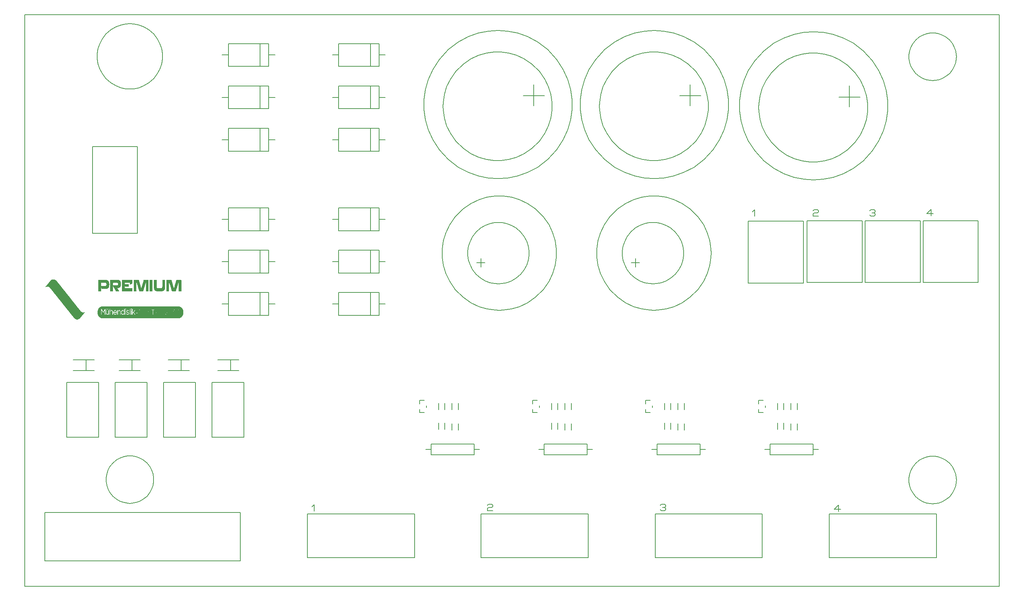
<source format=gbr>
G04 PROTEUS RS274X GERBER FILE*
%FSLAX45Y45*%
%MOMM*%
G01*
%ADD28C,0.203200*%
%ADD72C,0.031750*%
D28*
X+0Y+0D02*
X+23000000Y+0D01*
X+23000000Y+13500000D01*
X+0Y+13500000D01*
X+0Y+0D01*
X+993000Y+3517000D02*
X+1743000Y+3517000D01*
X+1743000Y+4817000D01*
X+993000Y+4817000D01*
X+993000Y+3517000D01*
X+2136000Y+3517000D02*
X+2886000Y+3517000D01*
X+2886000Y+4817000D01*
X+2136000Y+4817000D01*
X+2136000Y+3517000D01*
X+3279000Y+3517000D02*
X+4029000Y+3517000D01*
X+4029000Y+4817000D01*
X+3279000Y+4817000D01*
X+3279000Y+3517000D01*
X+4422000Y+3517000D02*
X+5172000Y+3517000D01*
X+5172000Y+4817000D01*
X+4422000Y+4817000D01*
X+4422000Y+3517000D01*
X+470000Y+600000D02*
X+5090000Y+600000D01*
X+5090000Y+1740000D01*
X+470000Y+1740000D01*
X+470000Y+600000D01*
X+6670000Y+680000D02*
X+9200000Y+680000D01*
X+9200000Y+1710000D01*
X+6670000Y+1710000D01*
X+6670000Y+680000D01*
X+10770000Y+680000D02*
X+13300000Y+680000D01*
X+13300000Y+1710000D01*
X+10770000Y+1710000D01*
X+10770000Y+680000D01*
X+14880000Y+680000D02*
X+17410000Y+680000D01*
X+17410000Y+1710000D01*
X+14880000Y+1710000D01*
X+14880000Y+680000D01*
X+18990000Y+680000D02*
X+21520000Y+680000D01*
X+21520000Y+1710000D01*
X+18990000Y+1710000D01*
X+18990000Y+680000D01*
X+1600000Y+8340000D02*
X+2660000Y+8340000D01*
X+2660000Y+10390000D01*
X+1600000Y+10390000D01*
X+1600000Y+8340000D01*
X+3041603Y+2520000D02*
X+3039909Y+2563587D01*
X+3026168Y+2650762D01*
X+2997592Y+2737937D01*
X+2951492Y+2825112D01*
X+2881882Y+2912287D01*
X+2794765Y+2985103D01*
X+2707590Y+3033421D01*
X+2620415Y+3063766D01*
X+2533240Y+3079074D01*
X+2480000Y+3081603D01*
X+1918397Y+2520000D02*
X+1920091Y+2563587D01*
X+1933832Y+2650762D01*
X+1962408Y+2737937D01*
X+2008508Y+2825112D01*
X+2078118Y+2912287D01*
X+2165235Y+2985103D01*
X+2252410Y+3033421D01*
X+2339585Y+3063766D01*
X+2426760Y+3079074D01*
X+2480000Y+3081603D01*
X+1918397Y+2520000D02*
X+1920091Y+2476413D01*
X+1933832Y+2389238D01*
X+1962408Y+2302063D01*
X+2008508Y+2214888D01*
X+2078118Y+2127713D01*
X+2165235Y+2054897D01*
X+2252410Y+2006579D01*
X+2339585Y+1976234D01*
X+2426760Y+1960926D01*
X+2480000Y+1958397D01*
X+3041603Y+2520000D02*
X+3039909Y+2476413D01*
X+3026168Y+2389238D01*
X+2997592Y+2302063D01*
X+2951492Y+2214888D01*
X+2881882Y+2127713D01*
X+2794765Y+2054897D01*
X+2707590Y+2006579D01*
X+2620415Y+1976234D01*
X+2533240Y+1960926D01*
X+2480000Y+1958397D01*
X+21991603Y+2510000D02*
X+21989909Y+2553587D01*
X+21976168Y+2640762D01*
X+21947592Y+2727937D01*
X+21901492Y+2815112D01*
X+21831882Y+2902287D01*
X+21744765Y+2975103D01*
X+21657590Y+3023421D01*
X+21570415Y+3053766D01*
X+21483240Y+3069074D01*
X+21430000Y+3071603D01*
X+20868397Y+2510000D02*
X+20870091Y+2553587D01*
X+20883832Y+2640762D01*
X+20912408Y+2727937D01*
X+20958508Y+2815112D01*
X+21028118Y+2902287D01*
X+21115235Y+2975103D01*
X+21202410Y+3023421D01*
X+21289585Y+3053766D01*
X+21376760Y+3069074D01*
X+21430000Y+3071603D01*
X+20868397Y+2510000D02*
X+20870091Y+2466413D01*
X+20883832Y+2379238D01*
X+20912408Y+2292063D01*
X+20958508Y+2204888D01*
X+21028118Y+2117713D01*
X+21115235Y+2044897D01*
X+21202410Y+1996579D01*
X+21289585Y+1966234D01*
X+21376760Y+1950926D01*
X+21430000Y+1948397D01*
X+21991603Y+2510000D02*
X+21989909Y+2466413D01*
X+21976168Y+2379238D01*
X+21947592Y+2292063D01*
X+21901492Y+2204888D01*
X+21831882Y+2117713D01*
X+21744765Y+2044897D01*
X+21657590Y+1996579D01*
X+21570415Y+1966234D01*
X+21483240Y+1950926D01*
X+21430000Y+1948397D01*
X+21991603Y+12509980D02*
X+21989909Y+12553567D01*
X+21976168Y+12640742D01*
X+21947592Y+12727917D01*
X+21901492Y+12815092D01*
X+21831882Y+12902267D01*
X+21744765Y+12975083D01*
X+21657590Y+13023401D01*
X+21570415Y+13053746D01*
X+21483240Y+13069054D01*
X+21430000Y+13071583D01*
X+20868397Y+12509980D02*
X+20870091Y+12553567D01*
X+20883832Y+12640742D01*
X+20912408Y+12727917D01*
X+20958508Y+12815092D01*
X+21028118Y+12902267D01*
X+21115235Y+12975083D01*
X+21202410Y+13023401D01*
X+21289585Y+13053746D01*
X+21376760Y+13069054D01*
X+21430000Y+13071583D01*
X+20868397Y+12509980D02*
X+20870091Y+12466393D01*
X+20883832Y+12379218D01*
X+20912408Y+12292043D01*
X+20958508Y+12204868D01*
X+21028118Y+12117693D01*
X+21115235Y+12044877D01*
X+21202410Y+11996559D01*
X+21289585Y+11966214D01*
X+21376760Y+11950906D01*
X+21430000Y+11948377D01*
X+21991603Y+12509980D02*
X+21989909Y+12466393D01*
X+21976168Y+12379218D01*
X+21947592Y+12292043D01*
X+21901492Y+12204868D01*
X+21831882Y+12117693D01*
X+21744765Y+12044877D01*
X+21657590Y+11996559D01*
X+21570415Y+11966214D01*
X+21483240Y+11950906D01*
X+21430000Y+11948377D01*
X+3251615Y+12519980D02*
X+3249403Y+12578368D01*
X+3231470Y+12695145D01*
X+3194255Y+12811922D01*
X+3134476Y+12928699D01*
X+3045017Y+13045476D01*
X+2928955Y+13147538D01*
X+2812178Y+13216434D01*
X+2695401Y+13260920D01*
X+2578624Y+13285266D01*
X+2480000Y+13291595D01*
X+1708385Y+12519980D02*
X+1710597Y+12578368D01*
X+1728530Y+12695145D01*
X+1765745Y+12811922D01*
X+1825524Y+12928699D01*
X+1914983Y+13045476D01*
X+2031045Y+13147538D01*
X+2147822Y+13216434D01*
X+2264599Y+13260920D01*
X+2381376Y+13285266D01*
X+2480000Y+13291595D01*
X+1708385Y+12519980D02*
X+1710597Y+12461592D01*
X+1728530Y+12344815D01*
X+1765745Y+12228038D01*
X+1825524Y+12111261D01*
X+1914983Y+11994484D01*
X+2031045Y+11892422D01*
X+2147822Y+11823526D01*
X+2264599Y+11779040D01*
X+2381376Y+11754694D01*
X+2480000Y+11748365D01*
X+3251615Y+12519980D02*
X+3249403Y+12461592D01*
X+3231470Y+12344815D01*
X+3194255Y+12228038D01*
X+3134476Y+12111261D01*
X+3045017Y+11994484D01*
X+2928955Y+11892422D01*
X+2812178Y+11823526D01*
X+2695401Y+11779040D01*
X+2578624Y+11754694D01*
X+2480000Y+11748365D01*
X+9428880Y+4390800D02*
X+9319660Y+4390800D01*
X+9319660Y+4312060D01*
X+9319660Y+4179980D02*
X+9319660Y+4101240D01*
X+9428880Y+4101240D01*
X+9482220Y+4266340D02*
X+9482220Y+4223160D01*
X+10233660Y+4326180D02*
X+10233660Y+4173780D01*
X+10086340Y+4323640D02*
X+10086340Y+4173780D01*
X+9766340Y+3703820D02*
X+9766340Y+3856220D01*
X+9913660Y+3706360D02*
X+9913660Y+3856220D01*
X+10233660Y+3846180D02*
X+10233660Y+3693780D01*
X+10086340Y+3843640D02*
X+10086340Y+3693780D01*
X+9913660Y+4326180D02*
X+9913660Y+4173780D01*
X+9766340Y+4323640D02*
X+9766340Y+4173780D01*
X+9467000Y+3230000D02*
X+9594000Y+3230000D01*
X+9594000Y+3103000D02*
X+10610000Y+3103000D01*
X+10610000Y+3357000D01*
X+9594000Y+3357000D01*
X+9594000Y+3103000D01*
X+10610000Y+3230000D02*
X+10737000Y+3230000D01*
X+12095880Y+4390800D02*
X+11986660Y+4390800D01*
X+11986660Y+4312060D01*
X+11986660Y+4179980D02*
X+11986660Y+4101240D01*
X+12095880Y+4101240D01*
X+12149220Y+4266340D02*
X+12149220Y+4223160D01*
X+12900660Y+4326180D02*
X+12900660Y+4173780D01*
X+12753340Y+4323640D02*
X+12753340Y+4173780D01*
X+12433340Y+3703820D02*
X+12433340Y+3856220D01*
X+12580660Y+3706360D02*
X+12580660Y+3856220D01*
X+12900660Y+3846180D02*
X+12900660Y+3693780D01*
X+12753340Y+3843640D02*
X+12753340Y+3693780D01*
X+12580660Y+4326180D02*
X+12580660Y+4173780D01*
X+12433340Y+4323640D02*
X+12433340Y+4173780D01*
X+12134000Y+3230000D02*
X+12261000Y+3230000D01*
X+12261000Y+3103000D02*
X+13277000Y+3103000D01*
X+13277000Y+3357000D01*
X+12261000Y+3357000D01*
X+12261000Y+3103000D01*
X+13277000Y+3230000D02*
X+13404000Y+3230000D01*
X+14762880Y+4390800D02*
X+14653660Y+4390800D01*
X+14653660Y+4312060D01*
X+14653660Y+4179980D02*
X+14653660Y+4101240D01*
X+14762880Y+4101240D01*
X+14816220Y+4266340D02*
X+14816220Y+4223160D01*
X+15567660Y+4326180D02*
X+15567660Y+4173780D01*
X+15420340Y+4323640D02*
X+15420340Y+4173780D01*
X+15100340Y+3703820D02*
X+15100340Y+3856220D01*
X+15247660Y+3706360D02*
X+15247660Y+3856220D01*
X+15567660Y+3846180D02*
X+15567660Y+3693780D01*
X+15420340Y+3843640D02*
X+15420340Y+3693780D01*
X+15247660Y+4326180D02*
X+15247660Y+4173780D01*
X+15100340Y+4323640D02*
X+15100340Y+4173780D01*
X+14801000Y+3230000D02*
X+14928000Y+3230000D01*
X+14928000Y+3103000D02*
X+15944000Y+3103000D01*
X+15944000Y+3357000D01*
X+14928000Y+3357000D01*
X+14928000Y+3103000D01*
X+15944000Y+3230000D02*
X+16071000Y+3230000D01*
X+17429880Y+4390800D02*
X+17320660Y+4390800D01*
X+17320660Y+4312060D01*
X+17320660Y+4179980D02*
X+17320660Y+4101240D01*
X+17429880Y+4101240D01*
X+17483220Y+4266340D02*
X+17483220Y+4223160D01*
X+18234660Y+4326180D02*
X+18234660Y+4173780D01*
X+18087340Y+4323640D02*
X+18087340Y+4173780D01*
X+17767340Y+3703820D02*
X+17767340Y+3856220D01*
X+17914660Y+3706360D02*
X+17914660Y+3856220D01*
X+18234660Y+3846180D02*
X+18234660Y+3693780D01*
X+18087340Y+3843640D02*
X+18087340Y+3693780D01*
X+17914660Y+4326180D02*
X+17914660Y+4173780D01*
X+17767340Y+4323640D02*
X+17767340Y+4173780D01*
X+17468000Y+3230000D02*
X+17595000Y+3230000D01*
X+17595000Y+3103000D02*
X+18611000Y+3103000D01*
X+18611000Y+3357000D01*
X+17595000Y+3357000D01*
X+17595000Y+3103000D01*
X+18611000Y+3230000D02*
X+18738000Y+3230000D01*
X+7410020Y+6401160D02*
X+8360020Y+6401160D01*
X+8360020Y+6941160D01*
X+7410020Y+6941160D01*
X+7410020Y+6401160D01*
X+8160020Y+6401160D02*
X+8160020Y+6941160D01*
X+8360020Y+6671160D02*
X+8510020Y+6671160D01*
X+7410020Y+6671160D02*
X+7260020Y+6671160D01*
X+4803980Y+6401160D02*
X+5753980Y+6401160D01*
X+5753980Y+6941160D01*
X+4803980Y+6941160D01*
X+4803980Y+6401160D01*
X+5553980Y+6401160D02*
X+5553980Y+6941160D01*
X+5753980Y+6671160D02*
X+5903980Y+6671160D01*
X+4803980Y+6671160D02*
X+4653980Y+6671160D01*
X+7410020Y+7401160D02*
X+8360020Y+7401160D01*
X+8360020Y+7941160D01*
X+7410020Y+7941160D01*
X+7410020Y+7401160D01*
X+8160020Y+7401160D02*
X+8160020Y+7941160D01*
X+8360020Y+7671160D02*
X+8510020Y+7671160D01*
X+7410020Y+7671160D02*
X+7260020Y+7671160D01*
X+4803980Y+7401160D02*
X+5753980Y+7401160D01*
X+5753980Y+7941160D01*
X+4803980Y+7941160D01*
X+4803980Y+7401160D01*
X+5553980Y+7401160D02*
X+5553980Y+7941160D01*
X+5753980Y+7671160D02*
X+5903980Y+7671160D01*
X+4803980Y+7671160D02*
X+4653980Y+7671160D01*
X+7410020Y+8401160D02*
X+8360020Y+8401160D01*
X+8360020Y+8941160D01*
X+7410020Y+8941160D01*
X+7410020Y+8401160D01*
X+8160020Y+8401160D02*
X+8160020Y+8941160D01*
X+8360020Y+8671160D02*
X+8510020Y+8671160D01*
X+7410020Y+8671160D02*
X+7260020Y+8671160D01*
X+4803980Y+8401160D02*
X+5753980Y+8401160D01*
X+5753980Y+8941160D01*
X+4803980Y+8941160D01*
X+4803980Y+8401160D01*
X+5553980Y+8401160D02*
X+5553980Y+8941160D01*
X+5753980Y+8671160D02*
X+5903980Y+8671160D01*
X+4803980Y+8671160D02*
X+4653980Y+8671160D01*
X+7410020Y+10281160D02*
X+8360020Y+10281160D01*
X+8360020Y+10821160D01*
X+7410020Y+10821160D01*
X+7410020Y+10281160D01*
X+8160020Y+10281160D02*
X+8160020Y+10821160D01*
X+8360020Y+10551160D02*
X+8510020Y+10551160D01*
X+7410020Y+10551160D02*
X+7260020Y+10551160D01*
X+4803980Y+10281160D02*
X+5753980Y+10281160D01*
X+5753980Y+10821160D01*
X+4803980Y+10821160D01*
X+4803980Y+10281160D01*
X+5553980Y+10281160D02*
X+5553980Y+10821160D01*
X+5753980Y+10551160D02*
X+5903980Y+10551160D01*
X+4803980Y+10551160D02*
X+4653980Y+10551160D01*
X+7410020Y+11281160D02*
X+8360020Y+11281160D01*
X+8360020Y+11821160D01*
X+7410020Y+11821160D01*
X+7410020Y+11281160D01*
X+8160020Y+11281160D02*
X+8160020Y+11821160D01*
X+8360020Y+11551160D02*
X+8510020Y+11551160D01*
X+7410020Y+11551160D02*
X+7260020Y+11551160D01*
X+4803980Y+11281160D02*
X+5753980Y+11281160D01*
X+5753980Y+11821160D01*
X+4803980Y+11821160D01*
X+4803980Y+11281160D01*
X+5553980Y+11281160D02*
X+5553980Y+11821160D01*
X+5753980Y+11551160D02*
X+5903980Y+11551160D01*
X+4803980Y+11551160D02*
X+4653980Y+11551160D01*
X+7410020Y+12281160D02*
X+8360020Y+12281160D01*
X+8360020Y+12821160D01*
X+7410020Y+12821160D01*
X+7410020Y+12281160D01*
X+8160020Y+12281160D02*
X+8160020Y+12821160D01*
X+8360020Y+12551160D02*
X+8510020Y+12551160D01*
X+7410020Y+12551160D02*
X+7260020Y+12551160D01*
X+4803980Y+12281160D02*
X+5753980Y+12281160D01*
X+5753980Y+12821160D01*
X+4803980Y+12821160D01*
X+4803980Y+12281160D01*
X+5553980Y+12281160D02*
X+5553980Y+12821160D01*
X+5753980Y+12551160D02*
X+5903980Y+12551160D01*
X+4803980Y+12551160D02*
X+4653980Y+12551160D01*
X+1141900Y+5347000D02*
X+1642280Y+5347000D01*
X+1642280Y+5093000D02*
X+1141900Y+5093000D01*
X+1449240Y+5347000D02*
X+1449240Y+5093000D01*
X+2221900Y+5347000D02*
X+2722280Y+5347000D01*
X+2722280Y+5093000D02*
X+2221900Y+5093000D01*
X+2529240Y+5347000D02*
X+2529240Y+5093000D01*
X+3381900Y+5347000D02*
X+3882280Y+5347000D01*
X+3882280Y+5093000D02*
X+3381900Y+5093000D01*
X+3689240Y+5347000D02*
X+3689240Y+5093000D01*
X+4551900Y+5347000D02*
X+5052280Y+5347000D01*
X+5052280Y+5093000D02*
X+4551900Y+5093000D01*
X+4859240Y+5347000D02*
X+4859240Y+5093000D01*
X+18465540Y+7175240D02*
X+19765540Y+7175240D01*
X+19765540Y+8635240D01*
X+18465540Y+8635240D01*
X+18465540Y+7175240D01*
X+19835540Y+7175240D02*
X+21135540Y+7175240D01*
X+21135540Y+8635240D01*
X+19835540Y+8635240D01*
X+19835540Y+7175240D01*
X+21205540Y+7175240D02*
X+22505540Y+7175240D01*
X+22505540Y+8635240D01*
X+21205540Y+8635240D01*
X+21205540Y+7175240D01*
X+12445813Y+11340000D02*
X+12442540Y+11431680D01*
X+12416052Y+11615041D01*
X+12361325Y+11798402D01*
X+12274206Y+11981763D01*
X+12146147Y+12165124D01*
X+11969929Y+12338664D01*
X+11786568Y+12462821D01*
X+11603207Y+12547014D01*
X+11419846Y+12599284D01*
X+11236485Y+12623536D01*
X+11160000Y+12625813D01*
X+9874187Y+11340000D02*
X+9877460Y+11431680D01*
X+9903948Y+11615041D01*
X+9958675Y+11798402D01*
X+10045794Y+11981763D01*
X+10173853Y+12165124D01*
X+10350071Y+12338664D01*
X+10533432Y+12462821D01*
X+10716793Y+12547014D01*
X+10900154Y+12599284D01*
X+11083515Y+12623536D01*
X+11160000Y+12625813D01*
X+9874187Y+11340000D02*
X+9877460Y+11248320D01*
X+9903948Y+11064959D01*
X+9958675Y+10881598D01*
X+10045794Y+10698237D01*
X+10173853Y+10514876D01*
X+10350071Y+10341336D01*
X+10533432Y+10217179D01*
X+10716793Y+10132986D01*
X+10900154Y+10080716D01*
X+11083515Y+10056464D01*
X+11160000Y+10054187D01*
X+12445813Y+11340000D02*
X+12442540Y+11248320D01*
X+12416052Y+11064959D01*
X+12361325Y+10881598D01*
X+12274206Y+10698237D01*
X+12146147Y+10514876D01*
X+11969929Y+10341336D01*
X+11786568Y+10217179D01*
X+11603207Y+10132986D01*
X+11419846Y+10080716D01*
X+11236485Y+10056464D01*
X+11160000Y+10054187D01*
X+12010000Y+11855159D02*
X+12010000Y+11355159D01*
X+12270000Y+11590000D02*
X+11770000Y+11590000D01*
X+11904133Y+7870000D02*
X+11902033Y+7925107D01*
X+11885009Y+8035322D01*
X+11849663Y+8145537D01*
X+11792833Y+8255752D01*
X+11707622Y+8365967D01*
X+11597897Y+8461380D01*
X+11487682Y+8525515D01*
X+11377467Y+8566689D01*
X+11267252Y+8588857D01*
X+11180000Y+8594133D01*
X+10455867Y+7870000D02*
X+10457967Y+7925107D01*
X+10474991Y+8035322D01*
X+10510337Y+8145537D01*
X+10567167Y+8255752D01*
X+10652378Y+8365967D01*
X+10762103Y+8461380D01*
X+10872318Y+8525515D01*
X+10982533Y+8566689D01*
X+11092748Y+8588857D01*
X+11180000Y+8594133D01*
X+10455867Y+7870000D02*
X+10457967Y+7814893D01*
X+10474991Y+7704678D01*
X+10510337Y+7594463D01*
X+10567167Y+7484248D01*
X+10652378Y+7374033D01*
X+10762103Y+7278620D01*
X+10872318Y+7214485D01*
X+10982533Y+7173311D01*
X+11092748Y+7151143D01*
X+11180000Y+7145867D01*
X+11904133Y+7870000D02*
X+11902033Y+7814893D01*
X+11885009Y+7704678D01*
X+11849663Y+7594463D01*
X+11792833Y+7484248D01*
X+11707622Y+7374033D01*
X+11597897Y+7278620D01*
X+11487682Y+7214485D01*
X+11377467Y+7173311D01*
X+11267252Y+7151143D01*
X+11180000Y+7145867D01*
X+10664000Y+7643957D02*
X+10864000Y+7643957D01*
X+10764000Y+7543957D02*
X+10764000Y+7743957D01*
X+12920028Y+11380000D02*
X+12916005Y+11498597D01*
X+12883479Y+11735793D01*
X+12816500Y+11972989D01*
X+12710581Y+12210185D01*
X+12556829Y+12447381D01*
X+12340336Y+12681119D01*
X+12103140Y+12860489D01*
X+11865944Y+12985696D01*
X+11628748Y+13068830D01*
X+11391552Y+13115947D01*
X+11170000Y+13130028D01*
X+9419972Y+11380000D02*
X+9423995Y+11498597D01*
X+9456521Y+11735793D01*
X+9523500Y+11972989D01*
X+9629419Y+12210185D01*
X+9783171Y+12447381D01*
X+9999664Y+12681119D01*
X+10236860Y+12860489D01*
X+10474056Y+12985696D01*
X+10711252Y+13068830D01*
X+10948448Y+13115947D01*
X+11170000Y+13130028D01*
X+9419972Y+11380000D02*
X+9423995Y+11261403D01*
X+9456521Y+11024207D01*
X+9523500Y+10787011D01*
X+9629419Y+10549815D01*
X+9783171Y+10312619D01*
X+9999664Y+10078881D01*
X+10236860Y+9899511D01*
X+10474056Y+9774304D01*
X+10711252Y+9691170D01*
X+10948448Y+9644053D01*
X+11170000Y+9629972D01*
X+12920028Y+11380000D02*
X+12916005Y+11261403D01*
X+12883479Y+11024207D01*
X+12816500Y+10787011D01*
X+12710581Y+10549815D01*
X+12556829Y+10312619D01*
X+12340336Y+10078881D01*
X+12103140Y+9899511D01*
X+11865944Y+9774304D01*
X+11628748Y+9691170D01*
X+11391552Y+9644053D01*
X+11170000Y+9629972D01*
X+16135813Y+11340000D02*
X+16132540Y+11431680D01*
X+16106052Y+11615041D01*
X+16051325Y+11798402D01*
X+15964206Y+11981763D01*
X+15836147Y+12165124D01*
X+15659929Y+12338664D01*
X+15476568Y+12462821D01*
X+15293207Y+12547014D01*
X+15109846Y+12599284D01*
X+14926485Y+12623536D01*
X+14850000Y+12625813D01*
X+13564187Y+11340000D02*
X+13567460Y+11431680D01*
X+13593948Y+11615041D01*
X+13648675Y+11798402D01*
X+13735794Y+11981763D01*
X+13863853Y+12165124D01*
X+14040071Y+12338664D01*
X+14223432Y+12462821D01*
X+14406793Y+12547014D01*
X+14590154Y+12599284D01*
X+14773515Y+12623536D01*
X+14850000Y+12625813D01*
X+13564187Y+11340000D02*
X+13567460Y+11248320D01*
X+13593948Y+11064959D01*
X+13648675Y+10881598D01*
X+13735794Y+10698237D01*
X+13863853Y+10514876D01*
X+14040071Y+10341336D01*
X+14223432Y+10217179D01*
X+14406793Y+10132986D01*
X+14590154Y+10080716D01*
X+14773515Y+10056464D01*
X+14850000Y+10054187D01*
X+16135813Y+11340000D02*
X+16132540Y+11248320D01*
X+16106052Y+11064959D01*
X+16051325Y+10881598D01*
X+15964206Y+10698237D01*
X+15836147Y+10514876D01*
X+15659929Y+10341336D01*
X+15476568Y+10217179D01*
X+15293207Y+10132986D01*
X+15109846Y+10080716D01*
X+14926485Y+10056464D01*
X+14850000Y+10054187D01*
X+15700000Y+11855159D02*
X+15700000Y+11355159D01*
X+15960000Y+11590000D02*
X+15460000Y+11590000D01*
X+16610028Y+11380000D02*
X+16606005Y+11498597D01*
X+16573479Y+11735793D01*
X+16506500Y+11972989D01*
X+16400581Y+12210185D01*
X+16246829Y+12447381D01*
X+16030336Y+12681119D01*
X+15793140Y+12860489D01*
X+15555944Y+12985696D01*
X+15318748Y+13068830D01*
X+15081552Y+13115947D01*
X+14860000Y+13130028D01*
X+13109972Y+11380000D02*
X+13113995Y+11498597D01*
X+13146521Y+11735793D01*
X+13213500Y+11972989D01*
X+13319419Y+12210185D01*
X+13473171Y+12447381D01*
X+13689664Y+12681119D01*
X+13926860Y+12860489D01*
X+14164056Y+12985696D01*
X+14401252Y+13068830D01*
X+14638448Y+13115947D01*
X+14860000Y+13130028D01*
X+13109972Y+11380000D02*
X+13113995Y+11261403D01*
X+13146521Y+11024207D01*
X+13213500Y+10787011D01*
X+13319419Y+10549815D01*
X+13473171Y+10312619D01*
X+13689664Y+10078881D01*
X+13926860Y+9899511D01*
X+14164056Y+9774304D01*
X+14401252Y+9691170D01*
X+14638448Y+9644053D01*
X+14860000Y+9629972D01*
X+16610028Y+11380000D02*
X+16606005Y+11261403D01*
X+16573479Y+11024207D01*
X+16506500Y+10787011D01*
X+16400581Y+10549815D01*
X+16246829Y+10312619D01*
X+16030336Y+10078881D01*
X+15793140Y+9899511D01*
X+15555944Y+9774304D01*
X+15318748Y+9691170D01*
X+15081552Y+9644053D01*
X+14860000Y+9629972D01*
X+19895813Y+11310000D02*
X+19892540Y+11401680D01*
X+19866052Y+11585041D01*
X+19811325Y+11768402D01*
X+19724206Y+11951763D01*
X+19596147Y+12135124D01*
X+19419929Y+12308664D01*
X+19236568Y+12432821D01*
X+19053207Y+12517014D01*
X+18869846Y+12569284D01*
X+18686485Y+12593536D01*
X+18610000Y+12595813D01*
X+17324187Y+11310000D02*
X+17327460Y+11401680D01*
X+17353948Y+11585041D01*
X+17408675Y+11768402D01*
X+17495794Y+11951763D01*
X+17623853Y+12135124D01*
X+17800071Y+12308664D01*
X+17983432Y+12432821D01*
X+18166793Y+12517014D01*
X+18350154Y+12569284D01*
X+18533515Y+12593536D01*
X+18610000Y+12595813D01*
X+17324187Y+11310000D02*
X+17327460Y+11218320D01*
X+17353948Y+11034959D01*
X+17408675Y+10851598D01*
X+17495794Y+10668237D01*
X+17623853Y+10484876D01*
X+17800071Y+10311336D01*
X+17983432Y+10187179D01*
X+18166793Y+10102986D01*
X+18350154Y+10050716D01*
X+18533515Y+10026464D01*
X+18610000Y+10024187D01*
X+19895813Y+11310000D02*
X+19892540Y+11218320D01*
X+19866052Y+11034959D01*
X+19811325Y+10851598D01*
X+19724206Y+10668237D01*
X+19596147Y+10484876D01*
X+19419929Y+10311336D01*
X+19236568Y+10187179D01*
X+19053207Y+10102986D01*
X+18869846Y+10050716D01*
X+18686485Y+10026464D01*
X+18610000Y+10024187D01*
X+19460000Y+11825159D02*
X+19460000Y+11325159D01*
X+19720000Y+11560000D02*
X+19220000Y+11560000D01*
X+20370028Y+11350000D02*
X+20366005Y+11468597D01*
X+20333479Y+11705793D01*
X+20266500Y+11942989D01*
X+20160581Y+12180185D01*
X+20006829Y+12417381D01*
X+19790336Y+12651119D01*
X+19553140Y+12830489D01*
X+19315944Y+12955696D01*
X+19078748Y+13038830D01*
X+18841552Y+13085947D01*
X+18620000Y+13100028D01*
X+16869972Y+11350000D02*
X+16873995Y+11468597D01*
X+16906521Y+11705793D01*
X+16973500Y+11942989D01*
X+17079419Y+12180185D01*
X+17233171Y+12417381D01*
X+17449664Y+12651119D01*
X+17686860Y+12830489D01*
X+17924056Y+12955696D01*
X+18161252Y+13038830D01*
X+18398448Y+13085947D01*
X+18620000Y+13100028D01*
X+16869972Y+11350000D02*
X+16873995Y+11231403D01*
X+16906521Y+10994207D01*
X+16973500Y+10757011D01*
X+17079419Y+10519815D01*
X+17233171Y+10282619D01*
X+17449664Y+10048881D01*
X+17686860Y+9869511D01*
X+17924056Y+9744304D01*
X+18161252Y+9661170D01*
X+18398448Y+9614053D01*
X+18620000Y+9599972D01*
X+20370028Y+11350000D02*
X+20366005Y+11231403D01*
X+20333479Y+10994207D01*
X+20266500Y+10757011D01*
X+20160581Y+10519815D01*
X+20006829Y+10282619D01*
X+19790336Y+10048881D01*
X+19553140Y+9869511D01*
X+19315944Y+9744304D01*
X+19078748Y+9661170D01*
X+18841552Y+9614053D01*
X+18620000Y+9599972D01*
X+12550000Y+7870000D02*
X+12546613Y+7965568D01*
X+12519204Y+8156705D01*
X+12462603Y+8347842D01*
X+12372590Y+8538979D01*
X+12240529Y+8730116D01*
X+12057935Y+8912328D01*
X+11866798Y+9043832D01*
X+11675661Y+9133427D01*
X+11484524Y+9189677D01*
X+11293387Y+9216766D01*
X+11200000Y+9220000D01*
X+9850000Y+7870000D02*
X+9853387Y+7965568D01*
X+9880796Y+8156705D01*
X+9937397Y+8347842D01*
X+10027410Y+8538979D01*
X+10159471Y+8730116D01*
X+10342065Y+8912328D01*
X+10533202Y+9043832D01*
X+10724339Y+9133427D01*
X+10915476Y+9189677D01*
X+11106613Y+9216766D01*
X+11200000Y+9220000D01*
X+9850000Y+7870000D02*
X+9853387Y+7774432D01*
X+9880796Y+7583295D01*
X+9937397Y+7392158D01*
X+10027410Y+7201021D01*
X+10159471Y+7009884D01*
X+10342065Y+6827672D01*
X+10533202Y+6696168D01*
X+10724339Y+6606573D01*
X+10915476Y+6550323D01*
X+11106613Y+6523234D01*
X+11200000Y+6520000D01*
X+12550000Y+7870000D02*
X+12546613Y+7774432D01*
X+12519204Y+7583295D01*
X+12462603Y+7392158D01*
X+12372590Y+7201021D01*
X+12240529Y+7009884D01*
X+12057935Y+6827672D01*
X+11866798Y+6696168D01*
X+11675661Y+6606573D01*
X+11484524Y+6550323D01*
X+11293387Y+6523234D01*
X+11200000Y+6520000D01*
X+15554133Y+7870000D02*
X+15552033Y+7925107D01*
X+15535009Y+8035322D01*
X+15499663Y+8145537D01*
X+15442833Y+8255752D01*
X+15357622Y+8365967D01*
X+15247897Y+8461380D01*
X+15137682Y+8525515D01*
X+15027467Y+8566689D01*
X+14917252Y+8588857D01*
X+14830000Y+8594133D01*
X+14105867Y+7870000D02*
X+14107967Y+7925107D01*
X+14124991Y+8035322D01*
X+14160337Y+8145537D01*
X+14217167Y+8255752D01*
X+14302378Y+8365967D01*
X+14412103Y+8461380D01*
X+14522318Y+8525515D01*
X+14632533Y+8566689D01*
X+14742748Y+8588857D01*
X+14830000Y+8594133D01*
X+14105867Y+7870000D02*
X+14107967Y+7814893D01*
X+14124991Y+7704678D01*
X+14160337Y+7594463D01*
X+14217167Y+7484248D01*
X+14302378Y+7374033D01*
X+14412103Y+7278620D01*
X+14522318Y+7214485D01*
X+14632533Y+7173311D01*
X+14742748Y+7151143D01*
X+14830000Y+7145867D01*
X+15554133Y+7870000D02*
X+15552033Y+7814893D01*
X+15535009Y+7704678D01*
X+15499663Y+7594463D01*
X+15442833Y+7484248D01*
X+15357622Y+7374033D01*
X+15247897Y+7278620D01*
X+15137682Y+7214485D01*
X+15027467Y+7173311D01*
X+14917252Y+7151143D01*
X+14830000Y+7145867D01*
X+14314000Y+7643957D02*
X+14514000Y+7643957D01*
X+14414000Y+7543957D02*
X+14414000Y+7743957D01*
X+16200000Y+7870000D02*
X+16196613Y+7965568D01*
X+16169204Y+8156705D01*
X+16112603Y+8347842D01*
X+16022590Y+8538979D01*
X+15890529Y+8730116D01*
X+15707935Y+8912328D01*
X+15516798Y+9043832D01*
X+15325661Y+9133427D01*
X+15134524Y+9189677D01*
X+14943387Y+9216766D01*
X+14850000Y+9220000D01*
X+13500000Y+7870000D02*
X+13503387Y+7965568D01*
X+13530796Y+8156705D01*
X+13587397Y+8347842D01*
X+13677410Y+8538979D01*
X+13809471Y+8730116D01*
X+13992065Y+8912328D01*
X+14183202Y+9043832D01*
X+14374339Y+9133427D01*
X+14565476Y+9189677D01*
X+14756613Y+9216766D01*
X+14850000Y+9220000D01*
X+13500000Y+7870000D02*
X+13503387Y+7774432D01*
X+13530796Y+7583295D01*
X+13587397Y+7392158D01*
X+13677410Y+7201021D01*
X+13809471Y+7009884D01*
X+13992065Y+6827672D01*
X+14183202Y+6696168D01*
X+14374339Y+6606573D01*
X+14565476Y+6550323D01*
X+14756613Y+6523234D01*
X+14850000Y+6520000D01*
X+16200000Y+7870000D02*
X+16196613Y+7774432D01*
X+16169204Y+7583295D01*
X+16112603Y+7392158D01*
X+16022590Y+7201021D01*
X+15890529Y+7009884D01*
X+15707935Y+6827672D01*
X+15516798Y+6696168D01*
X+15325661Y+6606573D01*
X+15134524Y+6550323D01*
X+14943387Y+6523234D01*
X+14850000Y+6520000D01*
X+17078700Y+7162540D02*
X+18378700Y+7162540D01*
X+18378700Y+8622540D01*
X+17078700Y+8622540D01*
X+17078700Y+7162540D01*
D72*
X+1217519Y+6310538D02*
X+1245459Y+6310538D01*
X+1207359Y+6313078D02*
X+1255619Y+6313078D01*
X+1204819Y+6315618D02*
X+1258159Y+6315618D01*
X+1199739Y+6318158D02*
X+1263239Y+6318158D01*
X+1192119Y+6320698D02*
X+1270859Y+6320698D01*
X+1187039Y+6323238D02*
X+1275939Y+6323238D01*
X+1181959Y+6325778D02*
X+1281019Y+6325778D01*
X+1179419Y+6328318D02*
X+1286099Y+6328318D01*
X+1176879Y+6330858D02*
X+1286099Y+6330858D01*
X+1174339Y+6333398D02*
X+1288639Y+6333398D01*
X+1171799Y+6335938D02*
X+1293719Y+6335938D01*
X+1169259Y+6338478D02*
X+1296259Y+6338478D01*
X+1166719Y+6341018D02*
X+1296259Y+6341018D01*
X+1806799Y+6341018D02*
X+3645759Y+6341018D01*
X+1164179Y+6343558D02*
X+1298799Y+6343558D01*
X+1796639Y+6343558D02*
X+3653379Y+6343558D01*
X+1161639Y+6346098D02*
X+1301339Y+6346098D01*
X+1791559Y+6346098D02*
X+3660999Y+6346098D01*
X+1159099Y+6348638D02*
X+1303879Y+6348638D01*
X+1789019Y+6348638D02*
X+3663539Y+6348638D01*
X+1159099Y+6351178D02*
X+1303879Y+6351178D01*
X+1781399Y+6351178D02*
X+3668619Y+6351178D01*
X+1156559Y+6353718D02*
X+1306419Y+6353718D01*
X+1778859Y+6353718D02*
X+3673699Y+6353718D01*
X+1154019Y+6356258D02*
X+1308959Y+6356258D01*
X+1773779Y+6356258D02*
X+3678779Y+6356258D01*
X+1151479Y+6358798D02*
X+1311499Y+6358798D01*
X+1768699Y+6358798D02*
X+3683859Y+6358798D01*
X+1148939Y+6361338D02*
X+1314039Y+6361338D01*
X+1766159Y+6361338D02*
X+3686399Y+6361338D01*
X+1148939Y+6363878D02*
X+1316579Y+6363878D01*
X+1763619Y+6363878D02*
X+3686399Y+6363878D01*
X+1146399Y+6366418D02*
X+1316579Y+6366418D01*
X+1761079Y+6366418D02*
X+3691479Y+6366418D01*
X+1143859Y+6368958D02*
X+1319119Y+6368958D01*
X+1758539Y+6368958D02*
X+3694019Y+6368958D01*
X+1141319Y+6371498D02*
X+1321659Y+6371498D01*
X+1755999Y+6371498D02*
X+3696559Y+6371498D01*
X+1138779Y+6374038D02*
X+1324199Y+6374038D01*
X+1753459Y+6374038D02*
X+3696559Y+6374038D01*
X+1138779Y+6376578D02*
X+1326739Y+6376578D01*
X+1750919Y+6376578D02*
X+3699099Y+6376578D01*
X+1136239Y+6379118D02*
X+1326739Y+6379118D01*
X+1748379Y+6379118D02*
X+3701639Y+6379118D01*
X+1133699Y+6381658D02*
X+1329279Y+6381658D01*
X+1745839Y+6381658D02*
X+3518759Y+6381658D01*
X+3536539Y+6381658D02*
X+3704179Y+6381658D01*
X+1131159Y+6384198D02*
X+1331819Y+6384198D01*
X+1743299Y+6384198D02*
X+3513679Y+6384198D01*
X+3541619Y+6384198D02*
X+3706719Y+6384198D01*
X+1131159Y+6386738D02*
X+1334359Y+6386738D01*
X+1743299Y+6386738D02*
X+3511139Y+6386738D01*
X+3544159Y+6386738D02*
X+3706719Y+6386738D01*
X+1128619Y+6389278D02*
X+1336899Y+6389278D01*
X+1743299Y+6389278D02*
X+3511139Y+6389278D01*
X+3523839Y+6389278D02*
X+3531459Y+6389278D01*
X+3544159Y+6389278D02*
X+3709259Y+6389278D01*
X+1126079Y+6391818D02*
X+1336899Y+6391818D01*
X+1740759Y+6391818D02*
X+3511139Y+6391818D01*
X+3518759Y+6391818D02*
X+3536539Y+6391818D01*
X+3544159Y+6391818D02*
X+3711799Y+6391818D01*
X+1123539Y+6394358D02*
X+1339439Y+6394358D01*
X+1738219Y+6394358D02*
X+3536539Y+6394358D01*
X+3544159Y+6394358D02*
X+3714339Y+6394358D01*
X+1120999Y+6396898D02*
X+1341979Y+6396898D01*
X+1735679Y+6396898D02*
X+3536539Y+6396898D01*
X+3544159Y+6396898D02*
X+3716879Y+6396898D01*
X+1120999Y+6399438D02*
X+1344519Y+6399438D01*
X+1735679Y+6399438D02*
X+3536539Y+6399438D01*
X+3544159Y+6399438D02*
X+3716879Y+6399438D01*
X+1118459Y+6401978D02*
X+1344519Y+6401978D01*
X+1735679Y+6401978D02*
X+3531459Y+6401978D01*
X+3544159Y+6401978D02*
X+3716879Y+6401978D01*
X+1115919Y+6404518D02*
X+1347059Y+6404518D01*
X+1733139Y+6404518D02*
X+3523839Y+6404518D01*
X+3544159Y+6404518D02*
X+3719419Y+6404518D01*
X+1113379Y+6407058D02*
X+1349599Y+6407058D01*
X+1733139Y+6407058D02*
X+3521299Y+6407058D01*
X+3539079Y+6407058D02*
X+3719419Y+6407058D01*
X+1110839Y+6409598D02*
X+1352139Y+6409598D01*
X+1730599Y+6409598D02*
X+3521299Y+6409598D01*
X+3533999Y+6409598D02*
X+3721959Y+6409598D01*
X+1108299Y+6412138D02*
X+1354679Y+6412138D01*
X+1728059Y+6412138D02*
X+3521299Y+6412138D01*
X+3531459Y+6412138D02*
X+3724499Y+6412138D01*
X+1108299Y+6414678D02*
X+1357219Y+6414678D01*
X+1728059Y+6414678D02*
X+3521299Y+6414678D01*
X+3531459Y+6414678D02*
X+3724499Y+6414678D01*
X+1105759Y+6417218D02*
X+1357219Y+6417218D01*
X+1728059Y+6417218D02*
X+1796639Y+6417218D01*
X+1799179Y+6417218D02*
X+1888079Y+6417218D01*
X+1890619Y+6417218D02*
X+1893159Y+6417218D01*
X+1895699Y+6417218D02*
X+1931259Y+6417218D01*
X+1956659Y+6417218D02*
X+1971899Y+6417218D01*
X+1974439Y+6417218D02*
X+2114139Y+6417218D01*
X+2142079Y+6417218D02*
X+2180179Y+6417218D01*
X+2182719Y+6417218D02*
X+2297019Y+6417218D01*
X+2319879Y+6417218D02*
X+2380839Y+6417218D01*
X+2383379Y+6417218D02*
X+2411319Y+6417218D01*
X+2439259Y+6417218D02*
X+2596739Y+6417218D01*
X+2599279Y+6417218D02*
X+2690719Y+6417218D01*
X+2711039Y+6417218D02*
X+2774539Y+6417218D01*
X+2797399Y+6417218D02*
X+2822799Y+6417218D01*
X+2825339Y+6417218D02*
X+2934559Y+6417218D01*
X+2944719Y+6417218D02*
X+3071719Y+6417218D01*
X+3074259Y+6417218D02*
X+3122519Y+6417218D01*
X+3145379Y+6417218D02*
X+3183479Y+6417218D01*
X+3193639Y+6417218D02*
X+3333339Y+6417218D01*
X+3335879Y+6417218D02*
X+3376519Y+6417218D01*
X+3399379Y+6417218D02*
X+3445099Y+6417218D01*
X+3452719Y+6417218D02*
X+3516219Y+6417218D01*
X+3536539Y+6417218D02*
X+3600039Y+6417218D01*
X+3602579Y+6417218D02*
X+3645759Y+6417218D01*
X+3655919Y+6417218D02*
X+3724499Y+6417218D01*
X+1103219Y+6419758D02*
X+1359759Y+6419758D01*
X+1728059Y+6419758D02*
X+1794099Y+6419758D01*
X+1814419Y+6419758D02*
X+1880459Y+6419758D01*
X+1900779Y+6419758D02*
X+1926179Y+6419758D01*
X+1959199Y+6419758D02*
X+1966819Y+6419758D01*
X+1989679Y+6419758D02*
X+1997299Y+6419758D01*
X+2017619Y+6419758D02*
X+2055719Y+6419758D01*
X+2078579Y+6419758D02*
X+2109059Y+6419758D01*
X+2149699Y+6419758D02*
X+2180179Y+6419758D01*
X+2197959Y+6419758D02*
X+2238599Y+6419758D01*
X+2258919Y+6419758D02*
X+2289399Y+6419758D01*
X+2324959Y+6419758D02*
X+2337659Y+6419758D01*
X+2355439Y+6419758D02*
X+2365599Y+6419758D01*
X+2385919Y+6419758D02*
X+2403699Y+6419758D01*
X+2446879Y+6419758D02*
X+2469739Y+6419758D01*
X+2487519Y+6419758D02*
X+2497679Y+6419758D01*
X+2515459Y+6419758D02*
X+2528159Y+6419758D01*
X+2545939Y+6419758D02*
X+2584039Y+6419758D01*
X+2606899Y+6419758D02*
X+2685639Y+6419758D01*
X+2718659Y+6419758D02*
X+2769459Y+6419758D01*
X+2802479Y+6419758D02*
X+2820259Y+6419758D01*
X+2825339Y+6419758D02*
X+2845659Y+6419758D01*
X+2855819Y+6419758D02*
X+2911699Y+6419758D01*
X+2916779Y+6419758D02*
X+2934559Y+6419758D01*
X+2947259Y+6419758D02*
X+3015839Y+6419758D01*
X+3025999Y+6419758D02*
X+3069179Y+6419758D01*
X+3076799Y+6419758D02*
X+3117439Y+6419758D01*
X+3152999Y+6419758D02*
X+3183479Y+6419758D01*
X+3193639Y+6419758D02*
X+3239359Y+6419758D01*
X+3292699Y+6419758D02*
X+3320639Y+6419758D01*
X+3340959Y+6419758D02*
X+3371439Y+6419758D01*
X+3404459Y+6419758D02*
X+3419699Y+6419758D01*
X+3429859Y+6419758D02*
X+3445099Y+6419758D01*
X+3455259Y+6419758D02*
X+3508599Y+6419758D01*
X+3541619Y+6419758D02*
X+3587339Y+6419758D01*
X+3607659Y+6419758D02*
X+3622899Y+6419758D01*
X+3627979Y+6419758D02*
X+3645759Y+6419758D01*
X+3655919Y+6419758D02*
X+3727039Y+6419758D01*
X+1100679Y+6422298D02*
X+1362299Y+6422298D01*
X+1725519Y+6422298D02*
X+1794099Y+6422298D01*
X+1814419Y+6422298D02*
X+1880459Y+6422298D01*
X+1900779Y+6422298D02*
X+1926179Y+6422298D01*
X+1961739Y+6422298D02*
X+1966819Y+6422298D01*
X+1989679Y+6422298D02*
X+1994759Y+6422298D01*
X+2017619Y+6422298D02*
X+2055719Y+6422298D01*
X+2078579Y+6422298D02*
X+2109059Y+6422298D01*
X+2152239Y+6422298D02*
X+2177639Y+6422298D01*
X+2197959Y+6422298D02*
X+2238599Y+6422298D01*
X+2261459Y+6422298D02*
X+2286859Y+6422298D01*
X+2327499Y+6422298D02*
X+2337659Y+6422298D01*
X+2357979Y+6422298D02*
X+2365599Y+6422298D01*
X+2385919Y+6422298D02*
X+2403699Y+6422298D01*
X+2449419Y+6422298D02*
X+2469739Y+6422298D01*
X+2490059Y+6422298D02*
X+2497679Y+6422298D01*
X+2517999Y+6422298D02*
X+2525619Y+6422298D01*
X+2545939Y+6422298D02*
X+2584039Y+6422298D01*
X+2609439Y+6422298D02*
X+2683099Y+6422298D01*
X+2718659Y+6422298D02*
X+2766919Y+6422298D01*
X+2805019Y+6422298D02*
X+2817719Y+6422298D01*
X+2827879Y+6422298D02*
X+2845659Y+6422298D01*
X+2855819Y+6422298D02*
X+2909159Y+6422298D01*
X+2919319Y+6422298D02*
X+2934559Y+6422298D01*
X+2947259Y+6422298D02*
X+3015839Y+6422298D01*
X+3025999Y+6422298D02*
X+3069179Y+6422298D01*
X+3076799Y+6422298D02*
X+3114899Y+6422298D01*
X+3155539Y+6422298D02*
X+3180939Y+6422298D01*
X+3193639Y+6422298D02*
X+3239359Y+6422298D01*
X+3292699Y+6422298D02*
X+3320639Y+6422298D01*
X+3340959Y+6422298D02*
X+3371439Y+6422298D01*
X+3406999Y+6422298D02*
X+3419699Y+6422298D01*
X+3429859Y+6422298D02*
X+3442559Y+6422298D01*
X+3455259Y+6422298D02*
X+3508599Y+6422298D01*
X+3544159Y+6422298D02*
X+3587339Y+6422298D01*
X+3607659Y+6422298D02*
X+3620359Y+6422298D01*
X+3627979Y+6422298D02*
X+3645759Y+6422298D01*
X+3658459Y+6422298D02*
X+3727039Y+6422298D01*
X+1098139Y+6424838D02*
X+1364839Y+6424838D01*
X+1725519Y+6424838D02*
X+1794099Y+6424838D01*
X+1814419Y+6424838D02*
X+1880459Y+6424838D01*
X+1900779Y+6424838D02*
X+1921099Y+6424838D01*
X+1989679Y+6424838D02*
X+1994759Y+6424838D01*
X+2017619Y+6424838D02*
X+2055719Y+6424838D01*
X+2078579Y+6424838D02*
X+2103979Y+6424838D01*
X+2154779Y+6424838D02*
X+2177639Y+6424838D01*
X+2197959Y+6424838D02*
X+2238599Y+6424838D01*
X+2261459Y+6424838D02*
X+2284319Y+6424838D01*
X+2330039Y+6424838D02*
X+2337659Y+6424838D01*
X+2357979Y+6424838D02*
X+2365599Y+6424838D01*
X+2385919Y+6424838D02*
X+2398619Y+6424838D01*
X+2451959Y+6424838D02*
X+2469739Y+6424838D01*
X+2490059Y+6424838D02*
X+2497679Y+6424838D01*
X+2517999Y+6424838D02*
X+2525619Y+6424838D01*
X+2545939Y+6424838D02*
X+2584039Y+6424838D01*
X+2606899Y+6424838D02*
X+2680559Y+6424838D01*
X+2723739Y+6424838D02*
X+2764379Y+6424838D01*
X+2807559Y+6424838D02*
X+2817719Y+6424838D01*
X+2827879Y+6424838D02*
X+2845659Y+6424838D01*
X+2855819Y+6424838D02*
X+2909159Y+6424838D01*
X+2919319Y+6424838D02*
X+2932019Y+6424838D01*
X+2947259Y+6424838D02*
X+3015839Y+6424838D01*
X+3025999Y+6424838D02*
X+3069179Y+6424838D01*
X+3076799Y+6424838D02*
X+3112359Y+6424838D01*
X+3158079Y+6424838D02*
X+3180939Y+6424838D01*
X+3193639Y+6424838D02*
X+3239359Y+6424838D01*
X+3292699Y+6424838D02*
X+3318099Y+6424838D01*
X+3340959Y+6424838D02*
X+3366359Y+6424838D01*
X+3412079Y+6424838D02*
X+3419699Y+6424838D01*
X+3429859Y+6424838D02*
X+3442559Y+6424838D01*
X+3455259Y+6424838D02*
X+3503519Y+6424838D01*
X+3546699Y+6424838D02*
X+3584799Y+6424838D01*
X+3607659Y+6424838D02*
X+3620359Y+6424838D01*
X+3627979Y+6424838D02*
X+3645759Y+6424838D01*
X+3658459Y+6424838D02*
X+3727039Y+6424838D01*
X+1098139Y+6427378D02*
X+1367379Y+6427378D01*
X+1722979Y+6427378D02*
X+1794099Y+6427378D01*
X+1814419Y+6427378D02*
X+1880459Y+6427378D01*
X+1900779Y+6427378D02*
X+1918559Y+6427378D01*
X+1989679Y+6427378D02*
X+1994759Y+6427378D01*
X+2017619Y+6427378D02*
X+2055719Y+6427378D01*
X+2078579Y+6427378D02*
X+2098899Y+6427378D01*
X+2157319Y+6427378D02*
X+2177639Y+6427378D01*
X+2197959Y+6427378D02*
X+2238599Y+6427378D01*
X+2261459Y+6427378D02*
X+2281779Y+6427378D01*
X+2332579Y+6427378D02*
X+2337659Y+6427378D01*
X+2357979Y+6427378D02*
X+2365599Y+6427378D01*
X+2385919Y+6427378D02*
X+2396079Y+6427378D01*
X+2451959Y+6427378D02*
X+2469739Y+6427378D01*
X+2490059Y+6427378D02*
X+2497679Y+6427378D01*
X+2517999Y+6427378D02*
X+2525619Y+6427378D01*
X+2545939Y+6427378D02*
X+2581499Y+6427378D01*
X+2604359Y+6427378D02*
X+2678019Y+6427378D01*
X+2693259Y+6427378D02*
X+2711039Y+6427378D01*
X+2726279Y+6427378D02*
X+2761839Y+6427378D01*
X+2777079Y+6427378D02*
X+2797399Y+6427378D01*
X+2810099Y+6427378D02*
X+2817719Y+6427378D01*
X+2827879Y+6427378D02*
X+2848199Y+6427378D01*
X+2855819Y+6427378D02*
X+2909159Y+6427378D01*
X+2919319Y+6427378D02*
X+2934559Y+6427378D01*
X+2947259Y+6427378D02*
X+3015839Y+6427378D01*
X+3025999Y+6427378D02*
X+3069179Y+6427378D01*
X+3076799Y+6427378D02*
X+3107279Y+6427378D01*
X+3125059Y+6427378D02*
X+3145379Y+6427378D01*
X+3160619Y+6427378D02*
X+3180939Y+6427378D01*
X+3193639Y+6427378D02*
X+3239359Y+6427378D01*
X+3246979Y+6427378D02*
X+3315559Y+6427378D01*
X+3330799Y+6427378D02*
X+3361279Y+6427378D01*
X+3376519Y+6427378D02*
X+3399379Y+6427378D01*
X+3412079Y+6427378D02*
X+3419699Y+6427378D01*
X+3429859Y+6427378D02*
X+3442559Y+6427378D01*
X+3455259Y+6427378D02*
X+3500979Y+6427378D01*
X+3518759Y+6427378D02*
X+3536539Y+6427378D01*
X+3549239Y+6427378D02*
X+3582259Y+6427378D01*
X+3597499Y+6427378D02*
X+3620359Y+6427378D01*
X+3627979Y+6427378D02*
X+3645759Y+6427378D01*
X+3658459Y+6427378D02*
X+3729579Y+6427378D01*
X+1095599Y+6429918D02*
X+1367379Y+6429918D01*
X+1722979Y+6429918D02*
X+1794099Y+6429918D01*
X+1814419Y+6429918D02*
X+1880459Y+6429918D01*
X+1900779Y+6429918D02*
X+1916019Y+6429918D01*
X+1989679Y+6429918D02*
X+1994759Y+6429918D01*
X+2017619Y+6429918D02*
X+2055719Y+6429918D01*
X+2078579Y+6429918D02*
X+2096359Y+6429918D01*
X+2162399Y+6429918D02*
X+2177639Y+6429918D01*
X+2197959Y+6429918D02*
X+2238599Y+6429918D01*
X+2261459Y+6429918D02*
X+2279239Y+6429918D01*
X+2357979Y+6429918D02*
X+2365599Y+6429918D01*
X+2385919Y+6429918D02*
X+2393539Y+6429918D01*
X+2454499Y+6429918D02*
X+2469739Y+6429918D01*
X+2490059Y+6429918D02*
X+2497679Y+6429918D01*
X+2517999Y+6429918D02*
X+2525619Y+6429918D01*
X+2545939Y+6429918D02*
X+2578959Y+6429918D01*
X+2604359Y+6429918D02*
X+2672939Y+6429918D01*
X+2690719Y+6429918D02*
X+2713579Y+6429918D01*
X+2728819Y+6429918D02*
X+2759299Y+6429918D01*
X+2774539Y+6429918D02*
X+2799939Y+6429918D01*
X+2812639Y+6429918D02*
X+2817719Y+6429918D01*
X+2827879Y+6429918D02*
X+2848199Y+6429918D01*
X+2855819Y+6429918D02*
X+2909159Y+6429918D01*
X+2919319Y+6429918D02*
X+2934559Y+6429918D01*
X+2944719Y+6429918D02*
X+3015839Y+6429918D01*
X+3025999Y+6429918D02*
X+3069179Y+6429918D01*
X+3076799Y+6429918D02*
X+3104739Y+6429918D01*
X+3122519Y+6429918D02*
X+3147919Y+6429918D01*
X+3163159Y+6429918D02*
X+3183479Y+6429918D01*
X+3193639Y+6429918D02*
X+3239359Y+6429918D01*
X+3246979Y+6429918D02*
X+3313019Y+6429918D01*
X+3330799Y+6429918D02*
X+3358739Y+6429918D01*
X+3376519Y+6429918D02*
X+3401919Y+6429918D01*
X+3414619Y+6429918D02*
X+3419699Y+6429918D01*
X+3429859Y+6429918D02*
X+3445099Y+6429918D01*
X+3455259Y+6429918D02*
X+3498439Y+6429918D01*
X+3516219Y+6429918D02*
X+3539079Y+6429918D01*
X+3551779Y+6429918D02*
X+3579719Y+6429918D01*
X+3594959Y+6429918D02*
X+3620359Y+6429918D01*
X+3627979Y+6429918D02*
X+3645759Y+6429918D01*
X+3655919Y+6429918D02*
X+3729579Y+6429918D01*
X+1093059Y+6432458D02*
X+1369919Y+6432458D01*
X+1722979Y+6432458D02*
X+1794099Y+6432458D01*
X+1814419Y+6432458D02*
X+1880459Y+6432458D01*
X+1900779Y+6432458D02*
X+1916019Y+6432458D01*
X+1989679Y+6432458D02*
X+1994759Y+6432458D01*
X+2017619Y+6432458D02*
X+2055719Y+6432458D01*
X+2078579Y+6432458D02*
X+2093819Y+6432458D01*
X+2162399Y+6432458D02*
X+2177639Y+6432458D01*
X+2197959Y+6432458D02*
X+2238599Y+6432458D01*
X+2261459Y+6432458D02*
X+2276699Y+6432458D01*
X+2357979Y+6432458D02*
X+2365599Y+6432458D01*
X+2385919Y+6432458D02*
X+2390999Y+6432458D01*
X+2457039Y+6432458D02*
X+2469739Y+6432458D01*
X+2490059Y+6432458D02*
X+2497679Y+6432458D01*
X+2517999Y+6432458D02*
X+2525619Y+6432458D01*
X+2545939Y+6432458D02*
X+2578959Y+6432458D01*
X+2604359Y+6432458D02*
X+2672939Y+6432458D01*
X+2688179Y+6432458D02*
X+2716119Y+6432458D01*
X+2728819Y+6432458D02*
X+2756759Y+6432458D01*
X+2771999Y+6432458D02*
X+2802479Y+6432458D01*
X+2815179Y+6432458D02*
X+2817719Y+6432458D01*
X+2827879Y+6432458D02*
X+2848199Y+6432458D01*
X+2855819Y+6432458D02*
X+2909159Y+6432458D01*
X+2919319Y+6432458D02*
X+2934559Y+6432458D01*
X+2944719Y+6432458D02*
X+3015839Y+6432458D01*
X+3025999Y+6432458D02*
X+3069179Y+6432458D01*
X+3076799Y+6432458D02*
X+3104739Y+6432458D01*
X+3117439Y+6432458D02*
X+3150459Y+6432458D01*
X+3165699Y+6432458D02*
X+3183479Y+6432458D01*
X+3193639Y+6432458D02*
X+3239359Y+6432458D01*
X+3246979Y+6432458D02*
X+3313019Y+6432458D01*
X+3323179Y+6432458D02*
X+3358739Y+6432458D01*
X+3371439Y+6432458D02*
X+3404459Y+6432458D01*
X+3417159Y+6432458D02*
X+3419699Y+6432458D01*
X+3429859Y+6432458D02*
X+3445099Y+6432458D01*
X+3452719Y+6432458D02*
X+3495899Y+6432458D01*
X+3511139Y+6432458D02*
X+3541619Y+6432458D01*
X+3554319Y+6432458D02*
X+3579719Y+6432458D01*
X+3589879Y+6432458D02*
X+3620359Y+6432458D01*
X+3627979Y+6432458D02*
X+3645759Y+6432458D01*
X+3655919Y+6432458D02*
X+3729579Y+6432458D01*
X+1090519Y+6434998D02*
X+1372459Y+6434998D01*
X+1720439Y+6434998D02*
X+1794099Y+6434998D01*
X+1814419Y+6434998D02*
X+1880459Y+6434998D01*
X+1900779Y+6434998D02*
X+1916019Y+6434998D01*
X+1989679Y+6434998D02*
X+1994759Y+6434998D01*
X+2017619Y+6434998D02*
X+2055719Y+6434998D01*
X+2078579Y+6434998D02*
X+2091279Y+6434998D01*
X+2164939Y+6434998D02*
X+2177639Y+6434998D01*
X+2197959Y+6434998D02*
X+2238599Y+6434998D01*
X+2261459Y+6434998D02*
X+2274159Y+6434998D01*
X+2357979Y+6434998D02*
X+2365599Y+6434998D01*
X+2385919Y+6434998D02*
X+2390999Y+6434998D01*
X+2459579Y+6434998D02*
X+2469739Y+6434998D01*
X+2490059Y+6434998D02*
X+2497679Y+6434998D01*
X+2517999Y+6434998D02*
X+2525619Y+6434998D01*
X+2545939Y+6434998D02*
X+2576419Y+6434998D01*
X+2601819Y+6434998D02*
X+2670399Y+6434998D01*
X+2683099Y+6434998D02*
X+2718659Y+6434998D01*
X+2731359Y+6434998D02*
X+2754219Y+6434998D01*
X+2766919Y+6434998D02*
X+2807559Y+6434998D01*
X+2827879Y+6434998D02*
X+2848199Y+6434998D01*
X+2855819Y+6434998D02*
X+2909159Y+6434998D01*
X+2919319Y+6434998D02*
X+3015839Y+6434998D01*
X+3025999Y+6434998D02*
X+3069179Y+6434998D01*
X+3076799Y+6434998D02*
X+3102199Y+6434998D01*
X+3114899Y+6434998D02*
X+3155539Y+6434998D01*
X+3168239Y+6434998D02*
X+3239359Y+6434998D01*
X+3246979Y+6434998D02*
X+3313019Y+6434998D01*
X+3323179Y+6434998D02*
X+3356199Y+6434998D01*
X+3368899Y+6434998D02*
X+3409539Y+6434998D01*
X+3429859Y+6434998D02*
X+3495899Y+6434998D01*
X+3508599Y+6434998D02*
X+3544159Y+6434998D01*
X+3554319Y+6434998D02*
X+3577179Y+6434998D01*
X+3587339Y+6434998D02*
X+3620359Y+6434998D01*
X+3627979Y+6434998D02*
X+3729579Y+6434998D01*
X+1090519Y+6437538D02*
X+1374999Y+6437538D01*
X+1720439Y+6437538D02*
X+1794099Y+6437538D01*
X+1814419Y+6437538D02*
X+1880459Y+6437538D01*
X+1900779Y+6437538D02*
X+1913479Y+6437538D01*
X+1989679Y+6437538D02*
X+1994759Y+6437538D01*
X+2017619Y+6437538D02*
X+2055719Y+6437538D01*
X+2078579Y+6437538D02*
X+2091279Y+6437538D01*
X+2164939Y+6437538D02*
X+2177639Y+6437538D01*
X+2197959Y+6437538D02*
X+2238599Y+6437538D01*
X+2261459Y+6437538D02*
X+2274159Y+6437538D01*
X+2357979Y+6437538D02*
X+2365599Y+6437538D01*
X+2385919Y+6437538D02*
X+2388459Y+6437538D01*
X+2459579Y+6437538D02*
X+2469739Y+6437538D01*
X+2490059Y+6437538D02*
X+2497679Y+6437538D01*
X+2517999Y+6437538D02*
X+2525619Y+6437538D01*
X+2545939Y+6437538D02*
X+2576419Y+6437538D01*
X+2599279Y+6437538D02*
X+2670399Y+6437538D01*
X+2680559Y+6437538D02*
X+2721199Y+6437538D01*
X+2731359Y+6437538D02*
X+2754219Y+6437538D01*
X+2764379Y+6437538D02*
X+2810099Y+6437538D01*
X+2827879Y+6437538D02*
X+2848199Y+6437538D01*
X+2855819Y+6437538D02*
X+2909159Y+6437538D01*
X+2919319Y+6437538D02*
X+3015839Y+6437538D01*
X+3025999Y+6437538D02*
X+3069179Y+6437538D01*
X+3076799Y+6437538D02*
X+3102199Y+6437538D01*
X+3112359Y+6437538D02*
X+3158079Y+6437538D01*
X+3168239Y+6437538D02*
X+3239359Y+6437538D01*
X+3246979Y+6437538D02*
X+3313019Y+6437538D01*
X+3323179Y+6437538D02*
X+3356199Y+6437538D01*
X+3366359Y+6437538D02*
X+3412079Y+6437538D01*
X+3429859Y+6437538D02*
X+3495899Y+6437538D01*
X+3506059Y+6437538D02*
X+3546699Y+6437538D01*
X+3554319Y+6437538D02*
X+3577179Y+6437538D01*
X+3587339Y+6437538D02*
X+3620359Y+6437538D01*
X+3627979Y+6437538D02*
X+3732119Y+6437538D01*
X+1087979Y+6440078D02*
X+1377539Y+6440078D01*
X+1720439Y+6440078D02*
X+1794099Y+6440078D01*
X+1814419Y+6440078D02*
X+1880459Y+6440078D01*
X+1900779Y+6440078D02*
X+1913479Y+6440078D01*
X+1941419Y+6440078D02*
X+1954119Y+6440078D01*
X+1989679Y+6440078D02*
X+1994759Y+6440078D01*
X+2017619Y+6440078D02*
X+2055719Y+6440078D01*
X+2078579Y+6440078D02*
X+2088739Y+6440078D01*
X+2121759Y+6440078D02*
X+2134459Y+6440078D01*
X+2167479Y+6440078D02*
X+2177639Y+6440078D01*
X+2197959Y+6440078D02*
X+2238599Y+6440078D01*
X+2261459Y+6440078D02*
X+2271619Y+6440078D01*
X+2357979Y+6440078D02*
X+2365599Y+6440078D01*
X+2385919Y+6440078D02*
X+2388459Y+6440078D01*
X+2418939Y+6440078D02*
X+2434179Y+6440078D01*
X+2459579Y+6440078D02*
X+2469739Y+6440078D01*
X+2490059Y+6440078D02*
X+2497679Y+6440078D01*
X+2517999Y+6440078D02*
X+2525619Y+6440078D01*
X+2545939Y+6440078D02*
X+2573879Y+6440078D01*
X+2596739Y+6440078D02*
X+2672939Y+6440078D01*
X+2678019Y+6440078D02*
X+2723739Y+6440078D01*
X+2731359Y+6440078D02*
X+2751679Y+6440078D01*
X+2761839Y+6440078D02*
X+2812639Y+6440078D01*
X+2827879Y+6440078D02*
X+2845659Y+6440078D01*
X+2855819Y+6440078D02*
X+2909159Y+6440078D01*
X+2919319Y+6440078D02*
X+3015839Y+6440078D01*
X+3025999Y+6440078D02*
X+3069179Y+6440078D01*
X+3076799Y+6440078D02*
X+3099659Y+6440078D01*
X+3109819Y+6440078D02*
X+3158079Y+6440078D01*
X+3168239Y+6440078D02*
X+3239359Y+6440078D01*
X+3246979Y+6440078D02*
X+3310479Y+6440078D01*
X+3320639Y+6440078D02*
X+3353659Y+6440078D01*
X+3363819Y+6440078D02*
X+3414619Y+6440078D01*
X+3429859Y+6440078D02*
X+3498439Y+6440078D01*
X+3503519Y+6440078D02*
X+3549239Y+6440078D01*
X+3556859Y+6440078D02*
X+3577179Y+6440078D01*
X+3587339Y+6440078D02*
X+3620359Y+6440078D01*
X+3627979Y+6440078D02*
X+3732119Y+6440078D01*
X+1085439Y+6442618D02*
X+1377539Y+6442618D01*
X+1720439Y+6442618D02*
X+1794099Y+6442618D01*
X+1814419Y+6442618D02*
X+1880459Y+6442618D01*
X+1900779Y+6442618D02*
X+1910939Y+6442618D01*
X+1936339Y+6442618D02*
X+1959199Y+6442618D01*
X+1989679Y+6442618D02*
X+1994759Y+6442618D01*
X+2017619Y+6442618D02*
X+2055719Y+6442618D01*
X+2078579Y+6442618D02*
X+2088739Y+6442618D01*
X+2114139Y+6442618D02*
X+2142079Y+6442618D01*
X+2170019Y+6442618D02*
X+2177639Y+6442618D01*
X+2197959Y+6442618D02*
X+2238599Y+6442618D01*
X+2261459Y+6442618D02*
X+2269079Y+6442618D01*
X+2299559Y+6442618D02*
X+2322419Y+6442618D01*
X+2357979Y+6442618D02*
X+2365599Y+6442618D01*
X+2385919Y+6442618D02*
X+2388459Y+6442618D01*
X+2413859Y+6442618D02*
X+2439259Y+6442618D01*
X+2462119Y+6442618D02*
X+2469739Y+6442618D01*
X+2490059Y+6442618D02*
X+2497679Y+6442618D01*
X+2517999Y+6442618D02*
X+2525619Y+6442618D01*
X+2545939Y+6442618D02*
X+2571339Y+6442618D01*
X+2596739Y+6442618D02*
X+2723739Y+6442618D01*
X+2733899Y+6442618D02*
X+2751679Y+6442618D01*
X+2759299Y+6442618D02*
X+2815179Y+6442618D01*
X+2827879Y+6442618D02*
X+2845659Y+6442618D01*
X+2855819Y+6442618D02*
X+2909159Y+6442618D01*
X+2919319Y+6442618D02*
X+3015839Y+6442618D01*
X+3025999Y+6442618D02*
X+3069179Y+6442618D01*
X+3076799Y+6442618D02*
X+3097119Y+6442618D01*
X+3107279Y+6442618D02*
X+3160619Y+6442618D01*
X+3170779Y+6442618D02*
X+3239359Y+6442618D01*
X+3246979Y+6442618D02*
X+3310479Y+6442618D01*
X+3320639Y+6442618D02*
X+3351119Y+6442618D01*
X+3363819Y+6442618D02*
X+3414619Y+6442618D01*
X+3429859Y+6442618D02*
X+3549239Y+6442618D01*
X+3556859Y+6442618D02*
X+3577179Y+6442618D01*
X+3584799Y+6442618D02*
X+3620359Y+6442618D01*
X+3627979Y+6442618D02*
X+3732119Y+6442618D01*
X+1082899Y+6445158D02*
X+1380079Y+6445158D01*
X+1717899Y+6445158D02*
X+1794099Y+6445158D01*
X+1814419Y+6445158D02*
X+1880459Y+6445158D01*
X+1900779Y+6445158D02*
X+1910939Y+6445158D01*
X+1933799Y+6445158D02*
X+1961739Y+6445158D01*
X+1989679Y+6445158D02*
X+1994759Y+6445158D01*
X+2017619Y+6445158D02*
X+2055719Y+6445158D01*
X+2078579Y+6445158D02*
X+2086199Y+6445158D01*
X+2111599Y+6445158D02*
X+2147159Y+6445158D01*
X+2170019Y+6445158D02*
X+2177639Y+6445158D01*
X+2197959Y+6445158D02*
X+2238599Y+6445158D01*
X+2261459Y+6445158D02*
X+2269079Y+6445158D01*
X+2297019Y+6445158D02*
X+2327499Y+6445158D01*
X+2357979Y+6445158D02*
X+2365599Y+6445158D01*
X+2385919Y+6445158D02*
X+2393539Y+6445158D01*
X+2413859Y+6445158D02*
X+2439259Y+6445158D01*
X+2462119Y+6445158D02*
X+2469739Y+6445158D01*
X+2490059Y+6445158D02*
X+2497679Y+6445158D01*
X+2517999Y+6445158D02*
X+2525619Y+6445158D01*
X+2545939Y+6445158D02*
X+2571339Y+6445158D01*
X+2594199Y+6445158D02*
X+2723739Y+6445158D01*
X+2733899Y+6445158D02*
X+2749139Y+6445158D01*
X+2759299Y+6445158D02*
X+2815179Y+6445158D01*
X+2827879Y+6445158D02*
X+2848199Y+6445158D01*
X+2855819Y+6445158D02*
X+2909159Y+6445158D01*
X+2919319Y+6445158D02*
X+3015839Y+6445158D01*
X+3025999Y+6445158D02*
X+3069179Y+6445158D01*
X+3076799Y+6445158D02*
X+3097119Y+6445158D01*
X+3107279Y+6445158D02*
X+3160619Y+6445158D01*
X+3170779Y+6445158D02*
X+3239359Y+6445158D01*
X+3246979Y+6445158D02*
X+3310479Y+6445158D01*
X+3320639Y+6445158D02*
X+3351119Y+6445158D01*
X+3363819Y+6445158D02*
X+3417159Y+6445158D01*
X+3429859Y+6445158D02*
X+3549239Y+6445158D01*
X+3556859Y+6445158D02*
X+3577179Y+6445158D01*
X+3584799Y+6445158D02*
X+3620359Y+6445158D01*
X+3627979Y+6445158D02*
X+3732119Y+6445158D01*
X+1080359Y+6447698D02*
X+1382619Y+6447698D01*
X+1717899Y+6447698D02*
X+1794099Y+6447698D01*
X+1814419Y+6447698D02*
X+1880459Y+6447698D01*
X+1900779Y+6447698D02*
X+1910939Y+6447698D01*
X+1933799Y+6447698D02*
X+1964279Y+6447698D01*
X+1989679Y+6447698D02*
X+1994759Y+6447698D01*
X+2017619Y+6447698D02*
X+2055719Y+6447698D01*
X+2078579Y+6447698D02*
X+2086199Y+6447698D01*
X+2111599Y+6447698D02*
X+2147159Y+6447698D01*
X+2167479Y+6447698D02*
X+2177639Y+6447698D01*
X+2197959Y+6447698D02*
X+2238599Y+6447698D01*
X+2261459Y+6447698D02*
X+2269079Y+6447698D01*
X+2294479Y+6447698D02*
X+2327499Y+6447698D01*
X+2357979Y+6447698D02*
X+2365599Y+6447698D01*
X+2385919Y+6447698D02*
X+2396079Y+6447698D01*
X+2411319Y+6447698D02*
X+2441799Y+6447698D01*
X+2462119Y+6447698D02*
X+2469739Y+6447698D01*
X+2490059Y+6447698D02*
X+2497679Y+6447698D01*
X+2517999Y+6447698D02*
X+2525619Y+6447698D01*
X+2548479Y+6447698D02*
X+2568799Y+6447698D01*
X+2594199Y+6447698D02*
X+2723739Y+6447698D01*
X+2733899Y+6447698D02*
X+2749139Y+6447698D01*
X+2759299Y+6447698D02*
X+2815179Y+6447698D01*
X+2827879Y+6447698D02*
X+2848199Y+6447698D01*
X+2855819Y+6447698D02*
X+2909159Y+6447698D01*
X+2919319Y+6447698D02*
X+3015839Y+6447698D01*
X+3025999Y+6447698D02*
X+3069179Y+6447698D01*
X+3076799Y+6447698D02*
X+3094579Y+6447698D01*
X+3104739Y+6447698D02*
X+3163159Y+6447698D01*
X+3168239Y+6447698D02*
X+3239359Y+6447698D01*
X+3246979Y+6447698D02*
X+3310479Y+6447698D01*
X+3320639Y+6447698D02*
X+3348579Y+6447698D01*
X+3361279Y+6447698D02*
X+3417159Y+6447698D01*
X+3429859Y+6447698D02*
X+3549239Y+6447698D01*
X+3556859Y+6447698D02*
X+3577179Y+6447698D01*
X+3584799Y+6447698D02*
X+3620359Y+6447698D01*
X+3627979Y+6447698D02*
X+3732119Y+6447698D01*
X+1080359Y+6450238D02*
X+1385159Y+6450238D01*
X+1717899Y+6450238D02*
X+1794099Y+6450238D01*
X+1814419Y+6450238D02*
X+1880459Y+6450238D01*
X+1900779Y+6450238D02*
X+1910939Y+6450238D01*
X+1933799Y+6450238D02*
X+1964279Y+6450238D01*
X+1989679Y+6450238D02*
X+1994759Y+6450238D01*
X+2017619Y+6450238D02*
X+2055719Y+6450238D01*
X+2078579Y+6450238D02*
X+2086199Y+6450238D01*
X+2109059Y+6450238D02*
X+2147159Y+6450238D01*
X+2164939Y+6450238D02*
X+2177639Y+6450238D01*
X+2197959Y+6450238D02*
X+2238599Y+6450238D01*
X+2261459Y+6450238D02*
X+2266539Y+6450238D01*
X+2294479Y+6450238D02*
X+2330039Y+6450238D01*
X+2357979Y+6450238D02*
X+2365599Y+6450238D01*
X+2385919Y+6450238D02*
X+2398619Y+6450238D01*
X+2408779Y+6450238D02*
X+2441799Y+6450238D01*
X+2462119Y+6450238D02*
X+2469739Y+6450238D01*
X+2490059Y+6450238D02*
X+2497679Y+6450238D01*
X+2517999Y+6450238D02*
X+2525619Y+6450238D01*
X+2551019Y+6450238D02*
X+2568799Y+6450238D01*
X+2591659Y+6450238D02*
X+2726279Y+6450238D01*
X+2733899Y+6450238D02*
X+2746599Y+6450238D01*
X+2756759Y+6450238D02*
X+2817719Y+6450238D01*
X+2827879Y+6450238D02*
X+2848199Y+6450238D01*
X+2855819Y+6450238D02*
X+2909159Y+6450238D01*
X+2919319Y+6450238D02*
X+3015839Y+6450238D01*
X+3025999Y+6450238D02*
X+3069179Y+6450238D01*
X+3076799Y+6450238D02*
X+3094579Y+6450238D01*
X+3104739Y+6450238D02*
X+3163159Y+6450238D01*
X+3168239Y+6450238D02*
X+3239359Y+6450238D01*
X+3246979Y+6450238D02*
X+3310479Y+6450238D01*
X+3320639Y+6450238D02*
X+3348579Y+6450238D01*
X+3361279Y+6450238D02*
X+3419699Y+6450238D01*
X+3429859Y+6450238D02*
X+3549239Y+6450238D01*
X+3556859Y+6450238D02*
X+3577179Y+6450238D01*
X+3584799Y+6450238D02*
X+3620359Y+6450238D01*
X+3627979Y+6450238D02*
X+3734659Y+6450238D01*
X+1077819Y+6452778D02*
X+1385159Y+6452778D01*
X+1717899Y+6452778D02*
X+1794099Y+6452778D01*
X+1814419Y+6452778D02*
X+1880459Y+6452778D01*
X+1900779Y+6452778D02*
X+1908399Y+6452778D01*
X+1931259Y+6452778D02*
X+1964279Y+6452778D01*
X+1989679Y+6452778D02*
X+1994759Y+6452778D01*
X+2017619Y+6452778D02*
X+2055719Y+6452778D01*
X+2078579Y+6452778D02*
X+2083659Y+6452778D01*
X+2106519Y+6452778D02*
X+2149699Y+6452778D01*
X+2162399Y+6452778D02*
X+2177639Y+6452778D01*
X+2197959Y+6452778D02*
X+2238599Y+6452778D01*
X+2261459Y+6452778D02*
X+2266539Y+6452778D01*
X+2291939Y+6452778D02*
X+2332579Y+6452778D01*
X+2357979Y+6452778D02*
X+2365599Y+6452778D01*
X+2385919Y+6452778D02*
X+2401159Y+6452778D01*
X+2406239Y+6452778D02*
X+2441799Y+6452778D01*
X+2462119Y+6452778D02*
X+2469739Y+6452778D01*
X+2490059Y+6452778D02*
X+2497679Y+6452778D01*
X+2517999Y+6452778D02*
X+2525619Y+6452778D01*
X+2553559Y+6452778D02*
X+2566259Y+6452778D01*
X+2591659Y+6452778D02*
X+2614519Y+6452778D01*
X+2662779Y+6452778D02*
X+2726279Y+6452778D01*
X+2733899Y+6452778D02*
X+2746599Y+6452778D01*
X+2756759Y+6452778D02*
X+2817719Y+6452778D01*
X+2827879Y+6452778D02*
X+2848199Y+6452778D01*
X+2855819Y+6452778D02*
X+2909159Y+6452778D01*
X+2919319Y+6452778D02*
X+3015839Y+6452778D01*
X+3025999Y+6452778D02*
X+3069179Y+6452778D01*
X+3076799Y+6452778D02*
X+3094579Y+6452778D01*
X+3104739Y+6452778D02*
X+3239359Y+6452778D01*
X+3246979Y+6452778D02*
X+3310479Y+6452778D01*
X+3320639Y+6452778D02*
X+3348579Y+6452778D01*
X+3358739Y+6452778D02*
X+3419699Y+6452778D01*
X+3429859Y+6452778D02*
X+3549239Y+6452778D01*
X+3556859Y+6452778D02*
X+3577179Y+6452778D01*
X+3584799Y+6452778D02*
X+3620359Y+6452778D01*
X+3627979Y+6452778D02*
X+3734659Y+6452778D01*
X+1075279Y+6455318D02*
X+1387699Y+6455318D01*
X+1717899Y+6455318D02*
X+1794099Y+6455318D01*
X+1814419Y+6455318D02*
X+1880459Y+6455318D01*
X+1900779Y+6455318D02*
X+1908399Y+6455318D01*
X+1931259Y+6455318D02*
X+1966819Y+6455318D01*
X+1989679Y+6455318D02*
X+1994759Y+6455318D01*
X+2017619Y+6455318D02*
X+2055719Y+6455318D01*
X+2078579Y+6455318D02*
X+2083659Y+6455318D01*
X+2103979Y+6455318D02*
X+2152239Y+6455318D01*
X+2157319Y+6455318D02*
X+2177639Y+6455318D01*
X+2197959Y+6455318D02*
X+2238599Y+6455318D01*
X+2261459Y+6455318D02*
X+2266539Y+6455318D01*
X+2289399Y+6455318D02*
X+2332579Y+6455318D01*
X+2357979Y+6455318D02*
X+2365599Y+6455318D01*
X+2385919Y+6455318D02*
X+2441799Y+6455318D01*
X+2462119Y+6455318D02*
X+2469739Y+6455318D01*
X+2490059Y+6455318D02*
X+2497679Y+6455318D01*
X+2517999Y+6455318D02*
X+2525619Y+6455318D01*
X+2553559Y+6455318D02*
X+2566259Y+6455318D01*
X+2589119Y+6455318D02*
X+2611979Y+6455318D01*
X+2665319Y+6455318D02*
X+2723739Y+6455318D01*
X+2733899Y+6455318D02*
X+2746599Y+6455318D01*
X+2754219Y+6455318D02*
X+2817719Y+6455318D01*
X+2827879Y+6455318D02*
X+2848199Y+6455318D01*
X+2855819Y+6455318D02*
X+2909159Y+6455318D01*
X+2919319Y+6455318D02*
X+3015839Y+6455318D01*
X+3025999Y+6455318D02*
X+3069179Y+6455318D01*
X+3076799Y+6455318D02*
X+3094579Y+6455318D01*
X+3104739Y+6455318D02*
X+3239359Y+6455318D01*
X+3246979Y+6455318D02*
X+3310479Y+6455318D01*
X+3320639Y+6455318D02*
X+3348579Y+6455318D01*
X+3358739Y+6455318D02*
X+3419699Y+6455318D01*
X+3429859Y+6455318D02*
X+3549239Y+6455318D01*
X+3556859Y+6455318D02*
X+3577179Y+6455318D01*
X+3584799Y+6455318D02*
X+3620359Y+6455318D01*
X+3627979Y+6455318D02*
X+3734659Y+6455318D01*
X+1072739Y+6457858D02*
X+1390239Y+6457858D01*
X+1717899Y+6457858D02*
X+1794099Y+6457858D01*
X+1814419Y+6457858D02*
X+1880459Y+6457858D01*
X+1900779Y+6457858D02*
X+1908399Y+6457858D01*
X+1931259Y+6457858D02*
X+1966819Y+6457858D01*
X+1989679Y+6457858D02*
X+1994759Y+6457858D01*
X+2017619Y+6457858D02*
X+2055719Y+6457858D01*
X+2078579Y+6457858D02*
X+2083659Y+6457858D01*
X+2103979Y+6457858D02*
X+2177639Y+6457858D01*
X+2197959Y+6457858D02*
X+2238599Y+6457858D01*
X+2261459Y+6457858D02*
X+2266539Y+6457858D01*
X+2286859Y+6457858D02*
X+2335119Y+6457858D01*
X+2357979Y+6457858D02*
X+2365599Y+6457858D01*
X+2385919Y+6457858D02*
X+2436719Y+6457858D01*
X+2462119Y+6457858D02*
X+2469739Y+6457858D01*
X+2490059Y+6457858D02*
X+2497679Y+6457858D01*
X+2517999Y+6457858D02*
X+2525619Y+6457858D01*
X+2556099Y+6457858D02*
X+2563719Y+6457858D01*
X+2586579Y+6457858D02*
X+2611979Y+6457858D01*
X+2665319Y+6457858D02*
X+2723739Y+6457858D01*
X+2733899Y+6457858D02*
X+2746599Y+6457858D01*
X+2754219Y+6457858D02*
X+2817719Y+6457858D01*
X+2827879Y+6457858D02*
X+2848199Y+6457858D01*
X+2855819Y+6457858D02*
X+2909159Y+6457858D01*
X+2919319Y+6457858D02*
X+3015839Y+6457858D01*
X+3025999Y+6457858D02*
X+3069179Y+6457858D01*
X+3076799Y+6457858D02*
X+3094579Y+6457858D01*
X+3104739Y+6457858D02*
X+3239359Y+6457858D01*
X+3246979Y+6457858D02*
X+3310479Y+6457858D01*
X+3320639Y+6457858D02*
X+3348579Y+6457858D01*
X+3358739Y+6457858D02*
X+3422239Y+6457858D01*
X+3429859Y+6457858D02*
X+3549239Y+6457858D01*
X+3556859Y+6457858D02*
X+3577179Y+6457858D01*
X+3584799Y+6457858D02*
X+3620359Y+6457858D01*
X+3627979Y+6457858D02*
X+3734659Y+6457858D01*
X+1070199Y+6460398D02*
X+1392779Y+6460398D01*
X+1717899Y+6460398D02*
X+1794099Y+6460398D01*
X+1814419Y+6460398D02*
X+1844899Y+6460398D01*
X+1849979Y+6460398D02*
X+1880459Y+6460398D01*
X+1900779Y+6460398D02*
X+1908399Y+6460398D01*
X+1931259Y+6460398D02*
X+1966819Y+6460398D01*
X+1989679Y+6460398D02*
X+1994759Y+6460398D01*
X+2017619Y+6460398D02*
X+2055719Y+6460398D01*
X+2078579Y+6460398D02*
X+2083659Y+6460398D01*
X+2103979Y+6460398D02*
X+2177639Y+6460398D01*
X+2197959Y+6460398D02*
X+2238599Y+6460398D01*
X+2261459Y+6460398D02*
X+2263999Y+6460398D01*
X+2286859Y+6460398D02*
X+2335119Y+6460398D01*
X+2357979Y+6460398D02*
X+2365599Y+6460398D01*
X+2385919Y+6460398D02*
X+2431639Y+6460398D01*
X+2462119Y+6460398D02*
X+2469739Y+6460398D01*
X+2490059Y+6460398D02*
X+2497679Y+6460398D01*
X+2517999Y+6460398D02*
X+2525619Y+6460398D01*
X+2558639Y+6460398D02*
X+2561179Y+6460398D01*
X+2584039Y+6460398D02*
X+2611979Y+6460398D01*
X+2665319Y+6460398D02*
X+2723739Y+6460398D01*
X+2733899Y+6460398D02*
X+2746599Y+6460398D01*
X+2754219Y+6460398D02*
X+2817719Y+6460398D01*
X+2827879Y+6460398D02*
X+2848199Y+6460398D01*
X+2855819Y+6460398D02*
X+2909159Y+6460398D01*
X+2919319Y+6460398D02*
X+3015839Y+6460398D01*
X+3025999Y+6460398D02*
X+3069179Y+6460398D01*
X+3076799Y+6460398D02*
X+3092039Y+6460398D01*
X+3104739Y+6460398D02*
X+3239359Y+6460398D01*
X+3246979Y+6460398D02*
X+3310479Y+6460398D01*
X+3320639Y+6460398D02*
X+3346039Y+6460398D01*
X+3358739Y+6460398D02*
X+3422239Y+6460398D01*
X+3429859Y+6460398D02*
X+3549239Y+6460398D01*
X+3556859Y+6460398D02*
X+3577179Y+6460398D01*
X+3584799Y+6460398D02*
X+3620359Y+6460398D01*
X+3627979Y+6460398D02*
X+3734659Y+6460398D01*
X+1067659Y+6462938D02*
X+1395319Y+6462938D01*
X+1717899Y+6462938D02*
X+1794099Y+6462938D01*
X+1814419Y+6462938D02*
X+1844899Y+6462938D01*
X+1852519Y+6462938D02*
X+1880459Y+6462938D01*
X+1900779Y+6462938D02*
X+1908399Y+6462938D01*
X+1931259Y+6462938D02*
X+1966819Y+6462938D01*
X+1989679Y+6462938D02*
X+1994759Y+6462938D01*
X+2017619Y+6462938D02*
X+2055719Y+6462938D01*
X+2078579Y+6462938D02*
X+2081119Y+6462938D01*
X+2103979Y+6462938D02*
X+2152239Y+6462938D01*
X+2154779Y+6462938D02*
X+2177639Y+6462938D01*
X+2197959Y+6462938D02*
X+2238599Y+6462938D01*
X+2261459Y+6462938D02*
X+2263999Y+6462938D01*
X+2286859Y+6462938D02*
X+2335119Y+6462938D01*
X+2357979Y+6462938D02*
X+2365599Y+6462938D01*
X+2385919Y+6462938D02*
X+2421479Y+6462938D01*
X+2459579Y+6462938D02*
X+2469739Y+6462938D01*
X+2490059Y+6462938D02*
X+2497679Y+6462938D01*
X+2517999Y+6462938D02*
X+2525619Y+6462938D01*
X+2584039Y+6462938D02*
X+2611979Y+6462938D01*
X+2665319Y+6462938D02*
X+2721199Y+6462938D01*
X+2731359Y+6462938D02*
X+2746599Y+6462938D01*
X+2754219Y+6462938D02*
X+2817719Y+6462938D01*
X+2827879Y+6462938D02*
X+2848199Y+6462938D01*
X+2855819Y+6462938D02*
X+2909159Y+6462938D01*
X+2919319Y+6462938D02*
X+3015839Y+6462938D01*
X+3025999Y+6462938D02*
X+3069179Y+6462938D01*
X+3076799Y+6462938D02*
X+3092039Y+6462938D01*
X+3104739Y+6462938D02*
X+3239359Y+6462938D01*
X+3246979Y+6462938D02*
X+3310479Y+6462938D01*
X+3320639Y+6462938D02*
X+3346039Y+6462938D01*
X+3358739Y+6462938D02*
X+3422239Y+6462938D01*
X+3429859Y+6462938D02*
X+3546699Y+6462938D01*
X+3556859Y+6462938D02*
X+3577179Y+6462938D01*
X+3584799Y+6462938D02*
X+3620359Y+6462938D01*
X+3627979Y+6462938D02*
X+3734659Y+6462938D01*
X+1067659Y+6465478D02*
X+1395319Y+6465478D01*
X+1717899Y+6465478D02*
X+1794099Y+6465478D01*
X+1814419Y+6465478D02*
X+1842359Y+6465478D01*
X+1852519Y+6465478D02*
X+1880459Y+6465478D01*
X+1900779Y+6465478D02*
X+1908399Y+6465478D01*
X+1931259Y+6465478D02*
X+1966819Y+6465478D01*
X+1989679Y+6465478D02*
X+1994759Y+6465478D01*
X+2017619Y+6465478D02*
X+2055719Y+6465478D01*
X+2078579Y+6465478D02*
X+2081119Y+6465478D01*
X+2175099Y+6465478D02*
X+2177639Y+6465478D01*
X+2197959Y+6465478D02*
X+2238599Y+6465478D01*
X+2261459Y+6465478D02*
X+2263999Y+6465478D01*
X+2286859Y+6465478D02*
X+2337659Y+6465478D01*
X+2357979Y+6465478D02*
X+2365599Y+6465478D01*
X+2385919Y+6465478D02*
X+2411319Y+6465478D01*
X+2459579Y+6465478D02*
X+2469739Y+6465478D01*
X+2490059Y+6465478D02*
X+2497679Y+6465478D01*
X+2517999Y+6465478D02*
X+2525619Y+6465478D01*
X+2584039Y+6465478D02*
X+2611979Y+6465478D01*
X+2662779Y+6465478D02*
X+2718659Y+6465478D01*
X+2731359Y+6465478D02*
X+2746599Y+6465478D01*
X+2754219Y+6465478D02*
X+2817719Y+6465478D01*
X+2827879Y+6465478D02*
X+2845659Y+6465478D01*
X+2855819Y+6465478D02*
X+2909159Y+6465478D01*
X+2919319Y+6465478D02*
X+3015839Y+6465478D01*
X+3025999Y+6465478D02*
X+3069179Y+6465478D01*
X+3076799Y+6465478D02*
X+3092039Y+6465478D01*
X+3102199Y+6465478D02*
X+3239359Y+6465478D01*
X+3246979Y+6465478D02*
X+3310479Y+6465478D01*
X+3320639Y+6465478D02*
X+3346039Y+6465478D01*
X+3358739Y+6465478D02*
X+3422239Y+6465478D01*
X+3429859Y+6465478D02*
X+3544159Y+6465478D01*
X+3556859Y+6465478D02*
X+3577179Y+6465478D01*
X+3584799Y+6465478D02*
X+3620359Y+6465478D01*
X+3627979Y+6465478D02*
X+3734659Y+6465478D01*
X+1065119Y+6468018D02*
X+1397859Y+6468018D01*
X+1717899Y+6468018D02*
X+1794099Y+6468018D01*
X+1814419Y+6468018D02*
X+1839819Y+6468018D01*
X+1855059Y+6468018D02*
X+1880459Y+6468018D01*
X+1900779Y+6468018D02*
X+1908399Y+6468018D01*
X+1931259Y+6468018D02*
X+1966819Y+6468018D01*
X+1989679Y+6468018D02*
X+1994759Y+6468018D01*
X+2017619Y+6468018D02*
X+2055719Y+6468018D01*
X+2078579Y+6468018D02*
X+2081119Y+6468018D01*
X+2175099Y+6468018D02*
X+2177639Y+6468018D01*
X+2197959Y+6468018D02*
X+2238599Y+6468018D01*
X+2261459Y+6468018D02*
X+2263999Y+6468018D01*
X+2284319Y+6468018D02*
X+2337659Y+6468018D01*
X+2357979Y+6468018D02*
X+2365599Y+6468018D01*
X+2385919Y+6468018D02*
X+2403699Y+6468018D01*
X+2459579Y+6468018D02*
X+2469739Y+6468018D01*
X+2490059Y+6468018D02*
X+2497679Y+6468018D01*
X+2517999Y+6468018D02*
X+2525619Y+6468018D01*
X+2581499Y+6468018D02*
X+2611979Y+6468018D01*
X+2660239Y+6468018D02*
X+2716119Y+6468018D01*
X+2731359Y+6468018D02*
X+2746599Y+6468018D01*
X+2754219Y+6468018D02*
X+2817719Y+6468018D01*
X+2827879Y+6468018D02*
X+2845659Y+6468018D01*
X+2855819Y+6468018D02*
X+2909159Y+6468018D01*
X+2919319Y+6468018D02*
X+3015839Y+6468018D01*
X+3025999Y+6468018D02*
X+3069179Y+6468018D01*
X+3076799Y+6468018D02*
X+3092039Y+6468018D01*
X+3102199Y+6468018D02*
X+3239359Y+6468018D01*
X+3246979Y+6468018D02*
X+3310479Y+6468018D01*
X+3320639Y+6468018D02*
X+3346039Y+6468018D01*
X+3358739Y+6468018D02*
X+3422239Y+6468018D01*
X+3429859Y+6468018D02*
X+3541619Y+6468018D01*
X+3554319Y+6468018D02*
X+3577179Y+6468018D01*
X+3584799Y+6468018D02*
X+3620359Y+6468018D01*
X+3627979Y+6468018D02*
X+3734659Y+6468018D01*
X+1062579Y+6470558D02*
X+1354679Y+6470558D01*
X+1390239Y+6470558D02*
X+1400399Y+6470558D01*
X+1717899Y+6470558D02*
X+1794099Y+6470558D01*
X+1814419Y+6470558D02*
X+1839819Y+6470558D01*
X+1855059Y+6470558D02*
X+1880459Y+6470558D01*
X+1900779Y+6470558D02*
X+1908399Y+6470558D01*
X+1931259Y+6470558D02*
X+1966819Y+6470558D01*
X+1989679Y+6470558D02*
X+1994759Y+6470558D01*
X+2017619Y+6470558D02*
X+2055719Y+6470558D01*
X+2078579Y+6470558D02*
X+2081119Y+6470558D01*
X+2175099Y+6470558D02*
X+2177639Y+6470558D01*
X+2197959Y+6470558D02*
X+2238599Y+6470558D01*
X+2261459Y+6470558D02*
X+2263999Y+6470558D01*
X+2284319Y+6470558D02*
X+2337659Y+6470558D01*
X+2357979Y+6470558D02*
X+2365599Y+6470558D01*
X+2385919Y+6470558D02*
X+2403699Y+6470558D01*
X+2457039Y+6470558D02*
X+2469739Y+6470558D01*
X+2490059Y+6470558D02*
X+2497679Y+6470558D01*
X+2517999Y+6470558D02*
X+2525619Y+6470558D01*
X+2578959Y+6470558D02*
X+2713579Y+6470558D01*
X+2728819Y+6470558D02*
X+2746599Y+6470558D01*
X+2754219Y+6470558D02*
X+2817719Y+6470558D01*
X+2827879Y+6470558D02*
X+2848199Y+6470558D01*
X+2855819Y+6470558D02*
X+2909159Y+6470558D01*
X+2919319Y+6470558D02*
X+3015839Y+6470558D01*
X+3025999Y+6470558D02*
X+3069179Y+6470558D01*
X+3076799Y+6470558D02*
X+3092039Y+6470558D01*
X+3104739Y+6470558D02*
X+3239359Y+6470558D01*
X+3246979Y+6470558D02*
X+3310479Y+6470558D01*
X+3320639Y+6470558D02*
X+3346039Y+6470558D01*
X+3358739Y+6470558D02*
X+3422239Y+6470558D01*
X+3429859Y+6470558D02*
X+3536539Y+6470558D01*
X+3554319Y+6470558D02*
X+3577179Y+6470558D01*
X+3584799Y+6470558D02*
X+3620359Y+6470558D01*
X+3627979Y+6470558D02*
X+3734659Y+6470558D01*
X+1060039Y+6473098D02*
X+1352139Y+6473098D01*
X+1392779Y+6473098D02*
X+1402939Y+6473098D01*
X+1717899Y+6473098D02*
X+1794099Y+6473098D01*
X+1814419Y+6473098D02*
X+1837279Y+6473098D01*
X+1857599Y+6473098D02*
X+1880459Y+6473098D01*
X+1900779Y+6473098D02*
X+1908399Y+6473098D01*
X+1931259Y+6473098D02*
X+1966819Y+6473098D01*
X+1989679Y+6473098D02*
X+1994759Y+6473098D01*
X+2017619Y+6473098D02*
X+2055719Y+6473098D01*
X+2078579Y+6473098D02*
X+2081119Y+6473098D01*
X+2175099Y+6473098D02*
X+2177639Y+6473098D01*
X+2197959Y+6473098D02*
X+2238599Y+6473098D01*
X+2261459Y+6473098D02*
X+2263999Y+6473098D01*
X+2284319Y+6473098D02*
X+2337659Y+6473098D01*
X+2357979Y+6473098D02*
X+2365599Y+6473098D01*
X+2385919Y+6473098D02*
X+2401159Y+6473098D01*
X+2454499Y+6473098D02*
X+2469739Y+6473098D01*
X+2490059Y+6473098D02*
X+2497679Y+6473098D01*
X+2517999Y+6473098D02*
X+2525619Y+6473098D01*
X+2578959Y+6473098D02*
X+2711039Y+6473098D01*
X+2726279Y+6473098D02*
X+2746599Y+6473098D01*
X+2754219Y+6473098D02*
X+2817719Y+6473098D01*
X+2827879Y+6473098D02*
X+2848199Y+6473098D01*
X+2855819Y+6473098D02*
X+2909159Y+6473098D01*
X+2919319Y+6473098D02*
X+3015839Y+6473098D01*
X+3025999Y+6473098D02*
X+3069179Y+6473098D01*
X+3076799Y+6473098D02*
X+3092039Y+6473098D01*
X+3104739Y+6473098D02*
X+3239359Y+6473098D01*
X+3246979Y+6473098D02*
X+3310479Y+6473098D01*
X+3320639Y+6473098D02*
X+3346039Y+6473098D01*
X+3358739Y+6473098D02*
X+3422239Y+6473098D01*
X+3429859Y+6473098D02*
X+3533999Y+6473098D01*
X+3549239Y+6473098D02*
X+3577179Y+6473098D01*
X+3584799Y+6473098D02*
X+3620359Y+6473098D01*
X+3627979Y+6473098D02*
X+3734659Y+6473098D01*
X+1057499Y+6475638D02*
X+1344519Y+6475638D01*
X+1717899Y+6475638D02*
X+1794099Y+6475638D01*
X+1814419Y+6475638D02*
X+1834739Y+6475638D01*
X+1860139Y+6475638D02*
X+1880459Y+6475638D01*
X+1900779Y+6475638D02*
X+1908399Y+6475638D01*
X+1931259Y+6475638D02*
X+1966819Y+6475638D01*
X+1989679Y+6475638D02*
X+1994759Y+6475638D01*
X+2017619Y+6475638D02*
X+2055719Y+6475638D01*
X+2078579Y+6475638D02*
X+2081119Y+6475638D01*
X+2175099Y+6475638D02*
X+2177639Y+6475638D01*
X+2197959Y+6475638D02*
X+2238599Y+6475638D01*
X+2261459Y+6475638D02*
X+2263999Y+6475638D01*
X+2284319Y+6475638D02*
X+2337659Y+6475638D01*
X+2357979Y+6475638D02*
X+2365599Y+6475638D01*
X+2385919Y+6475638D02*
X+2396079Y+6475638D01*
X+2451959Y+6475638D02*
X+2469739Y+6475638D01*
X+2490059Y+6475638D02*
X+2497679Y+6475638D01*
X+2517999Y+6475638D02*
X+2525619Y+6475638D01*
X+2578959Y+6475638D02*
X+2705959Y+6475638D01*
X+2723739Y+6475638D02*
X+2746599Y+6475638D01*
X+2754219Y+6475638D02*
X+2817719Y+6475638D01*
X+2827879Y+6475638D02*
X+2848199Y+6475638D01*
X+2855819Y+6475638D02*
X+2909159Y+6475638D01*
X+2919319Y+6475638D02*
X+3015839Y+6475638D01*
X+3025999Y+6475638D02*
X+3069179Y+6475638D01*
X+3076799Y+6475638D02*
X+3094579Y+6475638D01*
X+3104739Y+6475638D02*
X+3239359Y+6475638D01*
X+3246979Y+6475638D02*
X+3310479Y+6475638D01*
X+3320639Y+6475638D02*
X+3348579Y+6475638D01*
X+3358739Y+6475638D02*
X+3419699Y+6475638D01*
X+3429859Y+6475638D02*
X+3528919Y+6475638D01*
X+3546699Y+6475638D02*
X+3577179Y+6475638D01*
X+3584799Y+6475638D02*
X+3620359Y+6475638D01*
X+3627979Y+6475638D02*
X+3734659Y+6475638D01*
X+1057499Y+6478178D02*
X+1336899Y+6478178D01*
X+1717899Y+6478178D02*
X+1794099Y+6478178D01*
X+1814419Y+6478178D02*
X+1834739Y+6478178D01*
X+1860139Y+6478178D02*
X+1880459Y+6478178D01*
X+1900779Y+6478178D02*
X+1908399Y+6478178D01*
X+1931259Y+6478178D02*
X+1966819Y+6478178D01*
X+1989679Y+6478178D02*
X+1994759Y+6478178D01*
X+2017619Y+6478178D02*
X+2055719Y+6478178D01*
X+2078579Y+6478178D02*
X+2081119Y+6478178D01*
X+2175099Y+6478178D02*
X+2177639Y+6478178D01*
X+2197959Y+6478178D02*
X+2238599Y+6478178D01*
X+2261459Y+6478178D02*
X+2263999Y+6478178D01*
X+2284319Y+6478178D02*
X+2337659Y+6478178D01*
X+2357979Y+6478178D02*
X+2365599Y+6478178D01*
X+2385919Y+6478178D02*
X+2396079Y+6478178D01*
X+2449419Y+6478178D02*
X+2469739Y+6478178D01*
X+2490059Y+6478178D02*
X+2497679Y+6478178D01*
X+2517999Y+6478178D02*
X+2525619Y+6478178D01*
X+2545939Y+6478178D02*
X+2548479Y+6478178D01*
X+2576419Y+6478178D02*
X+2698339Y+6478178D01*
X+2718659Y+6478178D02*
X+2746599Y+6478178D01*
X+2754219Y+6478178D02*
X+2817719Y+6478178D01*
X+2827879Y+6478178D02*
X+2848199Y+6478178D01*
X+2855819Y+6478178D02*
X+2909159Y+6478178D01*
X+2919319Y+6478178D02*
X+3015839Y+6478178D01*
X+3025999Y+6478178D02*
X+3069179Y+6478178D01*
X+3076799Y+6478178D02*
X+3094579Y+6478178D01*
X+3104739Y+6478178D02*
X+3239359Y+6478178D01*
X+3246979Y+6478178D02*
X+3310479Y+6478178D01*
X+3320639Y+6478178D02*
X+3348579Y+6478178D01*
X+3358739Y+6478178D02*
X+3419699Y+6478178D01*
X+3429859Y+6478178D02*
X+3521299Y+6478178D01*
X+3544159Y+6478178D02*
X+3577179Y+6478178D01*
X+3584799Y+6478178D02*
X+3620359Y+6478178D01*
X+3627979Y+6478178D02*
X+3734659Y+6478178D01*
X+1054959Y+6480718D02*
X+1334359Y+6480718D01*
X+1717899Y+6480718D02*
X+1794099Y+6480718D01*
X+1814419Y+6480718D02*
X+1832199Y+6480718D01*
X+1862679Y+6480718D02*
X+1880459Y+6480718D01*
X+1900779Y+6480718D02*
X+1908399Y+6480718D01*
X+1931259Y+6480718D02*
X+1966819Y+6480718D01*
X+1989679Y+6480718D02*
X+1994759Y+6480718D01*
X+2017619Y+6480718D02*
X+2055719Y+6480718D01*
X+2078579Y+6480718D02*
X+2083659Y+6480718D01*
X+2175099Y+6480718D02*
X+2177639Y+6480718D01*
X+2197959Y+6480718D02*
X+2238599Y+6480718D01*
X+2261459Y+6480718D02*
X+2263999Y+6480718D01*
X+2286859Y+6480718D02*
X+2337659Y+6480718D01*
X+2357979Y+6480718D02*
X+2365599Y+6480718D01*
X+2385919Y+6480718D02*
X+2393539Y+6480718D01*
X+2446879Y+6480718D02*
X+2469739Y+6480718D01*
X+2490059Y+6480718D02*
X+2497679Y+6480718D01*
X+2517999Y+6480718D02*
X+2525619Y+6480718D01*
X+2545939Y+6480718D02*
X+2551019Y+6480718D01*
X+2576419Y+6480718D02*
X+2693259Y+6480718D01*
X+2718659Y+6480718D02*
X+2746599Y+6480718D01*
X+2756759Y+6480718D02*
X+2817719Y+6480718D01*
X+2827879Y+6480718D02*
X+2848199Y+6480718D01*
X+2855819Y+6480718D02*
X+2909159Y+6480718D01*
X+2919319Y+6480718D02*
X+3015839Y+6480718D01*
X+3025999Y+6480718D02*
X+3069179Y+6480718D01*
X+3076799Y+6480718D02*
X+3094579Y+6480718D01*
X+3104739Y+6480718D02*
X+3239359Y+6480718D01*
X+3246979Y+6480718D02*
X+3310479Y+6480718D01*
X+3320639Y+6480718D02*
X+3348579Y+6480718D01*
X+3358739Y+6480718D02*
X+3419699Y+6480718D01*
X+3429859Y+6480718D02*
X+3516219Y+6480718D01*
X+3541619Y+6480718D02*
X+3577179Y+6480718D01*
X+3584799Y+6480718D02*
X+3620359Y+6480718D01*
X+3627979Y+6480718D02*
X+3734659Y+6480718D01*
X+1052419Y+6483258D02*
X+1329279Y+6483258D01*
X+1717899Y+6483258D02*
X+1794099Y+6483258D01*
X+1814419Y+6483258D02*
X+1829659Y+6483258D01*
X+1865219Y+6483258D02*
X+1880459Y+6483258D01*
X+1900779Y+6483258D02*
X+1908399Y+6483258D01*
X+1931259Y+6483258D02*
X+1966819Y+6483258D01*
X+1989679Y+6483258D02*
X+1994759Y+6483258D01*
X+2017619Y+6483258D02*
X+2055719Y+6483258D01*
X+2078579Y+6483258D02*
X+2083659Y+6483258D01*
X+2175099Y+6483258D02*
X+2177639Y+6483258D01*
X+2200499Y+6483258D02*
X+2238599Y+6483258D01*
X+2261459Y+6483258D02*
X+2263999Y+6483258D01*
X+2286859Y+6483258D02*
X+2335119Y+6483258D01*
X+2357979Y+6483258D02*
X+2365599Y+6483258D01*
X+2385919Y+6483258D02*
X+2393539Y+6483258D01*
X+2439259Y+6483258D02*
X+2469739Y+6483258D01*
X+2490059Y+6483258D02*
X+2497679Y+6483258D01*
X+2517999Y+6483258D02*
X+2525619Y+6483258D01*
X+2545939Y+6483258D02*
X+2553559Y+6483258D01*
X+2576419Y+6483258D02*
X+2685639Y+6483258D01*
X+2713579Y+6483258D02*
X+2746599Y+6483258D01*
X+2756759Y+6483258D02*
X+2817719Y+6483258D01*
X+2827879Y+6483258D02*
X+2848199Y+6483258D01*
X+2855819Y+6483258D02*
X+2909159Y+6483258D01*
X+2919319Y+6483258D02*
X+3015839Y+6483258D01*
X+3025999Y+6483258D02*
X+3069179Y+6483258D01*
X+3076799Y+6483258D02*
X+3094579Y+6483258D01*
X+3104739Y+6483258D02*
X+3239359Y+6483258D01*
X+3246979Y+6483258D02*
X+3310479Y+6483258D01*
X+3320639Y+6483258D02*
X+3348579Y+6483258D01*
X+3361279Y+6483258D02*
X+3419699Y+6483258D01*
X+3429859Y+6483258D02*
X+3511139Y+6483258D01*
X+3539079Y+6483258D02*
X+3577179Y+6483258D01*
X+3584799Y+6483258D02*
X+3620359Y+6483258D01*
X+3627979Y+6483258D02*
X+3734659Y+6483258D01*
X+1049879Y+6485798D02*
X+1324199Y+6485798D01*
X+1717899Y+6485798D02*
X+1794099Y+6485798D01*
X+1814419Y+6485798D02*
X+1829659Y+6485798D01*
X+1865219Y+6485798D02*
X+1880459Y+6485798D01*
X+1900779Y+6485798D02*
X+1908399Y+6485798D01*
X+1931259Y+6485798D02*
X+1966819Y+6485798D01*
X+1989679Y+6485798D02*
X+1994759Y+6485798D01*
X+2017619Y+6485798D02*
X+2055719Y+6485798D01*
X+2078579Y+6485798D02*
X+2083659Y+6485798D01*
X+2172559Y+6485798D02*
X+2177639Y+6485798D01*
X+2200499Y+6485798D02*
X+2238599Y+6485798D01*
X+2261459Y+6485798D02*
X+2263999Y+6485798D01*
X+2286859Y+6485798D02*
X+2335119Y+6485798D01*
X+2357979Y+6485798D02*
X+2365599Y+6485798D01*
X+2385919Y+6485798D02*
X+2390999Y+6485798D01*
X+2434179Y+6485798D02*
X+2469739Y+6485798D01*
X+2490059Y+6485798D02*
X+2497679Y+6485798D01*
X+2517999Y+6485798D02*
X+2525619Y+6485798D01*
X+2545939Y+6485798D02*
X+2553559Y+6485798D01*
X+2578959Y+6485798D02*
X+2683099Y+6485798D01*
X+2705959Y+6485798D02*
X+2749139Y+6485798D01*
X+2759299Y+6485798D02*
X+2815179Y+6485798D01*
X+2827879Y+6485798D02*
X+2848199Y+6485798D01*
X+2858359Y+6485798D02*
X+2909159Y+6485798D01*
X+2919319Y+6485798D02*
X+3015839Y+6485798D01*
X+3025999Y+6485798D02*
X+3069179Y+6485798D01*
X+3076799Y+6485798D02*
X+3094579Y+6485798D01*
X+3104739Y+6485798D02*
X+3163159Y+6485798D01*
X+3170779Y+6485798D02*
X+3239359Y+6485798D01*
X+3246979Y+6485798D02*
X+3310479Y+6485798D01*
X+3320639Y+6485798D02*
X+3348579Y+6485798D01*
X+3361279Y+6485798D02*
X+3417159Y+6485798D01*
X+3429859Y+6485798D02*
X+3508599Y+6485798D01*
X+3533999Y+6485798D02*
X+3577179Y+6485798D01*
X+3584799Y+6485798D02*
X+3620359Y+6485798D01*
X+3627979Y+6485798D02*
X+3734659Y+6485798D01*
X+1049879Y+6488338D02*
X+1324199Y+6488338D01*
X+1717899Y+6488338D02*
X+1794099Y+6488338D01*
X+1814419Y+6488338D02*
X+1829659Y+6488338D01*
X+1865219Y+6488338D02*
X+1880459Y+6488338D01*
X+1900779Y+6488338D02*
X+1908399Y+6488338D01*
X+1931259Y+6488338D02*
X+1966819Y+6488338D01*
X+1989679Y+6488338D02*
X+1994759Y+6488338D01*
X+2017619Y+6488338D02*
X+2055719Y+6488338D01*
X+2078579Y+6488338D02*
X+2083659Y+6488338D01*
X+2103979Y+6488338D02*
X+2152239Y+6488338D01*
X+2172559Y+6488338D02*
X+2177639Y+6488338D01*
X+2200499Y+6488338D02*
X+2238599Y+6488338D01*
X+2261459Y+6488338D02*
X+2266539Y+6488338D01*
X+2286859Y+6488338D02*
X+2332579Y+6488338D01*
X+2357979Y+6488338D02*
X+2365599Y+6488338D01*
X+2385919Y+6488338D02*
X+2390999Y+6488338D01*
X+2421479Y+6488338D02*
X+2469739Y+6488338D01*
X+2490059Y+6488338D02*
X+2497679Y+6488338D01*
X+2517999Y+6488338D02*
X+2525619Y+6488338D01*
X+2545939Y+6488338D02*
X+2556099Y+6488338D01*
X+2581499Y+6488338D02*
X+2680559Y+6488338D01*
X+2700879Y+6488338D02*
X+2749139Y+6488338D01*
X+2759299Y+6488338D02*
X+2815179Y+6488338D01*
X+2827879Y+6488338D02*
X+2848199Y+6488338D01*
X+2858359Y+6488338D02*
X+2906619Y+6488338D01*
X+2919319Y+6488338D02*
X+3015839Y+6488338D01*
X+3025999Y+6488338D02*
X+3069179Y+6488338D01*
X+3076799Y+6488338D02*
X+3097119Y+6488338D01*
X+3107279Y+6488338D02*
X+3160619Y+6488338D01*
X+3170779Y+6488338D02*
X+3239359Y+6488338D01*
X+3246979Y+6488338D02*
X+3310479Y+6488338D01*
X+3320639Y+6488338D02*
X+3351119Y+6488338D01*
X+3363819Y+6488338D02*
X+3417159Y+6488338D01*
X+3429859Y+6488338D02*
X+3508599Y+6488338D01*
X+3523839Y+6488338D02*
X+3577179Y+6488338D01*
X+3584799Y+6488338D02*
X+3620359Y+6488338D01*
X+3627979Y+6488338D02*
X+3734659Y+6488338D01*
X+1047339Y+6490878D02*
X+1321659Y+6490878D01*
X+1717899Y+6490878D02*
X+1794099Y+6490878D01*
X+1814419Y+6490878D02*
X+1827119Y+6490878D01*
X+1867759Y+6490878D02*
X+1880459Y+6490878D01*
X+1900779Y+6490878D02*
X+1908399Y+6490878D01*
X+1931259Y+6490878D02*
X+1966819Y+6490878D01*
X+1989679Y+6490878D02*
X+1994759Y+6490878D01*
X+2017619Y+6490878D02*
X+2055719Y+6490878D01*
X+2078579Y+6490878D02*
X+2083659Y+6490878D01*
X+2103979Y+6490878D02*
X+2149699Y+6490878D01*
X+2172559Y+6490878D02*
X+2177639Y+6490878D01*
X+2200499Y+6490878D02*
X+2238599Y+6490878D01*
X+2258919Y+6490878D02*
X+2266539Y+6490878D01*
X+2289399Y+6490878D02*
X+2332579Y+6490878D01*
X+2357979Y+6490878D02*
X+2365599Y+6490878D01*
X+2385919Y+6490878D02*
X+2390999Y+6490878D01*
X+2413859Y+6490878D02*
X+2469739Y+6490878D01*
X+2490059Y+6490878D02*
X+2497679Y+6490878D01*
X+2517999Y+6490878D02*
X+2525619Y+6490878D01*
X+2545939Y+6490878D02*
X+2556099Y+6490878D01*
X+2581499Y+6490878D02*
X+2680559Y+6490878D01*
X+2693259Y+6490878D02*
X+2749139Y+6490878D01*
X+2759299Y+6490878D02*
X+2815179Y+6490878D01*
X+2827879Y+6490878D02*
X+2845659Y+6490878D01*
X+2858359Y+6490878D02*
X+2906619Y+6490878D01*
X+2919319Y+6490878D02*
X+3015839Y+6490878D01*
X+3025999Y+6490878D02*
X+3069179Y+6490878D01*
X+3076799Y+6490878D02*
X+3097119Y+6490878D01*
X+3107279Y+6490878D02*
X+3160619Y+6490878D01*
X+3170779Y+6490878D02*
X+3239359Y+6490878D01*
X+3246979Y+6490878D02*
X+3310479Y+6490878D01*
X+3320639Y+6490878D02*
X+3351119Y+6490878D01*
X+3363819Y+6490878D02*
X+3417159Y+6490878D01*
X+3429859Y+6490878D02*
X+3503519Y+6490878D01*
X+3518759Y+6490878D02*
X+3577179Y+6490878D01*
X+3584799Y+6490878D02*
X+3620359Y+6490878D01*
X+3627979Y+6490878D02*
X+3734659Y+6490878D01*
X+1044799Y+6493418D02*
X+1319119Y+6493418D01*
X+1717899Y+6493418D02*
X+1794099Y+6493418D01*
X+1814419Y+6493418D02*
X+1824579Y+6493418D01*
X+1870299Y+6493418D02*
X+1880459Y+6493418D01*
X+1900779Y+6493418D02*
X+1908399Y+6493418D01*
X+1931259Y+6493418D02*
X+1966819Y+6493418D01*
X+1989679Y+6493418D02*
X+1994759Y+6493418D01*
X+2020159Y+6493418D02*
X+2053179Y+6493418D01*
X+2078579Y+6493418D02*
X+2086199Y+6493418D01*
X+2106519Y+6493418D02*
X+2149699Y+6493418D01*
X+2172559Y+6493418D02*
X+2177639Y+6493418D01*
X+2203039Y+6493418D02*
X+2236059Y+6493418D01*
X+2258919Y+6493418D02*
X+2266539Y+6493418D01*
X+2291939Y+6493418D02*
X+2332579Y+6493418D01*
X+2357979Y+6493418D02*
X+2365599Y+6493418D01*
X+2385919Y+6493418D02*
X+2390999Y+6493418D01*
X+2411319Y+6493418D02*
X+2469739Y+6493418D01*
X+2490059Y+6493418D02*
X+2497679Y+6493418D01*
X+2517999Y+6493418D02*
X+2525619Y+6493418D01*
X+2545939Y+6493418D02*
X+2558639Y+6493418D01*
X+2584039Y+6493418D02*
X+2678019Y+6493418D01*
X+2690719Y+6493418D02*
X+2751679Y+6493418D01*
X+2761839Y+6493418D02*
X+2812639Y+6493418D01*
X+2827879Y+6493418D02*
X+2848199Y+6493418D01*
X+2860899Y+6493418D02*
X+2906619Y+6493418D01*
X+2916779Y+6493418D02*
X+3015839Y+6493418D01*
X+3025999Y+6493418D02*
X+3069179Y+6493418D01*
X+3076799Y+6493418D02*
X+3099659Y+6493418D01*
X+3109819Y+6493418D02*
X+3160619Y+6493418D01*
X+3170779Y+6493418D02*
X+3239359Y+6493418D01*
X+3246979Y+6493418D02*
X+3310479Y+6493418D01*
X+3320639Y+6493418D02*
X+3353659Y+6493418D01*
X+3363819Y+6493418D02*
X+3414619Y+6493418D01*
X+3429859Y+6493418D02*
X+3503519Y+6493418D01*
X+3513679Y+6493418D02*
X+3577179Y+6493418D01*
X+3584799Y+6493418D02*
X+3620359Y+6493418D01*
X+3627979Y+6493418D02*
X+3734659Y+6493418D01*
X+1042259Y+6495958D02*
X+1314039Y+6495958D01*
X+1717899Y+6495958D02*
X+1794099Y+6495958D01*
X+1814419Y+6495958D02*
X+1822039Y+6495958D01*
X+1872839Y+6495958D02*
X+1880459Y+6495958D01*
X+1900779Y+6495958D02*
X+1908399Y+6495958D01*
X+1931259Y+6495958D02*
X+1966819Y+6495958D01*
X+1989679Y+6495958D02*
X+1994759Y+6495958D01*
X+2020159Y+6495958D02*
X+2053179Y+6495958D01*
X+2078579Y+6495958D02*
X+2086199Y+6495958D01*
X+2109059Y+6495958D02*
X+2147159Y+6495958D01*
X+2170019Y+6495958D02*
X+2177639Y+6495958D01*
X+2203039Y+6495958D02*
X+2236059Y+6495958D01*
X+2258919Y+6495958D02*
X+2266539Y+6495958D01*
X+2291939Y+6495958D02*
X+2330039Y+6495958D01*
X+2357979Y+6495958D02*
X+2365599Y+6495958D01*
X+2385919Y+6495958D02*
X+2390999Y+6495958D01*
X+2411319Y+6495958D02*
X+2469739Y+6495958D01*
X+2490059Y+6495958D02*
X+2497679Y+6495958D01*
X+2517999Y+6495958D02*
X+2525619Y+6495958D01*
X+2545939Y+6495958D02*
X+2561179Y+6495958D01*
X+2586579Y+6495958D02*
X+2675479Y+6495958D01*
X+2688179Y+6495958D02*
X+2754219Y+6495958D01*
X+2764379Y+6495958D02*
X+2810099Y+6495958D01*
X+2827879Y+6495958D02*
X+2848199Y+6495958D01*
X+2863439Y+6495958D02*
X+2906619Y+6495958D01*
X+2916779Y+6495958D02*
X+3015839Y+6495958D01*
X+3025999Y+6495958D02*
X+3069179Y+6495958D01*
X+3076799Y+6495958D02*
X+3099659Y+6495958D01*
X+3112359Y+6495958D02*
X+3158079Y+6495958D01*
X+3168239Y+6495958D02*
X+3239359Y+6495958D01*
X+3246979Y+6495958D02*
X+3310479Y+6495958D01*
X+3320639Y+6495958D02*
X+3356199Y+6495958D01*
X+3366359Y+6495958D02*
X+3412079Y+6495958D01*
X+3429859Y+6495958D02*
X+3500979Y+6495958D01*
X+3511139Y+6495958D02*
X+3577179Y+6495958D01*
X+3584799Y+6495958D02*
X+3620359Y+6495958D01*
X+3627979Y+6495958D02*
X+3734659Y+6495958D01*
X+1039719Y+6498498D02*
X+1311499Y+6498498D01*
X+1717899Y+6498498D02*
X+1794099Y+6498498D01*
X+1814419Y+6498498D02*
X+1822039Y+6498498D01*
X+1872839Y+6498498D02*
X+1880459Y+6498498D01*
X+1900779Y+6498498D02*
X+1908399Y+6498498D01*
X+1931259Y+6498498D02*
X+1966819Y+6498498D01*
X+1989679Y+6498498D02*
X+1994759Y+6498498D01*
X+2022699Y+6498498D02*
X+2050639Y+6498498D01*
X+2078579Y+6498498D02*
X+2086199Y+6498498D01*
X+2111599Y+6498498D02*
X+2144619Y+6498498D01*
X+2170019Y+6498498D02*
X+2177639Y+6498498D01*
X+2205579Y+6498498D02*
X+2233519Y+6498498D01*
X+2258919Y+6498498D02*
X+2266539Y+6498498D01*
X+2297019Y+6498498D02*
X+2327499Y+6498498D01*
X+2357979Y+6498498D02*
X+2365599Y+6498498D01*
X+2385919Y+6498498D02*
X+2390999Y+6498498D01*
X+2411319Y+6498498D02*
X+2441799Y+6498498D01*
X+2449419Y+6498498D02*
X+2469739Y+6498498D01*
X+2490059Y+6498498D02*
X+2497679Y+6498498D01*
X+2517999Y+6498498D02*
X+2525619Y+6498498D01*
X+2545939Y+6498498D02*
X+2563719Y+6498498D01*
X+2589119Y+6498498D02*
X+2675479Y+6498498D01*
X+2685639Y+6498498D02*
X+2754219Y+6498498D01*
X+2766919Y+6498498D02*
X+2807559Y+6498498D01*
X+2827879Y+6498498D02*
X+2848199Y+6498498D01*
X+2865979Y+6498498D02*
X+2904079Y+6498498D01*
X+2914239Y+6498498D02*
X+3015839Y+6498498D01*
X+3025999Y+6498498D02*
X+3069179Y+6498498D01*
X+3076799Y+6498498D02*
X+3099659Y+6498498D01*
X+3114899Y+6498498D02*
X+3155539Y+6498498D01*
X+3168239Y+6498498D02*
X+3239359Y+6498498D01*
X+3246979Y+6498498D02*
X+3310479Y+6498498D01*
X+3320639Y+6498498D02*
X+3356199Y+6498498D01*
X+3368899Y+6498498D02*
X+3409539Y+6498498D01*
X+3429859Y+6498498D02*
X+3498439Y+6498498D01*
X+3511139Y+6498498D02*
X+3577179Y+6498498D01*
X+3584799Y+6498498D02*
X+3620359Y+6498498D01*
X+3627979Y+6498498D02*
X+3734659Y+6498498D01*
X+1039719Y+6501038D02*
X+1308959Y+6501038D01*
X+1717899Y+6501038D02*
X+1794099Y+6501038D01*
X+1814419Y+6501038D02*
X+1822039Y+6501038D01*
X+1847439Y+6501038D02*
X+1849979Y+6501038D01*
X+1875379Y+6501038D02*
X+1880459Y+6501038D01*
X+1900779Y+6501038D02*
X+1908399Y+6501038D01*
X+1931259Y+6501038D02*
X+1966819Y+6501038D01*
X+1989679Y+6501038D02*
X+1994759Y+6501038D01*
X+2025239Y+6501038D02*
X+2048099Y+6501038D01*
X+2076039Y+6501038D02*
X+2086199Y+6501038D01*
X+2116679Y+6501038D02*
X+2142079Y+6501038D01*
X+2170019Y+6501038D02*
X+2177639Y+6501038D01*
X+2208119Y+6501038D02*
X+2230979Y+6501038D01*
X+2258919Y+6501038D02*
X+2269079Y+6501038D01*
X+2299559Y+6501038D02*
X+2322419Y+6501038D01*
X+2357979Y+6501038D02*
X+2365599Y+6501038D01*
X+2385919Y+6501038D02*
X+2390999Y+6501038D01*
X+2413859Y+6501038D02*
X+2441799Y+6501038D01*
X+2454499Y+6501038D02*
X+2469739Y+6501038D01*
X+2490059Y+6501038D02*
X+2497679Y+6501038D01*
X+2517999Y+6501038D02*
X+2525619Y+6501038D01*
X+2545939Y+6501038D02*
X+2566259Y+6501038D01*
X+2591659Y+6501038D02*
X+2672939Y+6501038D01*
X+2683099Y+6501038D02*
X+2756759Y+6501038D01*
X+2771999Y+6501038D02*
X+2802479Y+6501038D01*
X+2815179Y+6501038D02*
X+2817719Y+6501038D01*
X+2827879Y+6501038D02*
X+2848199Y+6501038D01*
X+2868519Y+6501038D02*
X+2898999Y+6501038D01*
X+2914239Y+6501038D02*
X+3015839Y+6501038D01*
X+3025999Y+6501038D02*
X+3069179Y+6501038D01*
X+3076799Y+6501038D02*
X+3102199Y+6501038D01*
X+3117439Y+6501038D02*
X+3150459Y+6501038D01*
X+3165699Y+6501038D02*
X+3239359Y+6501038D01*
X+3246979Y+6501038D02*
X+3310479Y+6501038D01*
X+3320639Y+6501038D02*
X+3356199Y+6501038D01*
X+3371439Y+6501038D02*
X+3404459Y+6501038D01*
X+3417159Y+6501038D02*
X+3419699Y+6501038D01*
X+3429859Y+6501038D02*
X+3498439Y+6501038D01*
X+3508599Y+6501038D02*
X+3577179Y+6501038D01*
X+3584799Y+6501038D02*
X+3620359Y+6501038D01*
X+3627979Y+6501038D02*
X+3734659Y+6501038D01*
X+1037179Y+6503578D02*
X+1308959Y+6503578D01*
X+1717899Y+6503578D02*
X+1794099Y+6503578D01*
X+1814419Y+6503578D02*
X+1819499Y+6503578D01*
X+1844899Y+6503578D02*
X+1852519Y+6503578D01*
X+1875379Y+6503578D02*
X+1880459Y+6503578D01*
X+1900779Y+6503578D02*
X+1908399Y+6503578D01*
X+1931259Y+6503578D02*
X+1966819Y+6503578D01*
X+1989679Y+6503578D02*
X+1994759Y+6503578D01*
X+2027779Y+6503578D02*
X+2048099Y+6503578D01*
X+2076039Y+6503578D02*
X+2088739Y+6503578D01*
X+2119219Y+6503578D02*
X+2139539Y+6503578D01*
X+2167479Y+6503578D02*
X+2177639Y+6503578D01*
X+2210659Y+6503578D02*
X+2228439Y+6503578D01*
X+2258919Y+6503578D02*
X+2269079Y+6503578D01*
X+2304639Y+6503578D02*
X+2317339Y+6503578D01*
X+2357979Y+6503578D02*
X+2365599Y+6503578D01*
X+2385919Y+6503578D02*
X+2390999Y+6503578D01*
X+2416399Y+6503578D02*
X+2436719Y+6503578D01*
X+2459579Y+6503578D02*
X+2469739Y+6503578D01*
X+2490059Y+6503578D02*
X+2497679Y+6503578D01*
X+2517999Y+6503578D02*
X+2525619Y+6503578D01*
X+2545939Y+6503578D02*
X+2566259Y+6503578D01*
X+2594199Y+6503578D02*
X+2672939Y+6503578D01*
X+2683099Y+6503578D02*
X+2759299Y+6503578D01*
X+2771999Y+6503578D02*
X+2799939Y+6503578D01*
X+2815179Y+6503578D02*
X+2817719Y+6503578D01*
X+2827879Y+6503578D02*
X+2848199Y+6503578D01*
X+2855819Y+6503578D02*
X+2858359Y+6503578D01*
X+2871059Y+6503578D02*
X+2896459Y+6503578D01*
X+2911699Y+6503578D02*
X+3015839Y+6503578D01*
X+3025999Y+6503578D02*
X+3069179Y+6503578D01*
X+3076799Y+6503578D02*
X+3104739Y+6503578D01*
X+3119979Y+6503578D02*
X+3147919Y+6503578D01*
X+3163159Y+6503578D02*
X+3239359Y+6503578D01*
X+3246979Y+6503578D02*
X+3310479Y+6503578D01*
X+3320639Y+6503578D02*
X+3358739Y+6503578D01*
X+3376519Y+6503578D02*
X+3401919Y+6503578D01*
X+3414619Y+6503578D02*
X+3419699Y+6503578D01*
X+3429859Y+6503578D02*
X+3498439Y+6503578D01*
X+3508599Y+6503578D02*
X+3577179Y+6503578D01*
X+3584799Y+6503578D02*
X+3620359Y+6503578D01*
X+3627979Y+6503578D02*
X+3732119Y+6503578D01*
X+1034639Y+6506118D02*
X+1306419Y+6506118D01*
X+1717899Y+6506118D02*
X+1794099Y+6506118D01*
X+1814419Y+6506118D02*
X+1816959Y+6506118D01*
X+1842359Y+6506118D02*
X+1852519Y+6506118D01*
X+1877919Y+6506118D02*
X+1880459Y+6506118D01*
X+1900779Y+6506118D02*
X+1908399Y+6506118D01*
X+1931259Y+6506118D02*
X+1966819Y+6506118D01*
X+1989679Y+6506118D02*
X+1994759Y+6506118D01*
X+2030319Y+6506118D02*
X+2045559Y+6506118D01*
X+2076039Y+6506118D02*
X+2091279Y+6506118D01*
X+2121759Y+6506118D02*
X+2136999Y+6506118D01*
X+2164939Y+6506118D02*
X+2177639Y+6506118D01*
X+2213199Y+6506118D02*
X+2225899Y+6506118D01*
X+2256379Y+6506118D02*
X+2271619Y+6506118D01*
X+2307179Y+6506118D02*
X+2314799Y+6506118D01*
X+2357979Y+6506118D02*
X+2365599Y+6506118D01*
X+2385919Y+6506118D02*
X+2390999Y+6506118D01*
X+2416399Y+6506118D02*
X+2434179Y+6506118D01*
X+2459579Y+6506118D02*
X+2469739Y+6506118D01*
X+2490059Y+6506118D02*
X+2497679Y+6506118D01*
X+2517999Y+6506118D02*
X+2525619Y+6506118D01*
X+2545939Y+6506118D02*
X+2568799Y+6506118D01*
X+2594199Y+6506118D02*
X+2672939Y+6506118D01*
X+2683099Y+6506118D02*
X+2761839Y+6506118D01*
X+2774539Y+6506118D02*
X+2797399Y+6506118D01*
X+2810099Y+6506118D02*
X+2817719Y+6506118D01*
X+2827879Y+6506118D02*
X+2848199Y+6506118D01*
X+2855819Y+6506118D02*
X+2860899Y+6506118D01*
X+2873599Y+6506118D02*
X+2896459Y+6506118D01*
X+2909159Y+6506118D02*
X+3015839Y+6506118D01*
X+3025999Y+6506118D02*
X+3069179Y+6506118D01*
X+3076799Y+6506118D02*
X+3107279Y+6506118D01*
X+3122519Y+6506118D02*
X+3145379Y+6506118D01*
X+3160619Y+6506118D02*
X+3239359Y+6506118D01*
X+3246979Y+6506118D02*
X+3310479Y+6506118D01*
X+3320639Y+6506118D02*
X+3361279Y+6506118D01*
X+3376519Y+6506118D02*
X+3399379Y+6506118D01*
X+3412079Y+6506118D02*
X+3419699Y+6506118D01*
X+3429859Y+6506118D02*
X+3498439Y+6506118D01*
X+3506059Y+6506118D02*
X+3577179Y+6506118D01*
X+3587339Y+6506118D02*
X+3620359Y+6506118D01*
X+3627979Y+6506118D02*
X+3732119Y+6506118D01*
X+1032099Y+6508658D02*
X+1303879Y+6508658D01*
X+1720439Y+6508658D02*
X+1794099Y+6508658D01*
X+1839819Y+6508658D02*
X+1855059Y+6508658D01*
X+1900779Y+6508658D02*
X+1908399Y+6508658D01*
X+1931259Y+6508658D02*
X+1966819Y+6508658D01*
X+1989679Y+6508658D02*
X+1994759Y+6508658D01*
X+2073499Y+6508658D02*
X+2091279Y+6508658D01*
X+2164939Y+6508658D02*
X+2177639Y+6508658D01*
X+2256379Y+6508658D02*
X+2274159Y+6508658D01*
X+2357979Y+6508658D02*
X+2365599Y+6508658D01*
X+2385919Y+6508658D02*
X+2393539Y+6508658D01*
X+2424019Y+6508658D02*
X+2426559Y+6508658D01*
X+2459579Y+6508658D02*
X+2469739Y+6508658D01*
X+2490059Y+6508658D02*
X+2497679Y+6508658D01*
X+2517999Y+6508658D02*
X+2525619Y+6508658D01*
X+2545939Y+6508658D02*
X+2568799Y+6508658D01*
X+2594199Y+6508658D02*
X+2672939Y+6508658D01*
X+2680559Y+6508658D02*
X+2764379Y+6508658D01*
X+2807559Y+6508658D02*
X+2817719Y+6508658D01*
X+2827879Y+6508658D02*
X+2848199Y+6508658D01*
X+2855819Y+6508658D02*
X+2860899Y+6508658D01*
X+2906619Y+6508658D02*
X+3015839Y+6508658D01*
X+3025999Y+6508658D02*
X+3069179Y+6508658D01*
X+3076799Y+6508658D02*
X+3112359Y+6508658D01*
X+3158079Y+6508658D02*
X+3239359Y+6508658D01*
X+3246979Y+6508658D02*
X+3297779Y+6508658D01*
X+3340959Y+6508658D02*
X+3366359Y+6508658D01*
X+3409539Y+6508658D02*
X+3422239Y+6508658D01*
X+3429859Y+6508658D02*
X+3498439Y+6508658D01*
X+3506059Y+6508658D02*
X+3561939Y+6508658D01*
X+3607659Y+6508658D02*
X+3620359Y+6508658D01*
X+3627979Y+6508658D02*
X+3732119Y+6508658D01*
X+1029559Y+6511198D02*
X+1301339Y+6511198D01*
X+1720439Y+6511198D02*
X+1794099Y+6511198D01*
X+1839819Y+6511198D02*
X+1855059Y+6511198D01*
X+1900779Y+6511198D02*
X+1908399Y+6511198D01*
X+1931259Y+6511198D02*
X+1966819Y+6511198D01*
X+1989679Y+6511198D02*
X+1994759Y+6511198D01*
X+2070959Y+6511198D02*
X+2093819Y+6511198D01*
X+2162399Y+6511198D02*
X+2177639Y+6511198D01*
X+2253839Y+6511198D02*
X+2276699Y+6511198D01*
X+2357979Y+6511198D02*
X+2365599Y+6511198D01*
X+2385919Y+6511198D02*
X+2393539Y+6511198D01*
X+2459579Y+6511198D02*
X+2469739Y+6511198D01*
X+2490059Y+6511198D02*
X+2497679Y+6511198D01*
X+2517999Y+6511198D02*
X+2525619Y+6511198D01*
X+2545939Y+6511198D02*
X+2571339Y+6511198D01*
X+2596739Y+6511198D02*
X+2672939Y+6511198D01*
X+2680559Y+6511198D02*
X+2766919Y+6511198D01*
X+2807559Y+6511198D02*
X+2817719Y+6511198D01*
X+2827879Y+6511198D02*
X+2848199Y+6511198D01*
X+2855819Y+6511198D02*
X+2865979Y+6511198D01*
X+2904079Y+6511198D02*
X+3015839Y+6511198D01*
X+3025999Y+6511198D02*
X+3069179Y+6511198D01*
X+3076799Y+6511198D02*
X+3114899Y+6511198D01*
X+3155539Y+6511198D02*
X+3239359Y+6511198D01*
X+3246979Y+6511198D02*
X+3297779Y+6511198D01*
X+3340959Y+6511198D02*
X+3368899Y+6511198D01*
X+3409539Y+6511198D02*
X+3419699Y+6511198D01*
X+3429859Y+6511198D02*
X+3498439Y+6511198D01*
X+3506059Y+6511198D02*
X+3561939Y+6511198D01*
X+3607659Y+6511198D02*
X+3620359Y+6511198D01*
X+3627979Y+6511198D02*
X+3732119Y+6511198D01*
X+1029559Y+6513738D02*
X+1298799Y+6513738D01*
X+1720439Y+6513738D02*
X+1794099Y+6513738D01*
X+1839819Y+6513738D02*
X+1857599Y+6513738D01*
X+1900779Y+6513738D02*
X+1908399Y+6513738D01*
X+1931259Y+6513738D02*
X+1966819Y+6513738D01*
X+1989679Y+6513738D02*
X+1994759Y+6513738D01*
X+2070959Y+6513738D02*
X+2096359Y+6513738D01*
X+2162399Y+6513738D02*
X+2177639Y+6513738D01*
X+2253839Y+6513738D02*
X+2276699Y+6513738D01*
X+2357979Y+6513738D02*
X+2365599Y+6513738D01*
X+2385919Y+6513738D02*
X+2396079Y+6513738D01*
X+2459579Y+6513738D02*
X+2469739Y+6513738D01*
X+2490059Y+6513738D02*
X+2497679Y+6513738D01*
X+2517999Y+6513738D02*
X+2525619Y+6513738D01*
X+2545939Y+6513738D02*
X+2573879Y+6513738D01*
X+2599279Y+6513738D02*
X+2672939Y+6513738D01*
X+2683099Y+6513738D02*
X+2766919Y+6513738D01*
X+2805019Y+6513738D02*
X+2817719Y+6513738D01*
X+2827879Y+6513738D02*
X+2848199Y+6513738D01*
X+2855819Y+6513738D02*
X+2868519Y+6513738D01*
X+2904079Y+6513738D02*
X+3015839Y+6513738D01*
X+3025999Y+6513738D02*
X+3069179Y+6513738D01*
X+3076799Y+6513738D02*
X+3114899Y+6513738D01*
X+3152999Y+6513738D02*
X+3239359Y+6513738D01*
X+3246979Y+6513738D02*
X+3297779Y+6513738D01*
X+3340959Y+6513738D02*
X+3368899Y+6513738D01*
X+3406999Y+6513738D02*
X+3419699Y+6513738D01*
X+3429859Y+6513738D02*
X+3498439Y+6513738D01*
X+3506059Y+6513738D02*
X+3564479Y+6513738D01*
X+3605119Y+6513738D02*
X+3620359Y+6513738D01*
X+3627979Y+6513738D02*
X+3732119Y+6513738D01*
X+1027019Y+6516278D02*
X+1298799Y+6516278D01*
X+1722979Y+6516278D02*
X+1794099Y+6516278D01*
X+1837279Y+6516278D02*
X+1857599Y+6516278D01*
X+1900779Y+6516278D02*
X+1908399Y+6516278D01*
X+1931259Y+6516278D02*
X+1966819Y+6516278D01*
X+1989679Y+6516278D02*
X+1994759Y+6516278D01*
X+2070959Y+6516278D02*
X+2096359Y+6516278D01*
X+2159859Y+6516278D02*
X+2177639Y+6516278D01*
X+2253839Y+6516278D02*
X+2279239Y+6516278D01*
X+2357979Y+6516278D02*
X+2365599Y+6516278D01*
X+2385919Y+6516278D02*
X+2396079Y+6516278D01*
X+2457039Y+6516278D02*
X+2469739Y+6516278D01*
X+2490059Y+6516278D02*
X+2497679Y+6516278D01*
X+2517999Y+6516278D02*
X+2525619Y+6516278D01*
X+2545939Y+6516278D02*
X+2573879Y+6516278D01*
X+2601819Y+6516278D02*
X+2672939Y+6516278D01*
X+2683099Y+6516278D02*
X+2774539Y+6516278D01*
X+2799939Y+6516278D02*
X+2820259Y+6516278D01*
X+2827879Y+6516278D02*
X+2848199Y+6516278D01*
X+2853279Y+6516278D02*
X+2873599Y+6516278D01*
X+2898999Y+6516278D02*
X+3015839Y+6516278D01*
X+3025999Y+6516278D02*
X+3071719Y+6516278D01*
X+3076799Y+6516278D02*
X+3119979Y+6516278D01*
X+3147919Y+6516278D02*
X+3239359Y+6516278D01*
X+3246979Y+6516278D02*
X+3300319Y+6516278D01*
X+3338419Y+6516278D02*
X+3373979Y+6516278D01*
X+3399379Y+6516278D02*
X+3419699Y+6516278D01*
X+3429859Y+6516278D02*
X+3498439Y+6516278D01*
X+3506059Y+6516278D02*
X+3567019Y+6516278D01*
X+3605119Y+6516278D02*
X+3620359Y+6516278D01*
X+3627979Y+6516278D02*
X+3729579Y+6516278D01*
X+1024479Y+6518818D02*
X+1296259Y+6518818D01*
X+1722979Y+6518818D02*
X+1794099Y+6518818D01*
X+1834739Y+6518818D02*
X+1860139Y+6518818D01*
X+1900779Y+6518818D02*
X+1908399Y+6518818D01*
X+1931259Y+6518818D02*
X+1966819Y+6518818D01*
X+1989679Y+6518818D02*
X+1994759Y+6518818D01*
X+2017619Y+6518818D02*
X+2020159Y+6518818D01*
X+2068419Y+6518818D02*
X+2098899Y+6518818D01*
X+2157319Y+6518818D02*
X+2177639Y+6518818D01*
X+2197959Y+6518818D02*
X+2203039Y+6518818D01*
X+2251299Y+6518818D02*
X+2281779Y+6518818D01*
X+2332579Y+6518818D02*
X+2337659Y+6518818D01*
X+2357979Y+6518818D02*
X+2365599Y+6518818D01*
X+2385919Y+6518818D02*
X+2398619Y+6518818D01*
X+2454499Y+6518818D02*
X+2469739Y+6518818D01*
X+2490059Y+6518818D02*
X+2497679Y+6518818D01*
X+2517999Y+6518818D02*
X+2525619Y+6518818D01*
X+2545939Y+6518818D02*
X+2576419Y+6518818D01*
X+2601819Y+6518818D02*
X+2675479Y+6518818D01*
X+2683099Y+6518818D02*
X+2723739Y+6518818D01*
X+2726279Y+6518818D02*
X+3015839Y+6518818D01*
X+3025999Y+6518818D02*
X+3239359Y+6518818D01*
X+3246979Y+6518818D02*
X+3310479Y+6518818D01*
X+3320639Y+6518818D02*
X+3419699Y+6518818D01*
X+3429859Y+6518818D02*
X+3498439Y+6518818D01*
X+3508599Y+6518818D02*
X+3549239Y+6518818D01*
X+3551779Y+6518818D02*
X+3577179Y+6518818D01*
X+3584799Y+6518818D02*
X+3729579Y+6518818D01*
X+1021939Y+6521358D02*
X+1293719Y+6521358D01*
X+1722979Y+6521358D02*
X+1794099Y+6521358D01*
X+1834739Y+6521358D02*
X+1860139Y+6521358D01*
X+1900779Y+6521358D02*
X+1908399Y+6521358D01*
X+1931259Y+6521358D02*
X+1966819Y+6521358D01*
X+1989679Y+6521358D02*
X+1994759Y+6521358D01*
X+2017619Y+6521358D02*
X+2022699Y+6521358D01*
X+2065879Y+6521358D02*
X+2103979Y+6521358D01*
X+2152239Y+6521358D02*
X+2177639Y+6521358D01*
X+2197959Y+6521358D02*
X+2205579Y+6521358D01*
X+2246219Y+6521358D02*
X+2284319Y+6521358D01*
X+2330039Y+6521358D02*
X+2335119Y+6521358D01*
X+2357979Y+6521358D02*
X+2365599Y+6521358D01*
X+2385919Y+6521358D02*
X+2401159Y+6521358D01*
X+2449419Y+6521358D02*
X+2469739Y+6521358D01*
X+2490059Y+6521358D02*
X+2497679Y+6521358D01*
X+2517999Y+6521358D02*
X+2525619Y+6521358D01*
X+2545939Y+6521358D02*
X+2578959Y+6521358D01*
X+2604359Y+6521358D02*
X+2675479Y+6521358D01*
X+2683099Y+6521358D02*
X+2723739Y+6521358D01*
X+2726279Y+6521358D02*
X+3015839Y+6521358D01*
X+3025999Y+6521358D02*
X+3239359Y+6521358D01*
X+3246979Y+6521358D02*
X+3310479Y+6521358D01*
X+3320639Y+6521358D02*
X+3419699Y+6521358D01*
X+3429859Y+6521358D02*
X+3498439Y+6521358D01*
X+3508599Y+6521358D02*
X+3549239Y+6521358D01*
X+3551779Y+6521358D02*
X+3577179Y+6521358D01*
X+3584799Y+6521358D02*
X+3729579Y+6521358D01*
X+1019399Y+6523898D02*
X+1291179Y+6523898D01*
X+1722979Y+6523898D02*
X+1794099Y+6523898D01*
X+1834739Y+6523898D02*
X+1862679Y+6523898D01*
X+1900779Y+6523898D02*
X+1908399Y+6523898D01*
X+1931259Y+6523898D02*
X+1966819Y+6523898D01*
X+1989679Y+6523898D02*
X+1994759Y+6523898D01*
X+2017619Y+6523898D02*
X+2025239Y+6523898D01*
X+2060799Y+6523898D02*
X+2109059Y+6523898D01*
X+2147159Y+6523898D02*
X+2177639Y+6523898D01*
X+2197959Y+6523898D02*
X+2208119Y+6523898D01*
X+2243679Y+6523898D02*
X+2289399Y+6523898D01*
X+2327499Y+6523898D02*
X+2335119Y+6523898D01*
X+2357979Y+6523898D02*
X+2365599Y+6523898D01*
X+2385919Y+6523898D02*
X+2406239Y+6523898D01*
X+2449419Y+6523898D02*
X+2469739Y+6523898D01*
X+2490059Y+6523898D02*
X+2497679Y+6523898D01*
X+2517999Y+6523898D02*
X+2525619Y+6523898D01*
X+2545939Y+6523898D02*
X+2581499Y+6523898D01*
X+2606899Y+6523898D02*
X+2675479Y+6523898D01*
X+2685639Y+6523898D02*
X+2721199Y+6523898D01*
X+2731359Y+6523898D02*
X+3015839Y+6523898D01*
X+3025999Y+6523898D02*
X+3239359Y+6523898D01*
X+3246979Y+6523898D02*
X+3310479Y+6523898D01*
X+3320639Y+6523898D02*
X+3419699Y+6523898D01*
X+3429859Y+6523898D02*
X+3500979Y+6523898D01*
X+3511139Y+6523898D02*
X+3546699Y+6523898D01*
X+3554319Y+6523898D02*
X+3577179Y+6523898D01*
X+3584799Y+6523898D02*
X+3729579Y+6523898D01*
X+1016859Y+6526438D02*
X+1291179Y+6526438D01*
X+1725519Y+6526438D02*
X+1794099Y+6526438D01*
X+1832199Y+6526438D02*
X+1862679Y+6526438D01*
X+1900779Y+6526438D02*
X+1908399Y+6526438D01*
X+1928719Y+6526438D02*
X+1969359Y+6526438D01*
X+1989679Y+6526438D02*
X+1994759Y+6526438D01*
X+2017619Y+6526438D02*
X+2027779Y+6526438D01*
X+2058259Y+6526438D02*
X+2114139Y+6526438D01*
X+2144619Y+6526438D02*
X+2177639Y+6526438D01*
X+2197959Y+6526438D02*
X+2210659Y+6526438D01*
X+2238599Y+6526438D02*
X+2291939Y+6526438D01*
X+2322419Y+6526438D02*
X+2335119Y+6526438D01*
X+2357979Y+6526438D02*
X+2365599Y+6526438D01*
X+2385919Y+6526438D02*
X+2411319Y+6526438D01*
X+2444339Y+6526438D02*
X+2469739Y+6526438D01*
X+2490059Y+6526438D02*
X+2497679Y+6526438D01*
X+2517999Y+6526438D02*
X+2525619Y+6526438D01*
X+2545939Y+6526438D02*
X+2584039Y+6526438D01*
X+2606899Y+6526438D02*
X+2678019Y+6526438D01*
X+2688179Y+6526438D02*
X+2718659Y+6526438D01*
X+2728819Y+6526438D02*
X+3015839Y+6526438D01*
X+3025999Y+6526438D02*
X+3239359Y+6526438D01*
X+3246979Y+6526438D02*
X+3310479Y+6526438D01*
X+3320639Y+6526438D02*
X+3419699Y+6526438D01*
X+3429859Y+6526438D02*
X+3503519Y+6526438D01*
X+3513679Y+6526438D02*
X+3544159Y+6526438D01*
X+3554319Y+6526438D02*
X+3577179Y+6526438D01*
X+3584799Y+6526438D02*
X+3727039Y+6526438D01*
X+1016859Y+6528978D02*
X+1288639Y+6528978D01*
X+1725519Y+6528978D02*
X+1794099Y+6528978D01*
X+1829659Y+6528978D02*
X+1865219Y+6528978D01*
X+1900779Y+6528978D02*
X+1910939Y+6528978D01*
X+1928719Y+6528978D02*
X+1971899Y+6528978D01*
X+1987139Y+6528978D02*
X+1994759Y+6528978D01*
X+2017619Y+6528978D02*
X+2030319Y+6528978D01*
X+2055719Y+6528978D02*
X+2114139Y+6528978D01*
X+2142079Y+6528978D02*
X+2180179Y+6528978D01*
X+2197959Y+6528978D02*
X+2213199Y+6528978D01*
X+2238599Y+6528978D02*
X+2294479Y+6528978D01*
X+2319879Y+6528978D02*
X+2337659Y+6528978D01*
X+2357979Y+6528978D02*
X+2368139Y+6528978D01*
X+2383379Y+6528978D02*
X+2413859Y+6528978D01*
X+2441799Y+6528978D02*
X+2469739Y+6528978D01*
X+2490059Y+6528978D02*
X+2500219Y+6528978D01*
X+2515459Y+6528978D02*
X+2525619Y+6528978D01*
X+2545939Y+6528978D02*
X+2586579Y+6528978D01*
X+2604359Y+6528978D02*
X+2678019Y+6528978D01*
X+2693259Y+6528978D02*
X+2713579Y+6528978D01*
X+2726279Y+6528978D02*
X+3015839Y+6528978D01*
X+3025999Y+6528978D02*
X+3069179Y+6528978D01*
X+3079339Y+6528978D02*
X+3239359Y+6528978D01*
X+3246979Y+6528978D02*
X+3310479Y+6528978D01*
X+3320639Y+6528978D02*
X+3419699Y+6528978D01*
X+3429859Y+6528978D02*
X+3503519Y+6528978D01*
X+3518759Y+6528978D02*
X+3539079Y+6528978D01*
X+3551779Y+6528978D02*
X+3577179Y+6528978D01*
X+3584799Y+6528978D02*
X+3620359Y+6528978D01*
X+3630519Y+6528978D02*
X+3727039Y+6528978D01*
X+1014319Y+6531518D02*
X+1286099Y+6531518D01*
X+1728059Y+6531518D02*
X+1794099Y+6531518D01*
X+1829659Y+6531518D02*
X+1867759Y+6531518D01*
X+1900779Y+6531518D02*
X+1994759Y+6531518D01*
X+2017619Y+6531518D02*
X+2126839Y+6531518D01*
X+2129379Y+6531518D02*
X+2223359Y+6531518D01*
X+2225899Y+6531518D02*
X+2307179Y+6531518D01*
X+2309719Y+6531518D02*
X+2337659Y+6531518D01*
X+2357979Y+6531518D02*
X+2424019Y+6531518D01*
X+2431639Y+6531518D02*
X+2469739Y+6531518D01*
X+2490059Y+6531518D02*
X+2525619Y+6531518D01*
X+2545939Y+6531518D02*
X+2680559Y+6531518D01*
X+2726279Y+6531518D02*
X+2987899Y+6531518D01*
X+3053939Y+6531518D02*
X+3069179Y+6531518D01*
X+3079339Y+6531518D02*
X+3239359Y+6531518D01*
X+3246979Y+6531518D02*
X+3310479Y+6531518D01*
X+3320639Y+6531518D02*
X+3419699Y+6531518D01*
X+3429859Y+6531518D02*
X+3503519Y+6531518D01*
X+3551779Y+6531518D02*
X+3577179Y+6531518D01*
X+3584799Y+6531518D02*
X+3617819Y+6531518D01*
X+3630519Y+6531518D02*
X+3724499Y+6531518D01*
X+1011779Y+6534058D02*
X+1283559Y+6534058D01*
X+1728059Y+6534058D02*
X+1794099Y+6534058D01*
X+1829659Y+6534058D02*
X+1867759Y+6534058D01*
X+1900779Y+6534058D02*
X+1933799Y+6534058D01*
X+1936339Y+6534058D02*
X+1961739Y+6534058D01*
X+1964279Y+6534058D02*
X+1994759Y+6534058D01*
X+2017619Y+6534058D02*
X+2337659Y+6534058D01*
X+2357979Y+6534058D02*
X+2469739Y+6534058D01*
X+2490059Y+6534058D02*
X+2525619Y+6534058D01*
X+2545939Y+6534058D02*
X+2683099Y+6534058D01*
X+2723739Y+6534058D02*
X+2987899Y+6534058D01*
X+3056479Y+6534058D02*
X+3066639Y+6534058D01*
X+3081879Y+6534058D02*
X+3239359Y+6534058D01*
X+3246979Y+6534058D02*
X+3310479Y+6534058D01*
X+3320639Y+6534058D02*
X+3419699Y+6534058D01*
X+3429859Y+6534058D02*
X+3506059Y+6534058D01*
X+3549239Y+6534058D02*
X+3577179Y+6534058D01*
X+3584799Y+6534058D02*
X+3617819Y+6534058D01*
X+3633059Y+6534058D02*
X+3724499Y+6534058D01*
X+1009239Y+6536598D02*
X+1281019Y+6536598D01*
X+1728059Y+6536598D02*
X+1794099Y+6536598D01*
X+1827119Y+6536598D02*
X+1870299Y+6536598D01*
X+1900779Y+6536598D02*
X+1931259Y+6536598D01*
X+1941419Y+6536598D02*
X+1956659Y+6536598D01*
X+1969359Y+6536598D02*
X+1994759Y+6536598D01*
X+2017619Y+6536598D02*
X+2337659Y+6536598D01*
X+2357979Y+6536598D02*
X+2370679Y+6536598D01*
X+2378299Y+6536598D02*
X+2469739Y+6536598D01*
X+2490059Y+6536598D02*
X+2502759Y+6536598D01*
X+2510379Y+6536598D02*
X+2525619Y+6536598D01*
X+2545939Y+6536598D02*
X+2685639Y+6536598D01*
X+2721199Y+6536598D02*
X+2987899Y+6536598D01*
X+3056479Y+6536598D02*
X+3066639Y+6536598D01*
X+3081879Y+6536598D02*
X+3239359Y+6536598D01*
X+3246979Y+6536598D02*
X+3310479Y+6536598D01*
X+3320639Y+6536598D02*
X+3419699Y+6536598D01*
X+3429859Y+6536598D02*
X+3511139Y+6536598D01*
X+3544159Y+6536598D02*
X+3577179Y+6536598D01*
X+3584799Y+6536598D02*
X+3617819Y+6536598D01*
X+3633059Y+6536598D02*
X+3721959Y+6536598D01*
X+1006699Y+6539138D02*
X+1281019Y+6539138D01*
X+1730599Y+6539138D02*
X+1794099Y+6539138D01*
X+1824579Y+6539138D02*
X+1870299Y+6539138D01*
X+1900779Y+6539138D02*
X+1928719Y+6539138D01*
X+1943959Y+6539138D02*
X+1954119Y+6539138D01*
X+1971899Y+6539138D02*
X+1994759Y+6539138D01*
X+2017619Y+6539138D02*
X+2337659Y+6539138D01*
X+2357979Y+6539138D02*
X+2370679Y+6539138D01*
X+2380839Y+6539138D02*
X+2467199Y+6539138D01*
X+2490059Y+6539138D02*
X+2502759Y+6539138D01*
X+2512919Y+6539138D02*
X+2525619Y+6539138D01*
X+2545939Y+6539138D02*
X+2688179Y+6539138D01*
X+2713579Y+6539138D02*
X+2987899Y+6539138D01*
X+3056479Y+6539138D02*
X+3066639Y+6539138D01*
X+3081879Y+6539138D02*
X+3239359Y+6539138D01*
X+3246979Y+6539138D02*
X+3310479Y+6539138D01*
X+3320639Y+6539138D02*
X+3419699Y+6539138D01*
X+3429859Y+6539138D02*
X+3516219Y+6539138D01*
X+3539079Y+6539138D02*
X+3579719Y+6539138D01*
X+3584799Y+6539138D02*
X+3617819Y+6539138D01*
X+3630519Y+6539138D02*
X+3721959Y+6539138D01*
X+1006699Y+6541678D02*
X+1278479Y+6541678D01*
X+1730599Y+6541678D02*
X+1794099Y+6541678D01*
X+1822039Y+6541678D02*
X+1872839Y+6541678D01*
X+1900779Y+6541678D02*
X+1926179Y+6541678D01*
X+1943959Y+6541678D02*
X+1954119Y+6541678D01*
X+1971899Y+6541678D02*
X+1994759Y+6541678D01*
X+2017619Y+6541678D02*
X+2337659Y+6541678D01*
X+2357979Y+6541678D02*
X+2365599Y+6541678D01*
X+2385919Y+6541678D02*
X+2467199Y+6541678D01*
X+2490059Y+6541678D02*
X+2497679Y+6541678D01*
X+2517999Y+6541678D02*
X+2525619Y+6541678D01*
X+2545939Y+6541678D02*
X+3069179Y+6541678D01*
X+3079339Y+6541678D02*
X+3315559Y+6541678D01*
X+3320639Y+6541678D02*
X+3424779Y+6541678D01*
X+3427319Y+6541678D02*
X+3582259Y+6541678D01*
X+3584799Y+6541678D02*
X+3620359Y+6541678D01*
X+3630519Y+6541678D02*
X+3721959Y+6541678D01*
X+1004159Y+6544218D02*
X+1275939Y+6544218D01*
X+1733139Y+6544218D02*
X+1794099Y+6544218D01*
X+1822039Y+6544218D02*
X+1875379Y+6544218D01*
X+1900779Y+6544218D02*
X+1923639Y+6544218D01*
X+1946499Y+6544218D02*
X+1951579Y+6544218D01*
X+1974439Y+6544218D02*
X+1994759Y+6544218D01*
X+2017619Y+6544218D02*
X+2337659Y+6544218D01*
X+2357979Y+6544218D02*
X+2363059Y+6544218D01*
X+2388459Y+6544218D02*
X+2467199Y+6544218D01*
X+2490059Y+6544218D02*
X+2495139Y+6544218D01*
X+2520539Y+6544218D02*
X+2525619Y+6544218D01*
X+2545939Y+6544218D02*
X+3071719Y+6544218D01*
X+3076799Y+6544218D02*
X+3625439Y+6544218D01*
X+3630519Y+6544218D02*
X+3719419Y+6544218D01*
X+1001619Y+6546758D02*
X+1273399Y+6546758D01*
X+1733139Y+6546758D02*
X+1794099Y+6546758D01*
X+1819499Y+6546758D02*
X+1877919Y+6546758D01*
X+1900779Y+6546758D02*
X+1923639Y+6546758D01*
X+1946499Y+6546758D02*
X+1951579Y+6546758D01*
X+1974439Y+6546758D02*
X+1994759Y+6546758D01*
X+2017619Y+6546758D02*
X+2337659Y+6546758D01*
X+2357979Y+6546758D02*
X+2363059Y+6546758D01*
X+2388459Y+6546758D02*
X+2469739Y+6546758D01*
X+2490059Y+6546758D02*
X+2495139Y+6546758D01*
X+2520539Y+6546758D02*
X+2525619Y+6546758D01*
X+2545939Y+6546758D02*
X+3074259Y+6546758D01*
X+3076799Y+6546758D02*
X+3625439Y+6546758D01*
X+3627979Y+6546758D02*
X+3719419Y+6546758D01*
X+999079Y+6549298D02*
X+1270859Y+6549298D01*
X+1735679Y+6549298D02*
X+1794099Y+6549298D01*
X+1819499Y+6549298D02*
X+1877919Y+6549298D01*
X+1900779Y+6549298D02*
X+1923639Y+6549298D01*
X+1946499Y+6549298D02*
X+1951579Y+6549298D01*
X+1974439Y+6549298D02*
X+1994759Y+6549298D01*
X+2017619Y+6549298D02*
X+2337659Y+6549298D01*
X+2357979Y+6549298D02*
X+2363059Y+6549298D01*
X+2388459Y+6549298D02*
X+2469739Y+6549298D01*
X+2490059Y+6549298D02*
X+2495139Y+6549298D01*
X+2520539Y+6549298D02*
X+2525619Y+6549298D01*
X+2545939Y+6549298D02*
X+3716879Y+6549298D01*
X+999079Y+6551838D02*
X+1268319Y+6551838D01*
X+1735679Y+6551838D02*
X+1794099Y+6551838D01*
X+1816959Y+6551838D02*
X+1880459Y+6551838D01*
X+1900779Y+6551838D02*
X+1923639Y+6551838D01*
X+1946499Y+6551838D02*
X+1951579Y+6551838D01*
X+1974439Y+6551838D02*
X+1994759Y+6551838D01*
X+2017619Y+6551838D02*
X+2337659Y+6551838D01*
X+2357979Y+6551838D02*
X+2363059Y+6551838D01*
X+2388459Y+6551838D02*
X+2469739Y+6551838D01*
X+2490059Y+6551838D02*
X+2495139Y+6551838D01*
X+2520539Y+6551838D02*
X+2525619Y+6551838D01*
X+2545939Y+6551838D02*
X+3714339Y+6551838D01*
X+996539Y+6554378D02*
X+1268319Y+6554378D01*
X+1738219Y+6554378D02*
X+1794099Y+6554378D01*
X+1814419Y+6554378D02*
X+1882999Y+6554378D01*
X+1900779Y+6554378D02*
X+1923639Y+6554378D01*
X+1946499Y+6554378D02*
X+1951579Y+6554378D01*
X+1974439Y+6554378D02*
X+1994759Y+6554378D01*
X+2017619Y+6554378D02*
X+2337659Y+6554378D01*
X+2357979Y+6554378D02*
X+2363059Y+6554378D01*
X+2388459Y+6554378D02*
X+2469739Y+6554378D01*
X+2490059Y+6554378D02*
X+2495139Y+6554378D01*
X+2520539Y+6554378D02*
X+2525619Y+6554378D01*
X+2545939Y+6554378D02*
X+3714339Y+6554378D01*
X+993999Y+6556918D02*
X+1265779Y+6556918D01*
X+1738219Y+6556918D02*
X+1926179Y+6556918D01*
X+1943959Y+6556918D02*
X+1954119Y+6556918D01*
X+1971899Y+6556918D02*
X+2363059Y+6556918D01*
X+2388459Y+6556918D02*
X+2495139Y+6556918D01*
X+2520539Y+6556918D02*
X+3714339Y+6556918D01*
X+991459Y+6559458D02*
X+1263239Y+6559458D01*
X+1740759Y+6559458D02*
X+1928719Y+6559458D01*
X+1943959Y+6559458D02*
X+1956659Y+6559458D01*
X+1971899Y+6559458D02*
X+2363059Y+6559458D01*
X+2388459Y+6559458D02*
X+2495139Y+6559458D01*
X+2520539Y+6559458D02*
X+3711799Y+6559458D01*
X+988919Y+6561998D02*
X+1260699Y+6561998D01*
X+1743299Y+6561998D02*
X+1931259Y+6561998D01*
X+1941419Y+6561998D02*
X+1959199Y+6561998D01*
X+1969359Y+6561998D02*
X+2365599Y+6561998D01*
X+2385919Y+6561998D02*
X+2497679Y+6561998D01*
X+2520539Y+6561998D02*
X+3709259Y+6561998D01*
X+988919Y+6564538D02*
X+1258159Y+6564538D01*
X+1743299Y+6564538D02*
X+2365599Y+6564538D01*
X+2385919Y+6564538D02*
X+2497679Y+6564538D01*
X+2520539Y+6564538D02*
X+3706719Y+6564538D01*
X+986379Y+6567078D02*
X+1258159Y+6567078D01*
X+1745839Y+6567078D02*
X+2365599Y+6567078D01*
X+2383379Y+6567078D02*
X+2500219Y+6567078D01*
X+2517999Y+6567078D02*
X+3706719Y+6567078D01*
X+983839Y+6569618D02*
X+1255619Y+6569618D01*
X+1748379Y+6569618D02*
X+2370679Y+6569618D01*
X+2378299Y+6569618D02*
X+2502759Y+6569618D01*
X+2512919Y+6569618D02*
X+3704179Y+6569618D01*
X+981299Y+6572158D02*
X+1253079Y+6572158D01*
X+1750919Y+6572158D02*
X+3701639Y+6572158D01*
X+978759Y+6574698D02*
X+1250539Y+6574698D01*
X+1750919Y+6574698D02*
X+3699099Y+6574698D01*
X+976219Y+6577238D02*
X+1250539Y+6577238D01*
X+1753459Y+6577238D02*
X+3696559Y+6577238D01*
X+976219Y+6579778D02*
X+1247999Y+6579778D01*
X+1755999Y+6579778D02*
X+3696559Y+6579778D01*
X+973679Y+6582318D02*
X+1245459Y+6582318D01*
X+1758539Y+6582318D02*
X+3694019Y+6582318D01*
X+971139Y+6584858D02*
X+1242919Y+6584858D01*
X+1763619Y+6584858D02*
X+3688939Y+6584858D01*
X+968599Y+6587398D02*
X+1240379Y+6587398D01*
X+1763619Y+6587398D02*
X+3686399Y+6587398D01*
X+966059Y+6589938D02*
X+1240379Y+6589938D01*
X+1766159Y+6589938D02*
X+3686399Y+6589938D01*
X+966059Y+6592478D02*
X+1237839Y+6592478D01*
X+1771239Y+6592478D02*
X+3681319Y+6592478D01*
X+963519Y+6595018D02*
X+1235299Y+6595018D01*
X+1776319Y+6595018D02*
X+3676239Y+6595018D01*
X+960979Y+6597558D02*
X+1232759Y+6597558D01*
X+1781399Y+6597558D02*
X+3671159Y+6597558D01*
X+958439Y+6600098D02*
X+1230219Y+6600098D01*
X+1783939Y+6600098D02*
X+3666079Y+6600098D01*
X+958439Y+6602638D02*
X+1230219Y+6602638D01*
X+1791559Y+6602638D02*
X+3660999Y+6602638D01*
X+955899Y+6605178D02*
X+1227679Y+6605178D01*
X+1794099Y+6605178D02*
X+3658459Y+6605178D01*
X+953359Y+6607718D02*
X+1225139Y+6607718D01*
X+1801719Y+6607718D02*
X+3648299Y+6607718D01*
X+950819Y+6610258D02*
X+1222599Y+6610258D01*
X+1816959Y+6610258D02*
X+3635599Y+6610258D01*
X+948279Y+6612798D02*
X+1220059Y+6612798D01*
X+948279Y+6615338D02*
X+1217519Y+6615338D01*
X+945739Y+6617878D02*
X+1217519Y+6617878D01*
X+943199Y+6620418D02*
X+1214979Y+6620418D01*
X+940659Y+6622958D02*
X+1212439Y+6622958D01*
X+938119Y+6625498D02*
X+1209899Y+6625498D01*
X+935579Y+6628038D02*
X+1207359Y+6628038D01*
X+935579Y+6630578D02*
X+1207359Y+6630578D01*
X+933039Y+6633118D02*
X+1204819Y+6633118D01*
X+930499Y+6635658D02*
X+1202279Y+6635658D01*
X+927959Y+6638198D02*
X+1199739Y+6638198D01*
X+925419Y+6640738D02*
X+1199739Y+6640738D01*
X+925419Y+6643278D02*
X+1197199Y+6643278D01*
X+922879Y+6645818D02*
X+1194659Y+6645818D01*
X+920339Y+6648358D02*
X+1192119Y+6648358D01*
X+917799Y+6650898D02*
X+1189579Y+6650898D01*
X+917799Y+6653438D02*
X+1189579Y+6653438D01*
X+915259Y+6655978D02*
X+1187039Y+6655978D01*
X+912719Y+6658518D02*
X+1187039Y+6658518D01*
X+910179Y+6661058D02*
X+1184499Y+6661058D01*
X+907639Y+6663598D02*
X+1179419Y+6663598D01*
X+907639Y+6666138D02*
X+1176879Y+6666138D01*
X+905099Y+6668678D02*
X+1176879Y+6668678D01*
X+902559Y+6671218D02*
X+1174339Y+6671218D01*
X+900019Y+6673758D02*
X+1174339Y+6673758D01*
X+897479Y+6676298D02*
X+1169259Y+6676298D01*
X+897479Y+6678838D02*
X+1166719Y+6678838D01*
X+894939Y+6681378D02*
X+1166719Y+6681378D01*
X+892399Y+6683918D02*
X+1164179Y+6683918D01*
X+889859Y+6686458D02*
X+1161639Y+6686458D01*
X+887319Y+6688998D02*
X+1161639Y+6688998D01*
X+884779Y+6691538D02*
X+1161639Y+6691538D01*
X+884779Y+6694078D02*
X+1156559Y+6694078D01*
X+882239Y+6696618D02*
X+1154019Y+6696618D01*
X+879699Y+6699158D02*
X+1151479Y+6699158D01*
X+877159Y+6701698D02*
X+1151479Y+6701698D01*
X+877159Y+6704238D02*
X+1151479Y+6704238D01*
X+874619Y+6706778D02*
X+1148939Y+6706778D01*
X+872079Y+6709318D02*
X+1143859Y+6709318D01*
X+869539Y+6711858D02*
X+1141319Y+6711858D01*
X+866999Y+6714398D02*
X+1138779Y+6714398D01*
X+866999Y+6716938D02*
X+1138779Y+6716938D01*
X+864459Y+6719478D02*
X+1138779Y+6719478D01*
X+861919Y+6722018D02*
X+1136239Y+6722018D01*
X+859379Y+6724558D02*
X+1131159Y+6724558D01*
X+856839Y+6727098D02*
X+1128619Y+6727098D01*
X+856839Y+6729638D02*
X+1126079Y+6729638D01*
X+854299Y+6732178D02*
X+1126079Y+6732178D01*
X+851759Y+6734718D02*
X+1126079Y+6734718D01*
X+849219Y+6737258D02*
X+1123539Y+6737258D01*
X+846679Y+6739798D02*
X+1118459Y+6739798D01*
X+844139Y+6742338D02*
X+1118459Y+6742338D01*
X+844139Y+6744878D02*
X+1115919Y+6744878D01*
X+841599Y+6747418D02*
X+1113379Y+6747418D01*
X+839059Y+6749958D02*
X+1113379Y+6749958D01*
X+836519Y+6752498D02*
X+1110839Y+6752498D01*
X+833979Y+6755038D02*
X+1108299Y+6755038D01*
X+833979Y+6757578D02*
X+1105759Y+6757578D01*
X+831439Y+6760118D02*
X+1103219Y+6760118D01*
X+828899Y+6762658D02*
X+1100679Y+6762658D01*
X+826359Y+6765198D02*
X+1098139Y+6765198D01*
X+826359Y+6767738D02*
X+1098139Y+6767738D01*
X+823819Y+6770278D02*
X+1095599Y+6770278D01*
X+821279Y+6772818D02*
X+1093059Y+6772818D01*
X+818739Y+6775358D02*
X+1090519Y+6775358D01*
X+816199Y+6777898D02*
X+1090519Y+6777898D01*
X+816199Y+6780438D02*
X+1087979Y+6780438D01*
X+813659Y+6782978D02*
X+1085439Y+6782978D01*
X+811119Y+6785518D02*
X+1082899Y+6785518D01*
X+808579Y+6788058D02*
X+1080359Y+6788058D01*
X+806039Y+6790598D02*
X+1077819Y+6790598D01*
X+806039Y+6793138D02*
X+1077819Y+6793138D01*
X+803499Y+6795678D02*
X+1075279Y+6795678D01*
X+800959Y+6798218D02*
X+1072739Y+6798218D01*
X+798419Y+6800758D02*
X+1070199Y+6800758D01*
X+795879Y+6803298D02*
X+1070199Y+6803298D01*
X+793339Y+6805838D02*
X+1067659Y+6805838D01*
X+793339Y+6808378D02*
X+1067659Y+6808378D01*
X+790799Y+6810918D02*
X+1065119Y+6810918D01*
X+788259Y+6813458D02*
X+1060039Y+6813458D01*
X+785719Y+6815998D02*
X+1060039Y+6815998D01*
X+785719Y+6818538D02*
X+1060039Y+6818538D01*
X+783179Y+6821078D02*
X+1057499Y+6821078D01*
X+780639Y+6823618D02*
X+1054959Y+6823618D01*
X+778099Y+6826158D02*
X+1052419Y+6826158D01*
X+778099Y+6828698D02*
X+1049879Y+6828698D01*
X+775559Y+6831238D02*
X+1047339Y+6831238D01*
X+773019Y+6833778D02*
X+1047339Y+6833778D01*
X+770479Y+6836318D02*
X+1044799Y+6836318D01*
X+767939Y+6838858D02*
X+1042259Y+6838858D01*
X+765399Y+6841398D02*
X+1039719Y+6841398D01*
X+765399Y+6843938D02*
X+1037179Y+6843938D01*
X+762859Y+6846478D02*
X+1037179Y+6846478D01*
X+760319Y+6849018D02*
X+1034639Y+6849018D01*
X+757779Y+6851558D02*
X+1032099Y+6851558D01*
X+755239Y+6854098D02*
X+1029559Y+6854098D01*
X+752699Y+6856638D02*
X+1029559Y+6856638D01*
X+752699Y+6859178D02*
X+1027019Y+6859178D01*
X+750159Y+6861718D02*
X+1024479Y+6861718D01*
X+747619Y+6864258D02*
X+1021939Y+6864258D01*
X+745079Y+6866798D02*
X+1019399Y+6866798D01*
X+745079Y+6869338D02*
X+1019399Y+6869338D01*
X+742539Y+6871878D02*
X+1016859Y+6871878D01*
X+739999Y+6874418D02*
X+1014319Y+6874418D01*
X+737459Y+6876958D02*
X+1011779Y+6876958D01*
X+737459Y+6879498D02*
X+1009239Y+6879498D01*
X+734919Y+6882038D02*
X+1009239Y+6882038D01*
X+732379Y+6884578D02*
X+1006699Y+6884578D01*
X+729839Y+6887118D02*
X+1004159Y+6887118D01*
X+727299Y+6889658D02*
X+1001619Y+6889658D01*
X+724759Y+6892198D02*
X+999079Y+6892198D01*
X+724759Y+6894738D02*
X+996539Y+6894738D01*
X+722219Y+6897278D02*
X+996539Y+6897278D01*
X+719679Y+6899818D02*
X+993999Y+6899818D01*
X+717139Y+6902358D02*
X+991459Y+6902358D01*
X+714599Y+6904898D02*
X+988919Y+6904898D01*
X+714599Y+6907438D02*
X+988919Y+6907438D01*
X+712059Y+6909978D02*
X+986379Y+6909978D01*
X+709519Y+6912518D02*
X+983839Y+6912518D01*
X+706979Y+6915058D02*
X+981299Y+6915058D01*
X+704439Y+6917598D02*
X+978759Y+6917598D01*
X+704439Y+6920138D02*
X+978759Y+6920138D01*
X+701899Y+6922678D02*
X+976219Y+6922678D01*
X+699359Y+6925218D02*
X+973679Y+6925218D01*
X+696819Y+6927758D02*
X+971139Y+6927758D01*
X+696819Y+6930298D02*
X+968599Y+6930298D01*
X+694279Y+6932838D02*
X+968599Y+6932838D01*
X+691739Y+6935378D02*
X+966059Y+6935378D01*
X+689199Y+6937918D02*
X+963519Y+6937918D01*
X+686659Y+6940458D02*
X+960979Y+6940458D01*
X+684119Y+6942998D02*
X+958439Y+6942998D01*
X+684119Y+6945538D02*
X+955899Y+6945538D01*
X+681579Y+6948078D02*
X+955899Y+6948078D01*
X+679039Y+6950618D02*
X+953359Y+6950618D01*
X+676499Y+6953158D02*
X+950819Y+6953158D01*
X+673959Y+6955698D02*
X+948279Y+6955698D01*
X+673959Y+6958238D02*
X+948279Y+6958238D01*
X+671419Y+6960778D02*
X+945739Y+6960778D01*
X+668879Y+6963318D02*
X+943199Y+6963318D01*
X+666339Y+6965858D02*
X+940659Y+6965858D01*
X+663799Y+6968398D02*
X+940659Y+6968398D01*
X+663799Y+6970938D02*
X+938119Y+6970938D01*
X+661259Y+6973478D02*
X+935579Y+6973478D01*
X+658719Y+6976018D02*
X+933039Y+6976018D01*
X+656179Y+6978558D02*
X+930499Y+6978558D01*
X+1735679Y+6978558D02*
X+1791559Y+6978558D01*
X+2017619Y+6978558D02*
X+2076039Y+6978558D01*
X+2152239Y+6978558D02*
X+2218279Y+6978558D01*
X+2297019Y+6978558D02*
X+2530699Y+6978558D01*
X+2573879Y+6978558D02*
X+2627219Y+6978558D01*
X+2703419Y+6978558D02*
X+2784699Y+6978558D01*
X+2860899Y+6978558D02*
X+2914239Y+6978558D01*
X+2947259Y+6978558D02*
X+3005679Y+6978558D01*
X+3109819Y+6978558D02*
X+3239359Y+6978558D01*
X+3343499Y+6978558D02*
X+3396839Y+6978558D01*
X+3475579Y+6978558D02*
X+3556859Y+6978558D01*
X+3630519Y+6978558D02*
X+3686399Y+6978558D01*
X+653639Y+6981098D02*
X+927959Y+6981098D01*
X+1735679Y+6981098D02*
X+1791559Y+6981098D01*
X+2017619Y+6981098D02*
X+2076039Y+6981098D01*
X+2149699Y+6981098D02*
X+2215739Y+6981098D01*
X+2294479Y+6981098D02*
X+2530699Y+6981098D01*
X+2573879Y+6981098D02*
X+2627219Y+6981098D01*
X+2700879Y+6981098D02*
X+2787239Y+6981098D01*
X+2860899Y+6981098D02*
X+2914239Y+6981098D01*
X+2947259Y+6981098D02*
X+3005679Y+6981098D01*
X+3097119Y+6981098D02*
X+3254599Y+6981098D01*
X+3343499Y+6981098D02*
X+3396839Y+6981098D01*
X+3470499Y+6981098D02*
X+3559399Y+6981098D01*
X+3630519Y+6981098D02*
X+3686399Y+6981098D01*
X+653639Y+6983638D02*
X+927959Y+6983638D01*
X+1735679Y+6983638D02*
X+1791559Y+6983638D01*
X+2017619Y+6983638D02*
X+2076039Y+6983638D01*
X+2147159Y+6983638D02*
X+2215739Y+6983638D01*
X+2291939Y+6983638D02*
X+2530699Y+6983638D01*
X+2573879Y+6983638D02*
X+2627219Y+6983638D01*
X+2700879Y+6983638D02*
X+2789779Y+6983638D01*
X+2860899Y+6983638D02*
X+2914239Y+6983638D01*
X+2947259Y+6983638D02*
X+3005679Y+6983638D01*
X+3089499Y+6983638D02*
X+3259679Y+6983638D01*
X+3343499Y+6983638D02*
X+3396839Y+6983638D01*
X+3470499Y+6983638D02*
X+3559399Y+6983638D01*
X+3630519Y+6983638D02*
X+3686399Y+6983638D01*
X+651099Y+6986178D02*
X+925419Y+6986178D01*
X+1735679Y+6986178D02*
X+1791559Y+6986178D01*
X+2017619Y+6986178D02*
X+2076039Y+6986178D01*
X+2144619Y+6986178D02*
X+2213199Y+6986178D01*
X+2291939Y+6986178D02*
X+2530699Y+6986178D01*
X+2573879Y+6986178D02*
X+2629759Y+6986178D01*
X+2700879Y+6986178D02*
X+2789779Y+6986178D01*
X+2860899Y+6986178D02*
X+2914239Y+6986178D01*
X+2947259Y+6986178D02*
X+3005679Y+6986178D01*
X+3084419Y+6986178D02*
X+3264759Y+6986178D01*
X+3343499Y+6986178D02*
X+3396839Y+6986178D01*
X+3470499Y+6986178D02*
X+3559399Y+6986178D01*
X+3630519Y+6986178D02*
X+3686399Y+6986178D01*
X+648559Y+6988718D02*
X+922879Y+6988718D01*
X+1735679Y+6988718D02*
X+1791559Y+6988718D01*
X+2017619Y+6988718D02*
X+2076039Y+6988718D01*
X+2144619Y+6988718D02*
X+2210659Y+6988718D01*
X+2291939Y+6988718D02*
X+2530699Y+6988718D01*
X+2573879Y+6988718D02*
X+2627219Y+6988718D01*
X+2698339Y+6988718D02*
X+2789779Y+6988718D01*
X+2860899Y+6988718D02*
X+2914239Y+6988718D01*
X+2947259Y+6988718D02*
X+3005679Y+6988718D01*
X+3079339Y+6988718D02*
X+3269839Y+6988718D01*
X+3343499Y+6988718D02*
X+3396839Y+6988718D01*
X+3467959Y+6988718D02*
X+3559399Y+6988718D01*
X+3630519Y+6988718D02*
X+3686399Y+6988718D01*
X+646019Y+6991258D02*
X+920339Y+6991258D01*
X+1735679Y+6991258D02*
X+1791559Y+6991258D01*
X+2017619Y+6991258D02*
X+2076039Y+6991258D01*
X+2144619Y+6991258D02*
X+2210659Y+6991258D01*
X+2291939Y+6991258D02*
X+2530699Y+6991258D01*
X+2573879Y+6991258D02*
X+2627219Y+6991258D01*
X+2698339Y+6991258D02*
X+2792319Y+6991258D01*
X+2860899Y+6991258D02*
X+2914239Y+6991258D01*
X+2947259Y+6991258D02*
X+3005679Y+6991258D01*
X+3079339Y+6991258D02*
X+3272379Y+6991258D01*
X+3343499Y+6991258D02*
X+3396839Y+6991258D01*
X+3467959Y+6991258D02*
X+3561939Y+6991258D01*
X+3630519Y+6991258D02*
X+3686399Y+6991258D01*
X+646019Y+6993798D02*
X+917799Y+6993798D01*
X+1735679Y+6993798D02*
X+1791559Y+6993798D01*
X+2017619Y+6993798D02*
X+2076039Y+6993798D01*
X+2142079Y+6993798D02*
X+2208119Y+6993798D01*
X+2291939Y+6993798D02*
X+2530699Y+6993798D01*
X+2573879Y+6993798D02*
X+2627219Y+6993798D01*
X+2698339Y+6993798D02*
X+2792319Y+6993798D01*
X+2860899Y+6993798D02*
X+2914239Y+6993798D01*
X+2947259Y+6993798D02*
X+3005679Y+6993798D01*
X+3074259Y+6993798D02*
X+3274919Y+6993798D01*
X+3343499Y+6993798D02*
X+3396839Y+6993798D01*
X+3467959Y+6993798D02*
X+3561939Y+6993798D01*
X+3630519Y+6993798D02*
X+3686399Y+6993798D01*
X+643479Y+6996338D02*
X+917799Y+6996338D01*
X+1735679Y+6996338D02*
X+1791559Y+6996338D01*
X+2017619Y+6996338D02*
X+2076039Y+6996338D01*
X+2142079Y+6996338D02*
X+2208119Y+6996338D01*
X+2291939Y+6996338D02*
X+2530699Y+6996338D01*
X+2573879Y+6996338D02*
X+2627219Y+6996338D01*
X+2695799Y+6996338D02*
X+2792319Y+6996338D01*
X+2860899Y+6996338D02*
X+2914239Y+6996338D01*
X+2947259Y+6996338D02*
X+3005679Y+6996338D01*
X+3071719Y+6996338D02*
X+3277459Y+6996338D01*
X+3343499Y+6996338D02*
X+3396839Y+6996338D01*
X+3465419Y+6996338D02*
X+3561939Y+6996338D01*
X+3630519Y+6996338D02*
X+3686399Y+6996338D01*
X+640939Y+6998878D02*
X+915259Y+6998878D01*
X+1735679Y+6998878D02*
X+1791559Y+6998878D01*
X+2017619Y+6998878D02*
X+2076039Y+6998878D01*
X+2139539Y+6998878D02*
X+2205579Y+6998878D01*
X+2291939Y+6998878D02*
X+2530699Y+6998878D01*
X+2573879Y+6998878D02*
X+2627219Y+6998878D01*
X+2695799Y+6998878D02*
X+2794859Y+6998878D01*
X+2860899Y+6998878D02*
X+2914239Y+6998878D01*
X+2947259Y+6998878D02*
X+3005679Y+6998878D01*
X+3066639Y+6998878D02*
X+3282539Y+6998878D01*
X+3343499Y+6998878D02*
X+3396839Y+6998878D01*
X+3465419Y+6998878D02*
X+3564479Y+6998878D01*
X+3630519Y+6998878D02*
X+3686399Y+6998878D01*
X+638399Y+7001418D02*
X+912719Y+7001418D01*
X+1735679Y+7001418D02*
X+1791559Y+7001418D01*
X+2017619Y+7001418D02*
X+2076039Y+7001418D01*
X+2139539Y+7001418D02*
X+2205579Y+7001418D01*
X+2291939Y+7001418D02*
X+2530699Y+7001418D01*
X+2573879Y+7001418D02*
X+2627219Y+7001418D01*
X+2695799Y+7001418D02*
X+2794859Y+7001418D01*
X+2860899Y+7001418D02*
X+2914239Y+7001418D01*
X+2947259Y+7001418D02*
X+3005679Y+7001418D01*
X+3064099Y+7001418D02*
X+3285079Y+7001418D01*
X+3343499Y+7001418D02*
X+3396839Y+7001418D01*
X+3465419Y+7001418D02*
X+3564479Y+7001418D01*
X+3630519Y+7001418D02*
X+3686399Y+7001418D01*
X+635859Y+7003958D02*
X+910179Y+7003958D01*
X+1735679Y+7003958D02*
X+1791559Y+7003958D01*
X+2017619Y+7003958D02*
X+2076039Y+7003958D01*
X+2136999Y+7003958D02*
X+2203039Y+7003958D01*
X+2291939Y+7003958D02*
X+2530699Y+7003958D01*
X+2573879Y+7003958D02*
X+2627219Y+7003958D01*
X+2693259Y+7003958D02*
X+2794859Y+7003958D01*
X+2860899Y+7003958D02*
X+2914239Y+7003958D01*
X+2947259Y+7003958D02*
X+3005679Y+7003958D01*
X+3064099Y+7003958D02*
X+3287619Y+7003958D01*
X+3343499Y+7003958D02*
X+3396839Y+7003958D01*
X+3462879Y+7003958D02*
X+3564479Y+7003958D01*
X+3630519Y+7003958D02*
X+3686399Y+7003958D01*
X+633319Y+7006498D02*
X+907639Y+7006498D01*
X+1735679Y+7006498D02*
X+1791559Y+7006498D01*
X+2017619Y+7006498D02*
X+2076039Y+7006498D01*
X+2134459Y+7006498D02*
X+2200499Y+7006498D01*
X+2291939Y+7006498D02*
X+2530699Y+7006498D01*
X+2573879Y+7006498D02*
X+2627219Y+7006498D01*
X+2693259Y+7006498D02*
X+2797399Y+7006498D01*
X+2860899Y+7006498D02*
X+2914239Y+7006498D01*
X+2947259Y+7006498D02*
X+3005679Y+7006498D01*
X+3061559Y+7006498D02*
X+3287619Y+7006498D01*
X+3343499Y+7006498D02*
X+3396839Y+7006498D01*
X+3462879Y+7006498D02*
X+3567019Y+7006498D01*
X+3630519Y+7006498D02*
X+3686399Y+7006498D01*
X+633319Y+7009038D02*
X+905099Y+7009038D01*
X+1735679Y+7009038D02*
X+1791559Y+7009038D01*
X+2017619Y+7009038D02*
X+2076039Y+7009038D01*
X+2134459Y+7009038D02*
X+2200499Y+7009038D01*
X+2291939Y+7009038D02*
X+2530699Y+7009038D01*
X+2573879Y+7009038D02*
X+2627219Y+7009038D01*
X+2693259Y+7009038D02*
X+2797399Y+7009038D01*
X+2860899Y+7009038D02*
X+2914239Y+7009038D01*
X+2947259Y+7009038D02*
X+3005679Y+7009038D01*
X+3061559Y+7009038D02*
X+3287619Y+7009038D01*
X+3343499Y+7009038D02*
X+3396839Y+7009038D01*
X+3462879Y+7009038D02*
X+3567019Y+7009038D01*
X+3630519Y+7009038D02*
X+3686399Y+7009038D01*
X+630779Y+7011578D02*
X+905099Y+7011578D01*
X+1735679Y+7011578D02*
X+1791559Y+7011578D01*
X+2017619Y+7011578D02*
X+2076039Y+7011578D01*
X+2134459Y+7011578D02*
X+2197959Y+7011578D01*
X+2291939Y+7011578D02*
X+2530699Y+7011578D01*
X+2573879Y+7011578D02*
X+2627219Y+7011578D01*
X+2690719Y+7011578D02*
X+2797399Y+7011578D01*
X+2860899Y+7011578D02*
X+2914239Y+7011578D01*
X+2947259Y+7011578D02*
X+3005679Y+7011578D01*
X+3059019Y+7011578D02*
X+3290159Y+7011578D01*
X+3343499Y+7011578D02*
X+3396839Y+7011578D01*
X+3460339Y+7011578D02*
X+3567019Y+7011578D01*
X+3630519Y+7011578D02*
X+3686399Y+7011578D01*
X+628239Y+7014118D02*
X+902559Y+7014118D01*
X+1735679Y+7014118D02*
X+1791559Y+7014118D01*
X+2017619Y+7014118D02*
X+2076039Y+7014118D01*
X+2131919Y+7014118D02*
X+2195419Y+7014118D01*
X+2291939Y+7014118D02*
X+2530699Y+7014118D01*
X+2573879Y+7014118D02*
X+2627219Y+7014118D01*
X+2690719Y+7014118D02*
X+2797399Y+7014118D01*
X+2860899Y+7014118D02*
X+2914239Y+7014118D01*
X+2947259Y+7014118D02*
X+3005679Y+7014118D01*
X+3056479Y+7014118D02*
X+3292699Y+7014118D01*
X+3343499Y+7014118D02*
X+3396839Y+7014118D01*
X+3460339Y+7014118D02*
X+3567019Y+7014118D01*
X+3630519Y+7014118D02*
X+3686399Y+7014118D01*
X+625699Y+7016658D02*
X+900019Y+7016658D01*
X+1735679Y+7016658D02*
X+1791559Y+7016658D01*
X+2017619Y+7016658D02*
X+2076039Y+7016658D01*
X+2129379Y+7016658D02*
X+2195419Y+7016658D01*
X+2291939Y+7016658D02*
X+2530699Y+7016658D01*
X+2573879Y+7016658D02*
X+2627219Y+7016658D01*
X+2690719Y+7016658D02*
X+2799939Y+7016658D01*
X+2860899Y+7016658D02*
X+2914239Y+7016658D01*
X+2947259Y+7016658D02*
X+3005679Y+7016658D01*
X+3056479Y+7016658D02*
X+3295239Y+7016658D01*
X+3343499Y+7016658D02*
X+3396839Y+7016658D01*
X+3460339Y+7016658D02*
X+3569559Y+7016658D01*
X+3630519Y+7016658D02*
X+3686399Y+7016658D01*
X+623159Y+7019198D02*
X+897479Y+7019198D01*
X+1735679Y+7019198D02*
X+1791559Y+7019198D01*
X+2017619Y+7019198D02*
X+2076039Y+7019198D01*
X+2126839Y+7019198D02*
X+2192879Y+7019198D01*
X+2291939Y+7019198D02*
X+2530699Y+7019198D01*
X+2573879Y+7019198D02*
X+2627219Y+7019198D01*
X+2688179Y+7019198D02*
X+2799939Y+7019198D01*
X+2860899Y+7019198D02*
X+2914239Y+7019198D01*
X+2947259Y+7019198D02*
X+3005679Y+7019198D01*
X+3056479Y+7019198D02*
X+3295239Y+7019198D01*
X+3343499Y+7019198D02*
X+3396839Y+7019198D01*
X+3457799Y+7019198D02*
X+3569559Y+7019198D01*
X+3630519Y+7019198D02*
X+3686399Y+7019198D01*
X+623159Y+7021738D02*
X+897479Y+7021738D01*
X+1735679Y+7021738D02*
X+1791559Y+7021738D01*
X+2017619Y+7021738D02*
X+2076039Y+7021738D01*
X+2126839Y+7021738D02*
X+2190339Y+7021738D01*
X+2291939Y+7021738D02*
X+2530699Y+7021738D01*
X+2573879Y+7021738D02*
X+2627219Y+7021738D01*
X+2688179Y+7021738D02*
X+2802479Y+7021738D01*
X+2860899Y+7021738D02*
X+2914239Y+7021738D01*
X+2947259Y+7021738D02*
X+3005679Y+7021738D01*
X+3053939Y+7021738D02*
X+3295239Y+7021738D01*
X+3343499Y+7021738D02*
X+3396839Y+7021738D01*
X+3457799Y+7021738D02*
X+3572099Y+7021738D01*
X+3630519Y+7021738D02*
X+3686399Y+7021738D01*
X+620619Y+7024278D02*
X+894939Y+7024278D01*
X+1735679Y+7024278D02*
X+1791559Y+7024278D01*
X+2017619Y+7024278D02*
X+2076039Y+7024278D01*
X+2124299Y+7024278D02*
X+2187799Y+7024278D01*
X+2291939Y+7024278D02*
X+2530699Y+7024278D01*
X+2573879Y+7024278D02*
X+2627219Y+7024278D01*
X+2688179Y+7024278D02*
X+2802479Y+7024278D01*
X+2860899Y+7024278D02*
X+2914239Y+7024278D01*
X+2947259Y+7024278D02*
X+3005679Y+7024278D01*
X+3053939Y+7024278D02*
X+3297779Y+7024278D01*
X+3343499Y+7024278D02*
X+3396839Y+7024278D01*
X+3457799Y+7024278D02*
X+3572099Y+7024278D01*
X+3630519Y+7024278D02*
X+3686399Y+7024278D01*
X+618079Y+7026818D02*
X+892399Y+7026818D01*
X+1735679Y+7026818D02*
X+1791559Y+7026818D01*
X+2017619Y+7026818D02*
X+2076039Y+7026818D01*
X+2124299Y+7026818D02*
X+2187799Y+7026818D01*
X+2291939Y+7026818D02*
X+2530699Y+7026818D01*
X+2573879Y+7026818D02*
X+2627219Y+7026818D01*
X+2688179Y+7026818D02*
X+2802479Y+7026818D01*
X+2860899Y+7026818D02*
X+2914239Y+7026818D01*
X+2947259Y+7026818D02*
X+3005679Y+7026818D01*
X+3051399Y+7026818D02*
X+3297779Y+7026818D01*
X+3343499Y+7026818D02*
X+3396839Y+7026818D01*
X+3457799Y+7026818D02*
X+3572099Y+7026818D01*
X+3630519Y+7026818D02*
X+3686399Y+7026818D01*
X+615539Y+7029358D02*
X+889859Y+7029358D01*
X+1735679Y+7029358D02*
X+1791559Y+7029358D01*
X+2017619Y+7029358D02*
X+2076039Y+7029358D01*
X+2121759Y+7029358D02*
X+2185259Y+7029358D01*
X+2291939Y+7029358D02*
X+2530699Y+7029358D01*
X+2573879Y+7029358D02*
X+2627219Y+7029358D01*
X+2685639Y+7029358D02*
X+2802479Y+7029358D01*
X+2860899Y+7029358D02*
X+2914239Y+7029358D01*
X+2947259Y+7029358D02*
X+3005679Y+7029358D01*
X+3051399Y+7029358D02*
X+3297779Y+7029358D01*
X+3343499Y+7029358D02*
X+3396839Y+7029358D01*
X+3455259Y+7029358D02*
X+3572099Y+7029358D01*
X+3630519Y+7029358D02*
X+3686399Y+7029358D01*
X+612999Y+7031898D02*
X+889859Y+7031898D01*
X+1735679Y+7031898D02*
X+1791559Y+7031898D01*
X+2017619Y+7031898D02*
X+2076039Y+7031898D01*
X+2119219Y+7031898D02*
X+2185259Y+7031898D01*
X+2291939Y+7031898D02*
X+2530699Y+7031898D01*
X+2573879Y+7031898D02*
X+2627219Y+7031898D01*
X+2685639Y+7031898D02*
X+2805019Y+7031898D01*
X+2860899Y+7031898D02*
X+2914239Y+7031898D01*
X+2947259Y+7031898D02*
X+3005679Y+7031898D01*
X+3051399Y+7031898D02*
X+3297779Y+7031898D01*
X+3343499Y+7031898D02*
X+3396839Y+7031898D01*
X+3455259Y+7031898D02*
X+3574639Y+7031898D01*
X+3630519Y+7031898D02*
X+3686399Y+7031898D01*
X+612999Y+7034438D02*
X+887319Y+7034438D01*
X+1735679Y+7034438D02*
X+1791559Y+7034438D01*
X+1814419Y+7034438D02*
X+1921099Y+7034438D01*
X+2017619Y+7034438D02*
X+2076039Y+7034438D01*
X+2119219Y+7034438D02*
X+2182719Y+7034438D01*
X+2291939Y+7034438D02*
X+2530699Y+7034438D01*
X+2573879Y+7034438D02*
X+2627219Y+7034438D01*
X+2683099Y+7034438D02*
X+2805019Y+7034438D01*
X+2860899Y+7034438D02*
X+2914239Y+7034438D01*
X+2947259Y+7034438D02*
X+3005679Y+7034438D01*
X+3051399Y+7034438D02*
X+3297779Y+7034438D01*
X+3343499Y+7034438D02*
X+3396839Y+7034438D01*
X+3455259Y+7034438D02*
X+3574639Y+7034438D01*
X+3630519Y+7034438D02*
X+3686399Y+7034438D01*
X+610459Y+7036978D02*
X+884779Y+7036978D01*
X+1735679Y+7036978D02*
X+1791559Y+7036978D01*
X+1811879Y+7036978D02*
X+1936339Y+7036978D01*
X+2017619Y+7036978D02*
X+2076039Y+7036978D01*
X+2116679Y+7036978D02*
X+2180179Y+7036978D01*
X+2291939Y+7036978D02*
X+2530699Y+7036978D01*
X+2573879Y+7036978D02*
X+2627219Y+7036978D01*
X+2683099Y+7036978D02*
X+2805019Y+7036978D01*
X+2860899Y+7036978D02*
X+2914239Y+7036978D01*
X+2947259Y+7036978D02*
X+3005679Y+7036978D01*
X+3051399Y+7036978D02*
X+3297779Y+7036978D01*
X+3343499Y+7036978D02*
X+3396839Y+7036978D01*
X+3455259Y+7036978D02*
X+3574639Y+7036978D01*
X+3630519Y+7036978D02*
X+3686399Y+7036978D01*
X+607919Y+7039518D02*
X+882239Y+7039518D01*
X+1735679Y+7039518D02*
X+1791559Y+7039518D01*
X+1811879Y+7039518D02*
X+1936339Y+7039518D01*
X+2017619Y+7039518D02*
X+2076039Y+7039518D01*
X+2114139Y+7039518D02*
X+2177639Y+7039518D01*
X+2291939Y+7039518D02*
X+2530699Y+7039518D01*
X+2573879Y+7039518D02*
X+2627219Y+7039518D01*
X+2683099Y+7039518D02*
X+2738979Y+7039518D01*
X+2751679Y+7039518D02*
X+2807559Y+7039518D01*
X+2860899Y+7039518D02*
X+2914239Y+7039518D01*
X+2947259Y+7039518D02*
X+3005679Y+7039518D01*
X+3048859Y+7039518D02*
X+3300319Y+7039518D01*
X+3343499Y+7039518D02*
X+3396839Y+7039518D01*
X+3452719Y+7039518D02*
X+3511139Y+7039518D01*
X+3521299Y+7039518D02*
X+3577179Y+7039518D01*
X+3630519Y+7039518D02*
X+3686399Y+7039518D01*
X+605379Y+7042058D02*
X+879699Y+7042058D01*
X+1735679Y+7042058D02*
X+1791559Y+7042058D01*
X+1811879Y+7042058D02*
X+1946499Y+7042058D01*
X+2017619Y+7042058D02*
X+2076039Y+7042058D01*
X+2114139Y+7042058D02*
X+2175099Y+7042058D01*
X+2291939Y+7042058D02*
X+2355439Y+7042058D01*
X+2360519Y+7042058D02*
X+2365599Y+7042058D01*
X+2370679Y+7042058D02*
X+2520539Y+7042058D01*
X+2528159Y+7042058D02*
X+2530699Y+7042058D01*
X+2573879Y+7042058D02*
X+2627219Y+7042058D01*
X+2683099Y+7042058D02*
X+2738979Y+7042058D01*
X+2751679Y+7042058D02*
X+2807559Y+7042058D01*
X+2860899Y+7042058D02*
X+2914239Y+7042058D01*
X+2947259Y+7042058D02*
X+3005679Y+7042058D01*
X+3048859Y+7042058D02*
X+3132679Y+7042058D01*
X+3137759Y+7042058D02*
X+3213959Y+7042058D01*
X+3216499Y+7042058D02*
X+3300319Y+7042058D01*
X+3343499Y+7042058D02*
X+3396839Y+7042058D01*
X+3452719Y+7042058D02*
X+3511139Y+7042058D01*
X+3521299Y+7042058D02*
X+3577179Y+7042058D01*
X+3630519Y+7042058D02*
X+3686399Y+7042058D01*
X+605379Y+7044598D02*
X+877159Y+7044598D01*
X+1735679Y+7044598D02*
X+1791559Y+7044598D01*
X+1811879Y+7044598D02*
X+1951579Y+7044598D01*
X+2017619Y+7044598D02*
X+2076039Y+7044598D01*
X+2114139Y+7044598D02*
X+2175099Y+7044598D01*
X+2291939Y+7044598D02*
X+2352899Y+7044598D01*
X+2573879Y+7044598D02*
X+2627219Y+7044598D01*
X+2680559Y+7044598D02*
X+2736439Y+7044598D01*
X+2751679Y+7044598D02*
X+2807559Y+7044598D01*
X+2860899Y+7044598D02*
X+2914239Y+7044598D01*
X+2947259Y+7044598D02*
X+3005679Y+7044598D01*
X+3048859Y+7044598D02*
X+3119979Y+7044598D01*
X+3229199Y+7044598D02*
X+3300319Y+7044598D01*
X+3343499Y+7044598D02*
X+3396839Y+7044598D01*
X+3452719Y+7044598D02*
X+3508599Y+7044598D01*
X+3523839Y+7044598D02*
X+3577179Y+7044598D01*
X+3630519Y+7044598D02*
X+3686399Y+7044598D01*
X+602839Y+7047138D02*
X+877159Y+7047138D01*
X+1735679Y+7047138D02*
X+1791559Y+7047138D01*
X+1809339Y+7047138D02*
X+1954119Y+7047138D01*
X+2017619Y+7047138D02*
X+2076039Y+7047138D01*
X+2111599Y+7047138D02*
X+2172559Y+7047138D01*
X+2291939Y+7047138D02*
X+2350359Y+7047138D01*
X+2573879Y+7047138D02*
X+2627219Y+7047138D01*
X+2680559Y+7047138D02*
X+2736439Y+7047138D01*
X+2754219Y+7047138D02*
X+2807559Y+7047138D01*
X+2860899Y+7047138D02*
X+2914239Y+7047138D01*
X+2947259Y+7047138D02*
X+3005679Y+7047138D01*
X+3048859Y+7047138D02*
X+3114899Y+7047138D01*
X+3234279Y+7047138D02*
X+3300319Y+7047138D01*
X+3343499Y+7047138D02*
X+3396839Y+7047138D01*
X+3452719Y+7047138D02*
X+3508599Y+7047138D01*
X+3523839Y+7047138D02*
X+3577179Y+7047138D01*
X+3630519Y+7047138D02*
X+3686399Y+7047138D01*
X+600299Y+7049678D02*
X+874619Y+7049678D01*
X+1735679Y+7049678D02*
X+1791559Y+7049678D01*
X+1809339Y+7049678D02*
X+1959199Y+7049678D01*
X+2017619Y+7049678D02*
X+2076039Y+7049678D01*
X+2109059Y+7049678D02*
X+2170019Y+7049678D01*
X+2291939Y+7049678D02*
X+2350359Y+7049678D01*
X+2573879Y+7049678D02*
X+2627219Y+7049678D01*
X+2680559Y+7049678D02*
X+2736439Y+7049678D01*
X+2754219Y+7049678D02*
X+2810099Y+7049678D01*
X+2860899Y+7049678D02*
X+2914239Y+7049678D01*
X+2947259Y+7049678D02*
X+3005679Y+7049678D01*
X+3048859Y+7049678D02*
X+3114899Y+7049678D01*
X+3236819Y+7049678D02*
X+3300319Y+7049678D01*
X+3343499Y+7049678D02*
X+3396839Y+7049678D01*
X+3450179Y+7049678D02*
X+3508599Y+7049678D01*
X+3523839Y+7049678D02*
X+3579719Y+7049678D01*
X+3630519Y+7049678D02*
X+3686399Y+7049678D01*
X+597759Y+7052218D02*
X+872079Y+7052218D01*
X+1735679Y+7052218D02*
X+1791559Y+7052218D01*
X+1806799Y+7052218D02*
X+1961739Y+7052218D01*
X+2017619Y+7052218D02*
X+2076039Y+7052218D01*
X+2106519Y+7052218D02*
X+2170019Y+7052218D01*
X+2291939Y+7052218D02*
X+2350359Y+7052218D01*
X+2573879Y+7052218D02*
X+2627219Y+7052218D01*
X+2678019Y+7052218D02*
X+2733899Y+7052218D01*
X+2754219Y+7052218D02*
X+2810099Y+7052218D01*
X+2860899Y+7052218D02*
X+2914239Y+7052218D01*
X+2947259Y+7052218D02*
X+3005679Y+7052218D01*
X+3046319Y+7052218D02*
X+3112359Y+7052218D01*
X+3236819Y+7052218D02*
X+3302859Y+7052218D01*
X+3343499Y+7052218D02*
X+3396839Y+7052218D01*
X+3450179Y+7052218D02*
X+3506059Y+7052218D01*
X+3526379Y+7052218D02*
X+3579719Y+7052218D01*
X+3630519Y+7052218D02*
X+3686399Y+7052218D01*
X+595219Y+7054758D02*
X+869539Y+7054758D01*
X+1735679Y+7054758D02*
X+1791559Y+7054758D01*
X+1806799Y+7054758D02*
X+1964279Y+7054758D01*
X+2017619Y+7054758D02*
X+2076039Y+7054758D01*
X+2106519Y+7054758D02*
X+2208119Y+7054758D01*
X+2291939Y+7054758D02*
X+2350359Y+7054758D01*
X+2573879Y+7054758D02*
X+2627219Y+7054758D01*
X+2678019Y+7054758D02*
X+2733899Y+7054758D01*
X+2754219Y+7054758D02*
X+2810099Y+7054758D01*
X+2860899Y+7054758D02*
X+2914239Y+7054758D01*
X+2947259Y+7054758D02*
X+3005679Y+7054758D01*
X+3046319Y+7054758D02*
X+3109819Y+7054758D01*
X+3239359Y+7054758D02*
X+3302859Y+7054758D01*
X+3343499Y+7054758D02*
X+3396839Y+7054758D01*
X+3450179Y+7054758D02*
X+3506059Y+7054758D01*
X+3526379Y+7054758D02*
X+3582259Y+7054758D01*
X+3630519Y+7054758D02*
X+3686399Y+7054758D01*
X+592679Y+7057298D02*
X+866999Y+7057298D01*
X+1735679Y+7057298D02*
X+1791559Y+7057298D01*
X+1806799Y+7057298D02*
X+1966819Y+7057298D01*
X+2017619Y+7057298D02*
X+2076039Y+7057298D01*
X+2106519Y+7057298D02*
X+2210659Y+7057298D01*
X+2291939Y+7057298D02*
X+2350359Y+7057298D01*
X+2573879Y+7057298D02*
X+2627219Y+7057298D01*
X+2678019Y+7057298D02*
X+2733899Y+7057298D01*
X+2754219Y+7057298D02*
X+2812639Y+7057298D01*
X+2860899Y+7057298D02*
X+2914239Y+7057298D01*
X+2947259Y+7057298D02*
X+3005679Y+7057298D01*
X+3046319Y+7057298D02*
X+3107279Y+7057298D01*
X+3241899Y+7057298D02*
X+3302859Y+7057298D01*
X+3343499Y+7057298D02*
X+3396839Y+7057298D01*
X+3447639Y+7057298D02*
X+3506059Y+7057298D01*
X+3526379Y+7057298D02*
X+3582259Y+7057298D01*
X+3630519Y+7057298D02*
X+3686399Y+7057298D01*
X+590139Y+7059838D02*
X+864459Y+7059838D01*
X+1735679Y+7059838D02*
X+1791559Y+7059838D01*
X+1804259Y+7059838D02*
X+1966819Y+7059838D01*
X+2017619Y+7059838D02*
X+2076039Y+7059838D01*
X+2103979Y+7059838D02*
X+2220819Y+7059838D01*
X+2291939Y+7059838D02*
X+2350359Y+7059838D01*
X+2573879Y+7059838D02*
X+2627219Y+7059838D01*
X+2678019Y+7059838D02*
X+2733899Y+7059838D01*
X+2756759Y+7059838D02*
X+2812639Y+7059838D01*
X+2860899Y+7059838D02*
X+2914239Y+7059838D01*
X+2947259Y+7059838D02*
X+3005679Y+7059838D01*
X+3046319Y+7059838D02*
X+3107279Y+7059838D01*
X+3241899Y+7059838D02*
X+3302859Y+7059838D01*
X+3343499Y+7059838D02*
X+3396839Y+7059838D01*
X+3447639Y+7059838D02*
X+3503519Y+7059838D01*
X+3528919Y+7059838D02*
X+3582259Y+7059838D01*
X+3630519Y+7059838D02*
X+3686399Y+7059838D01*
X+587599Y+7062378D02*
X+864459Y+7062378D01*
X+1735679Y+7062378D02*
X+1791559Y+7062378D01*
X+1804259Y+7062378D02*
X+1969359Y+7062378D01*
X+2017619Y+7062378D02*
X+2076039Y+7062378D01*
X+2101439Y+7062378D02*
X+2228439Y+7062378D01*
X+2291939Y+7062378D02*
X+2350359Y+7062378D01*
X+2573879Y+7062378D02*
X+2627219Y+7062378D01*
X+2675479Y+7062378D02*
X+2733899Y+7062378D01*
X+2756759Y+7062378D02*
X+2812639Y+7062378D01*
X+2860899Y+7062378D02*
X+2914239Y+7062378D01*
X+2947259Y+7062378D02*
X+3005679Y+7062378D01*
X+3046319Y+7062378D02*
X+3104739Y+7062378D01*
X+3244439Y+7062378D02*
X+3302859Y+7062378D01*
X+3343499Y+7062378D02*
X+3396839Y+7062378D01*
X+3447639Y+7062378D02*
X+3503519Y+7062378D01*
X+3528919Y+7062378D02*
X+3584799Y+7062378D01*
X+3630519Y+7062378D02*
X+3686399Y+7062378D01*
X+585059Y+7064918D02*
X+861919Y+7064918D01*
X+1735679Y+7064918D02*
X+1791559Y+7064918D01*
X+1804259Y+7064918D02*
X+1971899Y+7064918D01*
X+2017619Y+7064918D02*
X+2076039Y+7064918D01*
X+2098899Y+7064918D02*
X+2233519Y+7064918D01*
X+2291939Y+7064918D02*
X+2350359Y+7064918D01*
X+2573879Y+7064918D02*
X+2627219Y+7064918D01*
X+2675479Y+7064918D02*
X+2731359Y+7064918D01*
X+2756759Y+7064918D02*
X+2815179Y+7064918D01*
X+2860899Y+7064918D02*
X+2914239Y+7064918D01*
X+2947259Y+7064918D02*
X+3005679Y+7064918D01*
X+3046319Y+7064918D02*
X+3104739Y+7064918D01*
X+3244439Y+7064918D02*
X+3302859Y+7064918D01*
X+3343499Y+7064918D02*
X+3396839Y+7064918D01*
X+3447639Y+7064918D02*
X+3503519Y+7064918D01*
X+3528919Y+7064918D02*
X+3584799Y+7064918D01*
X+3630519Y+7064918D02*
X+3686399Y+7064918D01*
X+582519Y+7067458D02*
X+859379Y+7067458D01*
X+1735679Y+7067458D02*
X+1791559Y+7067458D01*
X+1801719Y+7067458D02*
X+1971899Y+7067458D01*
X+2017619Y+7067458D02*
X+2076039Y+7067458D01*
X+2098899Y+7067458D02*
X+2236059Y+7067458D01*
X+2291939Y+7067458D02*
X+2350359Y+7067458D01*
X+2573879Y+7067458D02*
X+2627219Y+7067458D01*
X+2672939Y+7067458D02*
X+2731359Y+7067458D01*
X+2756759Y+7067458D02*
X+2815179Y+7067458D01*
X+2860899Y+7067458D02*
X+2914239Y+7067458D01*
X+2947259Y+7067458D02*
X+3005679Y+7067458D01*
X+3046319Y+7067458D02*
X+3104739Y+7067458D01*
X+3244439Y+7067458D02*
X+3302859Y+7067458D01*
X+3343499Y+7067458D02*
X+3396839Y+7067458D01*
X+3445099Y+7067458D02*
X+3503519Y+7067458D01*
X+3528919Y+7067458D02*
X+3584799Y+7067458D01*
X+3630519Y+7067458D02*
X+3686399Y+7067458D01*
X+577439Y+7069998D02*
X+856839Y+7069998D01*
X+1735679Y+7069998D02*
X+1791559Y+7069998D01*
X+1801719Y+7069998D02*
X+1974439Y+7069998D01*
X+2017619Y+7069998D02*
X+2076039Y+7069998D01*
X+2098899Y+7069998D02*
X+2241139Y+7069998D01*
X+2291939Y+7069998D02*
X+2350359Y+7069998D01*
X+2573879Y+7069998D02*
X+2627219Y+7069998D01*
X+2672939Y+7069998D02*
X+2731359Y+7069998D01*
X+2759299Y+7069998D02*
X+2815179Y+7069998D01*
X+2860899Y+7069998D02*
X+2914239Y+7069998D01*
X+2947259Y+7069998D02*
X+3005679Y+7069998D01*
X+3046319Y+7069998D02*
X+3104739Y+7069998D01*
X+3244439Y+7069998D02*
X+3302859Y+7069998D01*
X+3343499Y+7069998D02*
X+3396839Y+7069998D01*
X+3445099Y+7069998D02*
X+3503519Y+7069998D01*
X+3531459Y+7069998D02*
X+3587339Y+7069998D01*
X+3630519Y+7069998D02*
X+3686399Y+7069998D01*
X+577439Y+7072538D02*
X+856839Y+7072538D01*
X+1735679Y+7072538D02*
X+1791559Y+7072538D01*
X+1801719Y+7072538D02*
X+1976979Y+7072538D01*
X+2017619Y+7072538D02*
X+2076039Y+7072538D01*
X+2096359Y+7072538D02*
X+2241139Y+7072538D01*
X+2291939Y+7072538D02*
X+2350359Y+7072538D01*
X+2573879Y+7072538D02*
X+2627219Y+7072538D01*
X+2672939Y+7072538D02*
X+2731359Y+7072538D01*
X+2759299Y+7072538D02*
X+2817719Y+7072538D01*
X+2860899Y+7072538D02*
X+2914239Y+7072538D01*
X+2947259Y+7072538D02*
X+3005679Y+7072538D01*
X+3046319Y+7072538D02*
X+3104739Y+7072538D01*
X+3244439Y+7072538D02*
X+3302859Y+7072538D01*
X+3343499Y+7072538D02*
X+3396839Y+7072538D01*
X+3445099Y+7072538D02*
X+3500979Y+7072538D01*
X+3531459Y+7072538D02*
X+3587339Y+7072538D01*
X+3630519Y+7072538D02*
X+3686399Y+7072538D01*
X+572359Y+7075078D02*
X+854299Y+7075078D01*
X+1735679Y+7075078D02*
X+1791559Y+7075078D01*
X+1801719Y+7075078D02*
X+1976979Y+7075078D01*
X+2017619Y+7075078D02*
X+2076039Y+7075078D01*
X+2093819Y+7075078D02*
X+2243679Y+7075078D01*
X+2291939Y+7075078D02*
X+2350359Y+7075078D01*
X+2573879Y+7075078D02*
X+2627219Y+7075078D01*
X+2672939Y+7075078D02*
X+2731359Y+7075078D01*
X+2759299Y+7075078D02*
X+2817719Y+7075078D01*
X+2860899Y+7075078D02*
X+2914239Y+7075078D01*
X+2947259Y+7075078D02*
X+3005679Y+7075078D01*
X+3046319Y+7075078D02*
X+3104739Y+7075078D01*
X+3244439Y+7075078D02*
X+3302859Y+7075078D01*
X+3343499Y+7075078D02*
X+3396839Y+7075078D01*
X+3442559Y+7075078D02*
X+3500979Y+7075078D01*
X+3531459Y+7075078D02*
X+3587339Y+7075078D01*
X+3630519Y+7075078D02*
X+3686399Y+7075078D01*
X+567279Y+7077618D02*
X+851759Y+7077618D01*
X+1735679Y+7077618D02*
X+1791559Y+7077618D01*
X+1799179Y+7077618D02*
X+1976979Y+7077618D01*
X+2017619Y+7077618D02*
X+2076039Y+7077618D01*
X+2093819Y+7077618D02*
X+2246219Y+7077618D01*
X+2291939Y+7077618D02*
X+2350359Y+7077618D01*
X+2573879Y+7077618D02*
X+2627219Y+7077618D01*
X+2670399Y+7077618D02*
X+2728819Y+7077618D01*
X+2761839Y+7077618D02*
X+2817719Y+7077618D01*
X+2860899Y+7077618D02*
X+2914239Y+7077618D01*
X+2947259Y+7077618D02*
X+3005679Y+7077618D01*
X+3046319Y+7077618D02*
X+3102199Y+7077618D01*
X+3246979Y+7077618D02*
X+3302859Y+7077618D01*
X+3343499Y+7077618D02*
X+3396839Y+7077618D01*
X+3442559Y+7077618D02*
X+3500979Y+7077618D01*
X+3531459Y+7077618D02*
X+3587339Y+7077618D01*
X+3630519Y+7077618D02*
X+3686399Y+7077618D01*
X+493619Y+7080158D02*
X+498699Y+7080158D01*
X+564739Y+7080158D02*
X+849219Y+7080158D01*
X+1735679Y+7080158D02*
X+1791559Y+7080158D01*
X+1799179Y+7080158D02*
X+1976979Y+7080158D01*
X+2017619Y+7080158D02*
X+2076039Y+7080158D01*
X+2093819Y+7080158D02*
X+2248759Y+7080158D01*
X+2291939Y+7080158D02*
X+2350359Y+7080158D01*
X+2573879Y+7080158D02*
X+2627219Y+7080158D01*
X+2670399Y+7080158D02*
X+2728819Y+7080158D01*
X+2761839Y+7080158D02*
X+2817719Y+7080158D01*
X+2860899Y+7080158D02*
X+2914239Y+7080158D01*
X+2947259Y+7080158D02*
X+3005679Y+7080158D01*
X+3046319Y+7080158D02*
X+3102199Y+7080158D01*
X+3246979Y+7080158D02*
X+3302859Y+7080158D01*
X+3343499Y+7080158D02*
X+3396839Y+7080158D01*
X+3442559Y+7080158D02*
X+3500979Y+7080158D01*
X+3533999Y+7080158D02*
X+3589879Y+7080158D01*
X+3630519Y+7080158D02*
X+3686399Y+7080158D01*
X+493619Y+7082698D02*
X+503779Y+7082698D01*
X+557119Y+7082698D02*
X+849219Y+7082698D01*
X+1735679Y+7082698D02*
X+1791559Y+7082698D01*
X+1799179Y+7082698D02*
X+1979519Y+7082698D01*
X+2017619Y+7082698D02*
X+2076039Y+7082698D01*
X+2091279Y+7082698D02*
X+2248759Y+7082698D01*
X+2291939Y+7082698D02*
X+2350359Y+7082698D01*
X+2368139Y+7082698D02*
X+2446879Y+7082698D01*
X+2573879Y+7082698D02*
X+2627219Y+7082698D01*
X+2667859Y+7082698D02*
X+2728819Y+7082698D01*
X+2761839Y+7082698D02*
X+2817719Y+7082698D01*
X+2860899Y+7082698D02*
X+2914239Y+7082698D01*
X+2947259Y+7082698D02*
X+3005679Y+7082698D01*
X+3046319Y+7082698D02*
X+3102199Y+7082698D01*
X+3246979Y+7082698D02*
X+3302859Y+7082698D01*
X+3343499Y+7082698D02*
X+3396839Y+7082698D01*
X+3440019Y+7082698D02*
X+3498439Y+7082698D01*
X+3533999Y+7082698D02*
X+3589879Y+7082698D01*
X+3630519Y+7082698D02*
X+3686399Y+7082698D01*
X+496159Y+7085238D02*
X+513939Y+7085238D01*
X+544419Y+7085238D02*
X+846679Y+7085238D01*
X+1735679Y+7085238D02*
X+1791559Y+7085238D01*
X+1796639Y+7085238D02*
X+1979519Y+7085238D01*
X+2017619Y+7085238D02*
X+2076039Y+7085238D01*
X+2088739Y+7085238D02*
X+2251299Y+7085238D01*
X+2291939Y+7085238D02*
X+2350359Y+7085238D01*
X+2365599Y+7085238D02*
X+2449419Y+7085238D01*
X+2573879Y+7085238D02*
X+2627219Y+7085238D01*
X+2667859Y+7085238D02*
X+2728819Y+7085238D01*
X+2761839Y+7085238D02*
X+2817719Y+7085238D01*
X+2860899Y+7085238D02*
X+2914239Y+7085238D01*
X+2947259Y+7085238D02*
X+3005679Y+7085238D01*
X+3046319Y+7085238D02*
X+3102199Y+7085238D01*
X+3246979Y+7085238D02*
X+3302859Y+7085238D01*
X+3343499Y+7085238D02*
X+3396839Y+7085238D01*
X+3440019Y+7085238D02*
X+3498439Y+7085238D01*
X+3533999Y+7085238D02*
X+3589879Y+7085238D01*
X+3630519Y+7085238D02*
X+3686399Y+7085238D01*
X+498699Y+7087778D02*
X+844139Y+7087778D01*
X+1735679Y+7087778D02*
X+1791559Y+7087778D01*
X+1796639Y+7087778D02*
X+1979519Y+7087778D01*
X+2017619Y+7087778D02*
X+2076039Y+7087778D01*
X+2088739Y+7087778D02*
X+2251299Y+7087778D01*
X+2291939Y+7087778D02*
X+2350359Y+7087778D01*
X+2365599Y+7087778D02*
X+2449419Y+7087778D01*
X+2573879Y+7087778D02*
X+2627219Y+7087778D01*
X+2667859Y+7087778D02*
X+2726279Y+7087778D01*
X+2764379Y+7087778D02*
X+2820259Y+7087778D01*
X+2860899Y+7087778D02*
X+2914239Y+7087778D01*
X+2947259Y+7087778D02*
X+3005679Y+7087778D01*
X+3046319Y+7087778D02*
X+3102199Y+7087778D01*
X+3246979Y+7087778D02*
X+3302859Y+7087778D01*
X+3343499Y+7087778D02*
X+3396839Y+7087778D01*
X+3440019Y+7087778D02*
X+3495899Y+7087778D01*
X+3536539Y+7087778D02*
X+3592419Y+7087778D01*
X+3630519Y+7087778D02*
X+3686399Y+7087778D01*
X+501239Y+7090318D02*
X+841599Y+7090318D01*
X+1735679Y+7090318D02*
X+1794099Y+7090318D01*
X+1796639Y+7090318D02*
X+1979519Y+7090318D01*
X+2017619Y+7090318D02*
X+2076039Y+7090318D01*
X+2086199Y+7090318D02*
X+2251299Y+7090318D01*
X+2291939Y+7090318D02*
X+2350359Y+7090318D01*
X+2365599Y+7090318D02*
X+2449419Y+7090318D01*
X+2573879Y+7090318D02*
X+2627219Y+7090318D01*
X+2667859Y+7090318D02*
X+2726279Y+7090318D01*
X+2764379Y+7090318D02*
X+2820259Y+7090318D01*
X+2860899Y+7090318D02*
X+2914239Y+7090318D01*
X+2947259Y+7090318D02*
X+3005679Y+7090318D01*
X+3046319Y+7090318D02*
X+3102199Y+7090318D01*
X+3246979Y+7090318D02*
X+3302859Y+7090318D01*
X+3343499Y+7090318D02*
X+3396839Y+7090318D01*
X+3437479Y+7090318D02*
X+3495899Y+7090318D01*
X+3536539Y+7090318D02*
X+3592419Y+7090318D01*
X+3630519Y+7090318D02*
X+3686399Y+7090318D01*
X+503779Y+7092858D02*
X+839059Y+7092858D01*
X+1735679Y+7092858D02*
X+1979519Y+7092858D01*
X+2017619Y+7092858D02*
X+2076039Y+7092858D01*
X+2086199Y+7092858D02*
X+2253839Y+7092858D01*
X+2291939Y+7092858D02*
X+2350359Y+7092858D01*
X+2363059Y+7092858D02*
X+2449419Y+7092858D01*
X+2573879Y+7092858D02*
X+2627219Y+7092858D01*
X+2667859Y+7092858D02*
X+2726279Y+7092858D01*
X+2764379Y+7092858D02*
X+2822799Y+7092858D01*
X+2860899Y+7092858D02*
X+2914239Y+7092858D01*
X+2947259Y+7092858D02*
X+3005679Y+7092858D01*
X+3046319Y+7092858D02*
X+3102199Y+7092858D01*
X+3246979Y+7092858D02*
X+3302859Y+7092858D01*
X+3343499Y+7092858D02*
X+3396839Y+7092858D01*
X+3437479Y+7092858D02*
X+3495899Y+7092858D01*
X+3536539Y+7092858D02*
X+3592419Y+7092858D01*
X+3630519Y+7092858D02*
X+3686399Y+7092858D01*
X+506319Y+7095398D02*
X+836519Y+7095398D01*
X+1735679Y+7095398D02*
X+1982059Y+7095398D01*
X+2017619Y+7095398D02*
X+2076039Y+7095398D01*
X+2083659Y+7095398D02*
X+2253839Y+7095398D01*
X+2291939Y+7095398D02*
X+2350359Y+7095398D01*
X+2363059Y+7095398D02*
X+2449419Y+7095398D01*
X+2573879Y+7095398D02*
X+2627219Y+7095398D01*
X+2667859Y+7095398D02*
X+2723739Y+7095398D01*
X+2766919Y+7095398D02*
X+2822799Y+7095398D01*
X+2860899Y+7095398D02*
X+2914239Y+7095398D01*
X+2947259Y+7095398D02*
X+3005679Y+7095398D01*
X+3046319Y+7095398D02*
X+3102199Y+7095398D01*
X+3246979Y+7095398D02*
X+3302859Y+7095398D01*
X+3343499Y+7095398D02*
X+3396839Y+7095398D01*
X+3437479Y+7095398D02*
X+3493359Y+7095398D01*
X+3536539Y+7095398D02*
X+3594959Y+7095398D01*
X+3630519Y+7095398D02*
X+3686399Y+7095398D01*
X+506319Y+7097938D02*
X+836519Y+7097938D01*
X+1735679Y+7097938D02*
X+1982059Y+7097938D01*
X+2017619Y+7097938D02*
X+2076039Y+7097938D01*
X+2081119Y+7097938D02*
X+2253839Y+7097938D01*
X+2291939Y+7097938D02*
X+2350359Y+7097938D01*
X+2363059Y+7097938D02*
X+2449419Y+7097938D01*
X+2573879Y+7097938D02*
X+2627219Y+7097938D01*
X+2665319Y+7097938D02*
X+2723739Y+7097938D01*
X+2766919Y+7097938D02*
X+2822799Y+7097938D01*
X+2860899Y+7097938D02*
X+2914239Y+7097938D01*
X+2947259Y+7097938D02*
X+3005679Y+7097938D01*
X+3046319Y+7097938D02*
X+3102199Y+7097938D01*
X+3246979Y+7097938D02*
X+3302859Y+7097938D01*
X+3343499Y+7097938D02*
X+3396839Y+7097938D01*
X+3437479Y+7097938D02*
X+3493359Y+7097938D01*
X+3539079Y+7097938D02*
X+3594959Y+7097938D01*
X+3630519Y+7097938D02*
X+3686399Y+7097938D01*
X+508859Y+7100478D02*
X+833979Y+7100478D01*
X+1735679Y+7100478D02*
X+1791559Y+7100478D01*
X+1913479Y+7100478D02*
X+1982059Y+7100478D01*
X+2017619Y+7100478D02*
X+2076039Y+7100478D01*
X+2081119Y+7100478D02*
X+2253839Y+7100478D01*
X+2291939Y+7100478D02*
X+2350359Y+7100478D01*
X+2360519Y+7100478D02*
X+2449419Y+7100478D01*
X+2573879Y+7100478D02*
X+2627219Y+7100478D01*
X+2665319Y+7100478D02*
X+2723739Y+7100478D01*
X+2766919Y+7100478D02*
X+2822799Y+7100478D01*
X+2860899Y+7100478D02*
X+2914239Y+7100478D01*
X+2947259Y+7100478D02*
X+3005679Y+7100478D01*
X+3046319Y+7100478D02*
X+3102199Y+7100478D01*
X+3246979Y+7100478D02*
X+3302859Y+7100478D01*
X+3343499Y+7100478D02*
X+3396839Y+7100478D01*
X+3434939Y+7100478D02*
X+3493359Y+7100478D01*
X+3539079Y+7100478D02*
X+3594959Y+7100478D01*
X+3630519Y+7100478D02*
X+3686399Y+7100478D01*
X+511399Y+7103018D02*
X+831439Y+7103018D01*
X+1735679Y+7103018D02*
X+1791559Y+7103018D01*
X+1918559Y+7103018D02*
X+1982059Y+7103018D01*
X+2017619Y+7103018D02*
X+2256379Y+7103018D01*
X+2291939Y+7103018D02*
X+2350359Y+7103018D01*
X+2360519Y+7103018D02*
X+2449419Y+7103018D01*
X+2573879Y+7103018D02*
X+2627219Y+7103018D01*
X+2665319Y+7103018D02*
X+2723739Y+7103018D01*
X+2766919Y+7103018D02*
X+2825339Y+7103018D01*
X+2860899Y+7103018D02*
X+2914239Y+7103018D01*
X+2947259Y+7103018D02*
X+3005679Y+7103018D01*
X+3046319Y+7103018D02*
X+3102199Y+7103018D01*
X+3246979Y+7103018D02*
X+3302859Y+7103018D01*
X+3343499Y+7103018D02*
X+3396839Y+7103018D01*
X+3434939Y+7103018D02*
X+3493359Y+7103018D01*
X+3539079Y+7103018D02*
X+3597499Y+7103018D01*
X+3630519Y+7103018D02*
X+3686399Y+7103018D01*
X+513939Y+7105558D02*
X+828899Y+7105558D01*
X+1735679Y+7105558D02*
X+1791559Y+7105558D01*
X+1921099Y+7105558D02*
X+1982059Y+7105558D01*
X+2017619Y+7105558D02*
X+2256379Y+7105558D01*
X+2291939Y+7105558D02*
X+2350359Y+7105558D01*
X+2360519Y+7105558D02*
X+2449419Y+7105558D01*
X+2573879Y+7105558D02*
X+2627219Y+7105558D01*
X+2665319Y+7105558D02*
X+2721199Y+7105558D01*
X+2769459Y+7105558D02*
X+2825339Y+7105558D01*
X+2860899Y+7105558D02*
X+2914239Y+7105558D01*
X+2947259Y+7105558D02*
X+3005679Y+7105558D01*
X+3046319Y+7105558D02*
X+3102199Y+7105558D01*
X+3246979Y+7105558D02*
X+3302859Y+7105558D01*
X+3343499Y+7105558D02*
X+3396839Y+7105558D01*
X+3434939Y+7105558D02*
X+3490819Y+7105558D01*
X+3539079Y+7105558D02*
X+3597499Y+7105558D01*
X+3630519Y+7105558D02*
X+3686399Y+7105558D01*
X+516479Y+7108098D02*
X+826359Y+7108098D01*
X+1735679Y+7108098D02*
X+1791559Y+7108098D01*
X+1921099Y+7108098D02*
X+1982059Y+7108098D01*
X+2017619Y+7108098D02*
X+2083659Y+7108098D01*
X+2088739Y+7108098D02*
X+2256379Y+7108098D01*
X+2291939Y+7108098D02*
X+2350359Y+7108098D01*
X+2360519Y+7108098D02*
X+2449419Y+7108098D01*
X+2573879Y+7108098D02*
X+2627219Y+7108098D01*
X+2662779Y+7108098D02*
X+2721199Y+7108098D01*
X+2769459Y+7108098D02*
X+2827879Y+7108098D01*
X+2860899Y+7108098D02*
X+2914239Y+7108098D01*
X+2947259Y+7108098D02*
X+3005679Y+7108098D01*
X+3046319Y+7108098D02*
X+3102199Y+7108098D01*
X+3246979Y+7108098D02*
X+3302859Y+7108098D01*
X+3343499Y+7108098D02*
X+3396839Y+7108098D01*
X+3434939Y+7108098D02*
X+3490819Y+7108098D01*
X+3539079Y+7108098D02*
X+3597499Y+7108098D01*
X+3630519Y+7108098D02*
X+3686399Y+7108098D01*
X+516479Y+7110638D02*
X+826359Y+7110638D01*
X+1735679Y+7110638D02*
X+1791559Y+7110638D01*
X+1923639Y+7110638D02*
X+1982059Y+7110638D01*
X+2017619Y+7110638D02*
X+2076039Y+7110638D01*
X+2192879Y+7110638D02*
X+2256379Y+7110638D01*
X+2291939Y+7110638D02*
X+2350359Y+7110638D01*
X+2360519Y+7110638D02*
X+2449419Y+7110638D01*
X+2573879Y+7110638D02*
X+2627219Y+7110638D01*
X+2662779Y+7110638D02*
X+2721199Y+7110638D01*
X+2771999Y+7110638D02*
X+2827879Y+7110638D01*
X+2860899Y+7110638D02*
X+2914239Y+7110638D01*
X+2947259Y+7110638D02*
X+3005679Y+7110638D01*
X+3046319Y+7110638D02*
X+3102199Y+7110638D01*
X+3246979Y+7110638D02*
X+3302859Y+7110638D01*
X+3343499Y+7110638D02*
X+3396839Y+7110638D01*
X+3432399Y+7110638D02*
X+3490819Y+7110638D01*
X+3541619Y+7110638D02*
X+3600039Y+7110638D01*
X+3630519Y+7110638D02*
X+3686399Y+7110638D01*
X+519019Y+7113178D02*
X+823819Y+7113178D01*
X+1735679Y+7113178D02*
X+1791559Y+7113178D01*
X+1923639Y+7113178D02*
X+1982059Y+7113178D01*
X+2017619Y+7113178D02*
X+2076039Y+7113178D01*
X+2195419Y+7113178D02*
X+2256379Y+7113178D01*
X+2291939Y+7113178D02*
X+2350359Y+7113178D01*
X+2357979Y+7113178D02*
X+2449419Y+7113178D01*
X+2573879Y+7113178D02*
X+2627219Y+7113178D01*
X+2662779Y+7113178D02*
X+2718659Y+7113178D01*
X+2771999Y+7113178D02*
X+2827879Y+7113178D01*
X+2860899Y+7113178D02*
X+2914239Y+7113178D01*
X+2947259Y+7113178D02*
X+3005679Y+7113178D01*
X+3046319Y+7113178D02*
X+3102199Y+7113178D01*
X+3246979Y+7113178D02*
X+3302859Y+7113178D01*
X+3343499Y+7113178D02*
X+3396839Y+7113178D01*
X+3432399Y+7113178D02*
X+3490819Y+7113178D01*
X+3541619Y+7113178D02*
X+3600039Y+7113178D01*
X+3630519Y+7113178D02*
X+3686399Y+7113178D01*
X+521559Y+7115718D02*
X+821279Y+7115718D01*
X+1735679Y+7115718D02*
X+1791559Y+7115718D01*
X+1923639Y+7115718D02*
X+1984599Y+7115718D01*
X+2017619Y+7115718D02*
X+2076039Y+7115718D01*
X+2195419Y+7115718D02*
X+2256379Y+7115718D01*
X+2291939Y+7115718D02*
X+2350359Y+7115718D01*
X+2357979Y+7115718D02*
X+2449419Y+7115718D01*
X+2573879Y+7115718D02*
X+2627219Y+7115718D01*
X+2660239Y+7115718D02*
X+2718659Y+7115718D01*
X+2771999Y+7115718D02*
X+2827879Y+7115718D01*
X+2860899Y+7115718D02*
X+2914239Y+7115718D01*
X+2947259Y+7115718D02*
X+3005679Y+7115718D01*
X+3046319Y+7115718D02*
X+3102199Y+7115718D01*
X+3246979Y+7115718D02*
X+3302859Y+7115718D01*
X+3343499Y+7115718D02*
X+3396839Y+7115718D01*
X+3429859Y+7115718D02*
X+3488279Y+7115718D01*
X+3541619Y+7115718D02*
X+3600039Y+7115718D01*
X+3630519Y+7115718D02*
X+3686399Y+7115718D01*
X+524099Y+7118258D02*
X+818739Y+7118258D01*
X+1735679Y+7118258D02*
X+1791559Y+7118258D01*
X+1926179Y+7118258D02*
X+1984599Y+7118258D01*
X+2017619Y+7118258D02*
X+2076039Y+7118258D01*
X+2197959Y+7118258D02*
X+2258919Y+7118258D01*
X+2291939Y+7118258D02*
X+2350359Y+7118258D01*
X+2357979Y+7118258D02*
X+2449419Y+7118258D01*
X+2573879Y+7118258D02*
X+2627219Y+7118258D01*
X+2660239Y+7118258D02*
X+2718659Y+7118258D01*
X+2771999Y+7118258D02*
X+2830419Y+7118258D01*
X+2860899Y+7118258D02*
X+2914239Y+7118258D01*
X+2947259Y+7118258D02*
X+3005679Y+7118258D01*
X+3046319Y+7118258D02*
X+3102199Y+7118258D01*
X+3246979Y+7118258D02*
X+3302859Y+7118258D01*
X+3343499Y+7118258D02*
X+3396839Y+7118258D01*
X+3429859Y+7118258D02*
X+3488279Y+7118258D01*
X+3541619Y+7118258D02*
X+3602579Y+7118258D01*
X+3630519Y+7118258D02*
X+3686399Y+7118258D01*
X+526639Y+7120798D02*
X+816199Y+7120798D01*
X+1735679Y+7120798D02*
X+1791559Y+7120798D01*
X+1926179Y+7120798D02*
X+1984599Y+7120798D01*
X+2017619Y+7120798D02*
X+2076039Y+7120798D01*
X+2197959Y+7120798D02*
X+2258919Y+7120798D01*
X+2291939Y+7120798D02*
X+2350359Y+7120798D01*
X+2357979Y+7120798D02*
X+2449419Y+7120798D01*
X+2573879Y+7120798D02*
X+2627219Y+7120798D01*
X+2660239Y+7120798D02*
X+2718659Y+7120798D01*
X+2774539Y+7120798D02*
X+2830419Y+7120798D01*
X+2860899Y+7120798D02*
X+2914239Y+7120798D01*
X+2947259Y+7120798D02*
X+3005679Y+7120798D01*
X+3046319Y+7120798D02*
X+3102199Y+7120798D01*
X+3246979Y+7120798D02*
X+3302859Y+7120798D01*
X+3343499Y+7120798D02*
X+3396839Y+7120798D01*
X+3429859Y+7120798D02*
X+3488279Y+7120798D01*
X+3541619Y+7120798D02*
X+3602579Y+7120798D01*
X+3630519Y+7120798D02*
X+3686399Y+7120798D01*
X+526639Y+7123338D02*
X+816199Y+7123338D01*
X+1735679Y+7123338D02*
X+1791559Y+7123338D01*
X+1926179Y+7123338D02*
X+1984599Y+7123338D01*
X+2017619Y+7123338D02*
X+2076039Y+7123338D01*
X+2200499Y+7123338D02*
X+2258919Y+7123338D01*
X+2291939Y+7123338D02*
X+2350359Y+7123338D01*
X+2355439Y+7123338D02*
X+2449419Y+7123338D01*
X+2573879Y+7123338D02*
X+2627219Y+7123338D01*
X+2657699Y+7123338D02*
X+2716119Y+7123338D01*
X+2774539Y+7123338D02*
X+2830419Y+7123338D01*
X+2860899Y+7123338D02*
X+2914239Y+7123338D01*
X+2947259Y+7123338D02*
X+3005679Y+7123338D01*
X+3046319Y+7123338D02*
X+3102199Y+7123338D01*
X+3246979Y+7123338D02*
X+3302859Y+7123338D01*
X+3343499Y+7123338D02*
X+3396839Y+7123338D01*
X+3429859Y+7123338D02*
X+3485739Y+7123338D01*
X+3544159Y+7123338D02*
X+3602579Y+7123338D01*
X+3630519Y+7123338D02*
X+3686399Y+7123338D01*
X+529179Y+7125878D02*
X+813659Y+7125878D01*
X+1735679Y+7125878D02*
X+1791559Y+7125878D01*
X+1926179Y+7125878D02*
X+1984599Y+7125878D01*
X+2017619Y+7125878D02*
X+2076039Y+7125878D01*
X+2200499Y+7125878D02*
X+2258919Y+7125878D01*
X+2291939Y+7125878D02*
X+2350359Y+7125878D01*
X+2352899Y+7125878D02*
X+2449419Y+7125878D01*
X+2573879Y+7125878D02*
X+2627219Y+7125878D01*
X+2657699Y+7125878D02*
X+2716119Y+7125878D01*
X+2774539Y+7125878D02*
X+2830419Y+7125878D01*
X+2860899Y+7125878D02*
X+2914239Y+7125878D01*
X+2947259Y+7125878D02*
X+3005679Y+7125878D01*
X+3046319Y+7125878D02*
X+3102199Y+7125878D01*
X+3246979Y+7125878D02*
X+3302859Y+7125878D01*
X+3343499Y+7125878D02*
X+3396839Y+7125878D01*
X+3427319Y+7125878D02*
X+3485739Y+7125878D01*
X+3544159Y+7125878D02*
X+3602579Y+7125878D01*
X+3630519Y+7125878D02*
X+3686399Y+7125878D01*
X+531719Y+7128418D02*
X+811119Y+7128418D01*
X+1735679Y+7128418D02*
X+1791559Y+7128418D01*
X+1926179Y+7128418D02*
X+1984599Y+7128418D01*
X+2017619Y+7128418D02*
X+2076039Y+7128418D01*
X+2200499Y+7128418D02*
X+2258919Y+7128418D01*
X+2291939Y+7128418D02*
X+2449419Y+7128418D01*
X+2573879Y+7128418D02*
X+2627219Y+7128418D01*
X+2657699Y+7128418D02*
X+2716119Y+7128418D01*
X+2774539Y+7128418D02*
X+2832959Y+7128418D01*
X+2860899Y+7128418D02*
X+2914239Y+7128418D01*
X+2947259Y+7128418D02*
X+3005679Y+7128418D01*
X+3046319Y+7128418D02*
X+3102199Y+7128418D01*
X+3246979Y+7128418D02*
X+3302859Y+7128418D01*
X+3343499Y+7128418D02*
X+3396839Y+7128418D01*
X+3427319Y+7128418D02*
X+3485739Y+7128418D01*
X+3544159Y+7128418D02*
X+3605119Y+7128418D01*
X+3630519Y+7128418D02*
X+3686399Y+7128418D01*
X+534259Y+7130958D02*
X+808579Y+7130958D01*
X+1735679Y+7130958D02*
X+1791559Y+7130958D01*
X+1926179Y+7130958D02*
X+1984599Y+7130958D01*
X+2017619Y+7130958D02*
X+2076039Y+7130958D01*
X+2200499Y+7130958D02*
X+2258919Y+7130958D01*
X+2291939Y+7130958D02*
X+2449419Y+7130958D01*
X+2573879Y+7130958D02*
X+2627219Y+7130958D01*
X+2655159Y+7130958D02*
X+2716119Y+7130958D01*
X+2774539Y+7130958D02*
X+2832959Y+7130958D01*
X+2860899Y+7130958D02*
X+2914239Y+7130958D01*
X+2947259Y+7130958D02*
X+3005679Y+7130958D01*
X+3046319Y+7130958D02*
X+3102199Y+7130958D01*
X+3246979Y+7130958D02*
X+3302859Y+7130958D01*
X+3343499Y+7130958D02*
X+3396839Y+7130958D01*
X+3424779Y+7130958D02*
X+3485739Y+7130958D01*
X+3546699Y+7130958D02*
X+3605119Y+7130958D01*
X+3630519Y+7130958D02*
X+3686399Y+7130958D01*
X+534259Y+7133498D02*
X+808579Y+7133498D01*
X+1735679Y+7133498D02*
X+1791559Y+7133498D01*
X+1926179Y+7133498D02*
X+1984599Y+7133498D01*
X+2017619Y+7133498D02*
X+2076039Y+7133498D01*
X+2200499Y+7133498D02*
X+2258919Y+7133498D01*
X+2291939Y+7133498D02*
X+2449419Y+7133498D01*
X+2573879Y+7133498D02*
X+2627219Y+7133498D01*
X+2655159Y+7133498D02*
X+2713579Y+7133498D01*
X+2777079Y+7133498D02*
X+2832959Y+7133498D01*
X+2860899Y+7133498D02*
X+2914239Y+7133498D01*
X+2947259Y+7133498D02*
X+3005679Y+7133498D01*
X+3046319Y+7133498D02*
X+3102199Y+7133498D01*
X+3246979Y+7133498D02*
X+3302859Y+7133498D01*
X+3343499Y+7133498D02*
X+3396839Y+7133498D01*
X+3424779Y+7133498D02*
X+3483199Y+7133498D01*
X+3546699Y+7133498D02*
X+3605119Y+7133498D01*
X+3630519Y+7133498D02*
X+3686399Y+7133498D01*
X+536799Y+7136038D02*
X+806039Y+7136038D01*
X+1735679Y+7136038D02*
X+1791559Y+7136038D01*
X+1926179Y+7136038D02*
X+1984599Y+7136038D01*
X+2017619Y+7136038D02*
X+2076039Y+7136038D01*
X+2200499Y+7136038D02*
X+2258919Y+7136038D01*
X+2291939Y+7136038D02*
X+2350359Y+7136038D01*
X+2477359Y+7136038D02*
X+2484979Y+7136038D01*
X+2573879Y+7136038D02*
X+2627219Y+7136038D01*
X+2655159Y+7136038D02*
X+2713579Y+7136038D01*
X+2777079Y+7136038D02*
X+2835499Y+7136038D01*
X+2860899Y+7136038D02*
X+2914239Y+7136038D01*
X+2947259Y+7136038D02*
X+3005679Y+7136038D01*
X+3046319Y+7136038D02*
X+3102199Y+7136038D01*
X+3246979Y+7136038D02*
X+3302859Y+7136038D01*
X+3343499Y+7136038D02*
X+3396839Y+7136038D01*
X+3424779Y+7136038D02*
X+3483199Y+7136038D01*
X+3546699Y+7136038D02*
X+3605119Y+7136038D01*
X+3630519Y+7136038D02*
X+3686399Y+7136038D01*
X+539339Y+7138578D02*
X+803499Y+7138578D01*
X+1735679Y+7138578D02*
X+1791559Y+7138578D01*
X+1926179Y+7138578D02*
X+1982059Y+7138578D01*
X+2017619Y+7138578D02*
X+2076039Y+7138578D01*
X+2200499Y+7138578D02*
X+2258919Y+7138578D01*
X+2291939Y+7138578D02*
X+2350359Y+7138578D01*
X+2477359Y+7138578D02*
X+2487519Y+7138578D01*
X+2573879Y+7138578D02*
X+2627219Y+7138578D01*
X+2652619Y+7138578D02*
X+2711039Y+7138578D01*
X+2779619Y+7138578D02*
X+2835499Y+7138578D01*
X+2860899Y+7138578D02*
X+2914239Y+7138578D01*
X+2947259Y+7138578D02*
X+3005679Y+7138578D01*
X+3046319Y+7138578D02*
X+3102199Y+7138578D01*
X+3246979Y+7138578D02*
X+3302859Y+7138578D01*
X+3343499Y+7138578D02*
X+3396839Y+7138578D01*
X+3422239Y+7138578D02*
X+3483199Y+7138578D01*
X+3549239Y+7138578D02*
X+3605119Y+7138578D01*
X+3630519Y+7138578D02*
X+3686399Y+7138578D01*
X+541879Y+7141118D02*
X+800959Y+7141118D01*
X+1735679Y+7141118D02*
X+1791559Y+7141118D01*
X+1926179Y+7141118D02*
X+1982059Y+7141118D01*
X+2017619Y+7141118D02*
X+2076039Y+7141118D01*
X+2200499Y+7141118D02*
X+2258919Y+7141118D01*
X+2291939Y+7141118D02*
X+2350359Y+7141118D01*
X+2477359Y+7141118D02*
X+2490059Y+7141118D01*
X+2573879Y+7141118D02*
X+2627219Y+7141118D01*
X+2652619Y+7141118D02*
X+2711039Y+7141118D01*
X+2779619Y+7141118D02*
X+2835499Y+7141118D01*
X+2860899Y+7141118D02*
X+2914239Y+7141118D01*
X+2947259Y+7141118D02*
X+3005679Y+7141118D01*
X+3046319Y+7141118D02*
X+3102199Y+7141118D01*
X+3246979Y+7141118D02*
X+3302859Y+7141118D01*
X+3343499Y+7141118D02*
X+3396839Y+7141118D01*
X+3422239Y+7141118D02*
X+3480659Y+7141118D01*
X+3549239Y+7141118D02*
X+3607659Y+7141118D01*
X+3630519Y+7141118D02*
X+3686399Y+7141118D01*
X+544419Y+7143658D02*
X+798419Y+7143658D01*
X+1735679Y+7143658D02*
X+1791559Y+7143658D01*
X+1926179Y+7143658D02*
X+1982059Y+7143658D01*
X+2017619Y+7143658D02*
X+2076039Y+7143658D01*
X+2200499Y+7143658D02*
X+2258919Y+7143658D01*
X+2291939Y+7143658D02*
X+2350359Y+7143658D01*
X+2477359Y+7143658D02*
X+2497679Y+7143658D01*
X+2573879Y+7143658D02*
X+2627219Y+7143658D01*
X+2652619Y+7143658D02*
X+2711039Y+7143658D01*
X+2779619Y+7143658D02*
X+2838039Y+7143658D01*
X+2860899Y+7143658D02*
X+2914239Y+7143658D01*
X+2947259Y+7143658D02*
X+3005679Y+7143658D01*
X+3046319Y+7143658D02*
X+3102199Y+7143658D01*
X+3246979Y+7143658D02*
X+3302859Y+7143658D01*
X+3343499Y+7143658D02*
X+3396839Y+7143658D01*
X+3422239Y+7143658D02*
X+3480659Y+7143658D01*
X+3549239Y+7143658D02*
X+3607659Y+7143658D01*
X+3630519Y+7143658D02*
X+3686399Y+7143658D01*
X+544419Y+7146198D02*
X+798419Y+7146198D01*
X+1735679Y+7146198D02*
X+1791559Y+7146198D01*
X+1926179Y+7146198D02*
X+1982059Y+7146198D01*
X+2017619Y+7146198D02*
X+2076039Y+7146198D01*
X+2200499Y+7146198D02*
X+2258919Y+7146198D01*
X+2291939Y+7146198D02*
X+2350359Y+7146198D01*
X+2477359Y+7146198D02*
X+2502759Y+7146198D01*
X+2573879Y+7146198D02*
X+2627219Y+7146198D01*
X+2652619Y+7146198D02*
X+2711039Y+7146198D01*
X+2779619Y+7146198D02*
X+2838039Y+7146198D01*
X+2860899Y+7146198D02*
X+2914239Y+7146198D01*
X+2947259Y+7146198D02*
X+3005679Y+7146198D01*
X+3046319Y+7146198D02*
X+3102199Y+7146198D01*
X+3246979Y+7146198D02*
X+3302859Y+7146198D01*
X+3343499Y+7146198D02*
X+3396839Y+7146198D01*
X+3422239Y+7146198D02*
X+3480659Y+7146198D01*
X+3551779Y+7146198D02*
X+3607659Y+7146198D01*
X+3630519Y+7146198D02*
X+3686399Y+7146198D01*
X+546959Y+7148738D02*
X+795879Y+7148738D01*
X+1735679Y+7148738D02*
X+1791559Y+7148738D01*
X+1926179Y+7148738D02*
X+1984599Y+7148738D01*
X+2017619Y+7148738D02*
X+2076039Y+7148738D01*
X+2200499Y+7148738D02*
X+2258919Y+7148738D01*
X+2291939Y+7148738D02*
X+2350359Y+7148738D01*
X+2477359Y+7148738D02*
X+2510379Y+7148738D01*
X+2573879Y+7148738D02*
X+2627219Y+7148738D01*
X+2650079Y+7148738D02*
X+2711039Y+7148738D01*
X+2782159Y+7148738D02*
X+2838039Y+7148738D01*
X+2860899Y+7148738D02*
X+2914239Y+7148738D01*
X+2947259Y+7148738D02*
X+3005679Y+7148738D01*
X+3046319Y+7148738D02*
X+3102199Y+7148738D01*
X+3246979Y+7148738D02*
X+3302859Y+7148738D01*
X+3343499Y+7148738D02*
X+3396839Y+7148738D01*
X+3419699Y+7148738D02*
X+3478119Y+7148738D01*
X+3551779Y+7148738D02*
X+3607659Y+7148738D01*
X+3630519Y+7148738D02*
X+3686399Y+7148738D01*
X+549499Y+7151278D02*
X+793339Y+7151278D01*
X+1735679Y+7151278D02*
X+1791559Y+7151278D01*
X+1926179Y+7151278D02*
X+1984599Y+7151278D01*
X+2017619Y+7151278D02*
X+2076039Y+7151278D01*
X+2200499Y+7151278D02*
X+2258919Y+7151278D01*
X+2291939Y+7151278D02*
X+2350359Y+7151278D01*
X+2477359Y+7151278D02*
X+2515459Y+7151278D01*
X+2573879Y+7151278D02*
X+2627219Y+7151278D01*
X+2650079Y+7151278D02*
X+2708499Y+7151278D01*
X+2782159Y+7151278D02*
X+2840579Y+7151278D01*
X+2860899Y+7151278D02*
X+2914239Y+7151278D01*
X+2947259Y+7151278D02*
X+3005679Y+7151278D01*
X+3046319Y+7151278D02*
X+3102199Y+7151278D01*
X+3246979Y+7151278D02*
X+3302859Y+7151278D01*
X+3343499Y+7151278D02*
X+3396839Y+7151278D01*
X+3419699Y+7151278D02*
X+3478119Y+7151278D01*
X+3551779Y+7151278D02*
X+3610199Y+7151278D01*
X+3630519Y+7151278D02*
X+3686399Y+7151278D01*
X+552039Y+7153818D02*
X+790799Y+7153818D01*
X+1735679Y+7153818D02*
X+1791559Y+7153818D01*
X+1923639Y+7153818D02*
X+1982059Y+7153818D01*
X+2017619Y+7153818D02*
X+2076039Y+7153818D01*
X+2200499Y+7153818D02*
X+2258919Y+7153818D01*
X+2291939Y+7153818D02*
X+2350359Y+7153818D01*
X+2477359Y+7153818D02*
X+2523079Y+7153818D01*
X+2573879Y+7153818D02*
X+2627219Y+7153818D01*
X+2647539Y+7153818D02*
X+2708499Y+7153818D01*
X+2782159Y+7153818D02*
X+2840579Y+7153818D01*
X+2860899Y+7153818D02*
X+2914239Y+7153818D01*
X+2947259Y+7153818D02*
X+3005679Y+7153818D01*
X+3046319Y+7153818D02*
X+3102199Y+7153818D01*
X+3246979Y+7153818D02*
X+3302859Y+7153818D01*
X+3343499Y+7153818D02*
X+3396839Y+7153818D01*
X+3419699Y+7153818D02*
X+3478119Y+7153818D01*
X+3551779Y+7153818D02*
X+3610199Y+7153818D01*
X+3630519Y+7153818D02*
X+3686399Y+7153818D01*
X+554579Y+7156358D02*
X+788259Y+7156358D01*
X+1735679Y+7156358D02*
X+1791559Y+7156358D01*
X+1923639Y+7156358D02*
X+1982059Y+7156358D01*
X+2017619Y+7156358D02*
X+2076039Y+7156358D01*
X+2200499Y+7156358D02*
X+2258919Y+7156358D01*
X+2291939Y+7156358D02*
X+2350359Y+7156358D01*
X+2477359Y+7156358D02*
X+2525619Y+7156358D01*
X+2573879Y+7156358D02*
X+2627219Y+7156358D01*
X+2647539Y+7156358D02*
X+2708499Y+7156358D01*
X+2784699Y+7156358D02*
X+2840579Y+7156358D01*
X+2860899Y+7156358D02*
X+2914239Y+7156358D01*
X+2947259Y+7156358D02*
X+3005679Y+7156358D01*
X+3046319Y+7156358D02*
X+3102199Y+7156358D01*
X+3246979Y+7156358D02*
X+3302859Y+7156358D01*
X+3343499Y+7156358D02*
X+3396839Y+7156358D01*
X+3419699Y+7156358D02*
X+3478119Y+7156358D01*
X+3554319Y+7156358D02*
X+3610199Y+7156358D01*
X+3630519Y+7156358D02*
X+3686399Y+7156358D01*
X+557119Y+7158898D02*
X+785719Y+7158898D01*
X+1735679Y+7158898D02*
X+1791559Y+7158898D01*
X+1923639Y+7158898D02*
X+1982059Y+7158898D01*
X+2017619Y+7158898D02*
X+2076039Y+7158898D01*
X+2200499Y+7158898D02*
X+2258919Y+7158898D01*
X+2291939Y+7158898D02*
X+2350359Y+7158898D01*
X+2477359Y+7158898D02*
X+2528159Y+7158898D01*
X+2573879Y+7158898D02*
X+2627219Y+7158898D01*
X+2647539Y+7158898D02*
X+2705959Y+7158898D01*
X+2784699Y+7158898D02*
X+2843119Y+7158898D01*
X+2860899Y+7158898D02*
X+2914239Y+7158898D01*
X+2947259Y+7158898D02*
X+3005679Y+7158898D01*
X+3046319Y+7158898D02*
X+3102199Y+7158898D01*
X+3246979Y+7158898D02*
X+3302859Y+7158898D01*
X+3343499Y+7158898D02*
X+3396839Y+7158898D01*
X+3417159Y+7158898D02*
X+3478119Y+7158898D01*
X+3554319Y+7158898D02*
X+3612739Y+7158898D01*
X+3630519Y+7158898D02*
X+3686399Y+7158898D01*
X+557119Y+7161438D02*
X+785719Y+7161438D01*
X+1735679Y+7161438D02*
X+1791559Y+7161438D01*
X+1921099Y+7161438D02*
X+1982059Y+7161438D01*
X+2017619Y+7161438D02*
X+2076039Y+7161438D01*
X+2197959Y+7161438D02*
X+2258919Y+7161438D01*
X+2291939Y+7161438D02*
X+2350359Y+7161438D01*
X+2477359Y+7161438D02*
X+2533239Y+7161438D01*
X+2573879Y+7161438D02*
X+2627219Y+7161438D01*
X+2647539Y+7161438D02*
X+2705959Y+7161438D01*
X+2784699Y+7161438D02*
X+2843119Y+7161438D01*
X+2860899Y+7161438D02*
X+2914239Y+7161438D01*
X+2947259Y+7161438D02*
X+3005679Y+7161438D01*
X+3046319Y+7161438D02*
X+3102199Y+7161438D01*
X+3246979Y+7161438D02*
X+3302859Y+7161438D01*
X+3343499Y+7161438D02*
X+3396839Y+7161438D01*
X+3417159Y+7161438D02*
X+3475579Y+7161438D01*
X+3554319Y+7161438D02*
X+3612739Y+7161438D01*
X+3630519Y+7161438D02*
X+3686399Y+7161438D01*
X+559659Y+7163978D02*
X+783179Y+7163978D01*
X+1735679Y+7163978D02*
X+1791559Y+7163978D01*
X+1921099Y+7163978D02*
X+1982059Y+7163978D01*
X+2017619Y+7163978D02*
X+2076039Y+7163978D01*
X+2197959Y+7163978D02*
X+2258919Y+7163978D01*
X+2291939Y+7163978D02*
X+2350359Y+7163978D01*
X+2477359Y+7163978D02*
X+2533239Y+7163978D01*
X+2573879Y+7163978D02*
X+2627219Y+7163978D01*
X+2644999Y+7163978D02*
X+2705959Y+7163978D01*
X+2784699Y+7163978D02*
X+2843119Y+7163978D01*
X+2860899Y+7163978D02*
X+2914239Y+7163978D01*
X+2947259Y+7163978D02*
X+3005679Y+7163978D01*
X+3046319Y+7163978D02*
X+3102199Y+7163978D01*
X+3246979Y+7163978D02*
X+3302859Y+7163978D01*
X+3343499Y+7163978D02*
X+3396839Y+7163978D01*
X+3414619Y+7163978D02*
X+3475579Y+7163978D01*
X+3554319Y+7163978D02*
X+3612739Y+7163978D01*
X+3630519Y+7163978D02*
X+3686399Y+7163978D01*
X+562199Y+7166518D02*
X+780639Y+7166518D01*
X+1735679Y+7166518D02*
X+1791559Y+7166518D01*
X+1918559Y+7166518D02*
X+1982059Y+7166518D01*
X+2017619Y+7166518D02*
X+2076039Y+7166518D01*
X+2195419Y+7166518D02*
X+2258919Y+7166518D01*
X+2291939Y+7166518D02*
X+2350359Y+7166518D01*
X+2477359Y+7166518D02*
X+2533239Y+7166518D01*
X+2573879Y+7166518D02*
X+2627219Y+7166518D01*
X+2644999Y+7166518D02*
X+2705959Y+7166518D01*
X+2787239Y+7166518D02*
X+2845659Y+7166518D01*
X+2860899Y+7166518D02*
X+2914239Y+7166518D01*
X+2947259Y+7166518D02*
X+3005679Y+7166518D01*
X+3046319Y+7166518D02*
X+3102199Y+7166518D01*
X+3246979Y+7166518D02*
X+3302859Y+7166518D01*
X+3343499Y+7166518D02*
X+3396839Y+7166518D01*
X+3414619Y+7166518D02*
X+3475579Y+7166518D01*
X+3556859Y+7166518D02*
X+3615279Y+7166518D01*
X+3630519Y+7166518D02*
X+3686399Y+7166518D01*
X+564739Y+7169058D02*
X+778099Y+7169058D01*
X+1735679Y+7169058D02*
X+1794099Y+7169058D01*
X+1916019Y+7169058D02*
X+1982059Y+7169058D01*
X+2017619Y+7169058D02*
X+2076039Y+7169058D01*
X+2192879Y+7169058D02*
X+2258919Y+7169058D01*
X+2291939Y+7169058D02*
X+2350359Y+7169058D01*
X+2477359Y+7169058D02*
X+2533239Y+7169058D01*
X+2573879Y+7169058D02*
X+2627219Y+7169058D01*
X+2644999Y+7169058D02*
X+2703419Y+7169058D01*
X+2787239Y+7169058D02*
X+2845659Y+7169058D01*
X+2860899Y+7169058D02*
X+2914239Y+7169058D01*
X+2947259Y+7169058D02*
X+3005679Y+7169058D01*
X+3046319Y+7169058D02*
X+3102199Y+7169058D01*
X+3246979Y+7169058D02*
X+3302859Y+7169058D01*
X+3343499Y+7169058D02*
X+3396839Y+7169058D01*
X+3414619Y+7169058D02*
X+3475579Y+7169058D01*
X+3556859Y+7169058D02*
X+3615279Y+7169058D01*
X+3630519Y+7169058D02*
X+3686399Y+7169058D01*
X+567279Y+7171598D02*
X+775559Y+7171598D01*
X+1735679Y+7171598D02*
X+1794099Y+7171598D01*
X+1913479Y+7171598D02*
X+1982059Y+7171598D01*
X+2017619Y+7171598D02*
X+2076039Y+7171598D01*
X+2192879Y+7171598D02*
X+2258919Y+7171598D01*
X+2291939Y+7171598D02*
X+2352899Y+7171598D01*
X+2477359Y+7171598D02*
X+2533239Y+7171598D01*
X+2573879Y+7171598D02*
X+2627219Y+7171598D01*
X+2642459Y+7171598D02*
X+2703419Y+7171598D01*
X+2787239Y+7171598D02*
X+2845659Y+7171598D01*
X+2860899Y+7171598D02*
X+2914239Y+7171598D01*
X+2947259Y+7171598D02*
X+3005679Y+7171598D01*
X+3046319Y+7171598D02*
X+3102199Y+7171598D01*
X+3246979Y+7171598D02*
X+3302859Y+7171598D01*
X+3343499Y+7171598D02*
X+3396839Y+7171598D01*
X+3414619Y+7171598D02*
X+3473039Y+7171598D01*
X+3556859Y+7171598D02*
X+3615279Y+7171598D01*
X+3630519Y+7171598D02*
X+3686399Y+7171598D01*
X+567279Y+7174138D02*
X+775559Y+7174138D01*
X+1735679Y+7174138D02*
X+1794099Y+7174138D01*
X+1908399Y+7174138D02*
X+1982059Y+7174138D01*
X+2017619Y+7174138D02*
X+2078579Y+7174138D01*
X+2185259Y+7174138D02*
X+2258919Y+7174138D01*
X+2291939Y+7174138D02*
X+2355439Y+7174138D01*
X+2477359Y+7174138D02*
X+2533239Y+7174138D01*
X+2573879Y+7174138D02*
X+2627219Y+7174138D01*
X+2642459Y+7174138D02*
X+2700879Y+7174138D01*
X+2789779Y+7174138D02*
X+2845659Y+7174138D01*
X+2860899Y+7174138D02*
X+2914239Y+7174138D01*
X+2947259Y+7174138D02*
X+3005679Y+7174138D01*
X+3046319Y+7174138D02*
X+3102199Y+7174138D01*
X+3246979Y+7174138D02*
X+3302859Y+7174138D01*
X+3343499Y+7174138D02*
X+3399379Y+7174138D01*
X+3412079Y+7174138D02*
X+3473039Y+7174138D01*
X+3559399Y+7174138D02*
X+3617819Y+7174138D01*
X+3630519Y+7174138D02*
X+3686399Y+7174138D01*
X+569819Y+7176678D02*
X+773019Y+7176678D01*
X+1735679Y+7176678D02*
X+1979519Y+7176678D01*
X+2017619Y+7176678D02*
X+2256379Y+7176678D01*
X+2291939Y+7176678D02*
X+2533239Y+7176678D01*
X+2573879Y+7176678D02*
X+2629759Y+7176678D01*
X+2642459Y+7176678D02*
X+2700879Y+7176678D01*
X+2789779Y+7176678D02*
X+2848199Y+7176678D01*
X+2860899Y+7176678D02*
X+2914239Y+7176678D01*
X+2947259Y+7176678D02*
X+3005679Y+7176678D01*
X+3046319Y+7176678D02*
X+3102199Y+7176678D01*
X+3246979Y+7176678D02*
X+3302859Y+7176678D01*
X+3343499Y+7176678D02*
X+3399379Y+7176678D01*
X+3412079Y+7176678D02*
X+3473039Y+7176678D01*
X+3559399Y+7176678D02*
X+3617819Y+7176678D01*
X+3630519Y+7176678D02*
X+3686399Y+7176678D01*
X+572359Y+7179218D02*
X+770479Y+7179218D01*
X+1735679Y+7179218D02*
X+1979519Y+7179218D01*
X+2017619Y+7179218D02*
X+2256379Y+7179218D01*
X+2291939Y+7179218D02*
X+2533239Y+7179218D01*
X+2573879Y+7179218D02*
X+2629759Y+7179218D01*
X+2639919Y+7179218D02*
X+2700879Y+7179218D01*
X+2789779Y+7179218D02*
X+2850739Y+7179218D01*
X+2858359Y+7179218D02*
X+2914239Y+7179218D01*
X+2947259Y+7179218D02*
X+3005679Y+7179218D01*
X+3046319Y+7179218D02*
X+3102199Y+7179218D01*
X+3246979Y+7179218D02*
X+3302859Y+7179218D01*
X+3343499Y+7179218D02*
X+3399379Y+7179218D01*
X+3409539Y+7179218D02*
X+3473039Y+7179218D01*
X+3559399Y+7179218D02*
X+3620359Y+7179218D01*
X+3627979Y+7179218D02*
X+3686399Y+7179218D01*
X+574899Y+7181758D02*
X+767939Y+7181758D01*
X+1735679Y+7181758D02*
X+1979519Y+7181758D01*
X+2017619Y+7181758D02*
X+2256379Y+7181758D01*
X+2291939Y+7181758D02*
X+2533239Y+7181758D01*
X+2573879Y+7181758D02*
X+2700879Y+7181758D01*
X+2789779Y+7181758D02*
X+2914239Y+7181758D01*
X+2947259Y+7181758D02*
X+3005679Y+7181758D01*
X+3046319Y+7181758D02*
X+3102199Y+7181758D01*
X+3246979Y+7181758D02*
X+3302859Y+7181758D01*
X+3343499Y+7181758D02*
X+3470499Y+7181758D01*
X+3559399Y+7181758D02*
X+3686399Y+7181758D01*
X+574899Y+7184298D02*
X+767939Y+7184298D01*
X+1735679Y+7184298D02*
X+1979519Y+7184298D01*
X+2017619Y+7184298D02*
X+2256379Y+7184298D01*
X+2291939Y+7184298D02*
X+2533239Y+7184298D01*
X+2573879Y+7184298D02*
X+2698339Y+7184298D01*
X+2792319Y+7184298D02*
X+2914239Y+7184298D01*
X+2947259Y+7184298D02*
X+3005679Y+7184298D01*
X+3046319Y+7184298D02*
X+3102199Y+7184298D01*
X+3246979Y+7184298D02*
X+3302859Y+7184298D01*
X+3343499Y+7184298D02*
X+3470499Y+7184298D01*
X+3561939Y+7184298D02*
X+3686399Y+7184298D01*
X+577439Y+7186838D02*
X+765399Y+7186838D01*
X+1735679Y+7186838D02*
X+1979519Y+7186838D01*
X+2017619Y+7186838D02*
X+2256379Y+7186838D01*
X+2291939Y+7186838D02*
X+2533239Y+7186838D01*
X+2573879Y+7186838D02*
X+2698339Y+7186838D01*
X+2792319Y+7186838D02*
X+2914239Y+7186838D01*
X+2947259Y+7186838D02*
X+3005679Y+7186838D01*
X+3046319Y+7186838D02*
X+3102199Y+7186838D01*
X+3246979Y+7186838D02*
X+3302859Y+7186838D01*
X+3343499Y+7186838D02*
X+3470499Y+7186838D01*
X+3561939Y+7186838D02*
X+3686399Y+7186838D01*
X+579979Y+7189378D02*
X+762859Y+7189378D01*
X+1735679Y+7189378D02*
X+1976979Y+7189378D01*
X+2017619Y+7189378D02*
X+2256379Y+7189378D01*
X+2291939Y+7189378D02*
X+2533239Y+7189378D01*
X+2573879Y+7189378D02*
X+2698339Y+7189378D01*
X+2792319Y+7189378D02*
X+2914239Y+7189378D01*
X+2947259Y+7189378D02*
X+3005679Y+7189378D01*
X+3046319Y+7189378D02*
X+3102199Y+7189378D01*
X+3246979Y+7189378D02*
X+3302859Y+7189378D01*
X+3343499Y+7189378D02*
X+3470499Y+7189378D01*
X+3564479Y+7189378D02*
X+3686399Y+7189378D01*
X+582519Y+7191918D02*
X+760319Y+7191918D01*
X+1735679Y+7191918D02*
X+1976979Y+7191918D01*
X+2017619Y+7191918D02*
X+2253839Y+7191918D01*
X+2291939Y+7191918D02*
X+2533239Y+7191918D01*
X+2573879Y+7191918D02*
X+2698339Y+7191918D01*
X+2792319Y+7191918D02*
X+2914239Y+7191918D01*
X+2947259Y+7191918D02*
X+3005679Y+7191918D01*
X+3046319Y+7191918D02*
X+3102199Y+7191918D01*
X+3246979Y+7191918D02*
X+3302859Y+7191918D01*
X+3343499Y+7191918D02*
X+3467959Y+7191918D01*
X+3564479Y+7191918D02*
X+3686399Y+7191918D01*
X+585059Y+7194458D02*
X+757779Y+7194458D01*
X+1735679Y+7194458D02*
X+1974439Y+7194458D01*
X+2017619Y+7194458D02*
X+2253839Y+7194458D01*
X+2291939Y+7194458D02*
X+2533239Y+7194458D01*
X+2573879Y+7194458D02*
X+2695799Y+7194458D01*
X+2794859Y+7194458D02*
X+2914239Y+7194458D01*
X+2947259Y+7194458D02*
X+3005679Y+7194458D01*
X+3046319Y+7194458D02*
X+3102199Y+7194458D01*
X+3246979Y+7194458D02*
X+3302859Y+7194458D01*
X+3343499Y+7194458D02*
X+3467959Y+7194458D01*
X+3564479Y+7194458D02*
X+3686399Y+7194458D01*
X+585059Y+7196998D02*
X+757779Y+7196998D01*
X+1735679Y+7196998D02*
X+1974439Y+7196998D01*
X+2017619Y+7196998D02*
X+2253839Y+7196998D01*
X+2291939Y+7196998D02*
X+2533239Y+7196998D01*
X+2573879Y+7196998D02*
X+2695799Y+7196998D01*
X+2794859Y+7196998D02*
X+2914239Y+7196998D01*
X+2947259Y+7196998D02*
X+3005679Y+7196998D01*
X+3046319Y+7196998D02*
X+3102199Y+7196998D01*
X+3246979Y+7196998D02*
X+3302859Y+7196998D01*
X+3343499Y+7196998D02*
X+3467959Y+7196998D01*
X+3564479Y+7196998D02*
X+3686399Y+7196998D01*
X+587599Y+7199538D02*
X+755239Y+7199538D01*
X+1735679Y+7199538D02*
X+1974439Y+7199538D01*
X+2017619Y+7199538D02*
X+2251299Y+7199538D01*
X+2291939Y+7199538D02*
X+2533239Y+7199538D01*
X+2573879Y+7199538D02*
X+2695799Y+7199538D01*
X+2797399Y+7199538D02*
X+2914239Y+7199538D01*
X+2947259Y+7199538D02*
X+3005679Y+7199538D01*
X+3046319Y+7199538D02*
X+3102199Y+7199538D01*
X+3246979Y+7199538D02*
X+3302859Y+7199538D01*
X+3343499Y+7199538D02*
X+3467959Y+7199538D01*
X+3567019Y+7199538D02*
X+3686399Y+7199538D01*
X+590139Y+7202078D02*
X+752699Y+7202078D01*
X+1735679Y+7202078D02*
X+1971899Y+7202078D01*
X+2017619Y+7202078D02*
X+2251299Y+7202078D01*
X+2291939Y+7202078D02*
X+2533239Y+7202078D01*
X+2573879Y+7202078D02*
X+2693259Y+7202078D01*
X+2797399Y+7202078D02*
X+2914239Y+7202078D01*
X+2947259Y+7202078D02*
X+3005679Y+7202078D01*
X+3046319Y+7202078D02*
X+3102199Y+7202078D01*
X+3246979Y+7202078D02*
X+3302859Y+7202078D01*
X+3343499Y+7202078D02*
X+3465419Y+7202078D01*
X+3567019Y+7202078D02*
X+3686399Y+7202078D01*
X+592679Y+7204618D02*
X+750159Y+7204618D01*
X+1735679Y+7204618D02*
X+1969359Y+7204618D01*
X+2017619Y+7204618D02*
X+2251299Y+7204618D01*
X+2291939Y+7204618D02*
X+2533239Y+7204618D01*
X+2573879Y+7204618D02*
X+2693259Y+7204618D01*
X+2797399Y+7204618D02*
X+2914239Y+7204618D01*
X+2947259Y+7204618D02*
X+3005679Y+7204618D01*
X+3046319Y+7204618D02*
X+3102199Y+7204618D01*
X+3246979Y+7204618D02*
X+3302859Y+7204618D01*
X+3343499Y+7204618D02*
X+3465419Y+7204618D01*
X+3567019Y+7204618D02*
X+3686399Y+7204618D01*
X+595219Y+7207158D02*
X+747619Y+7207158D01*
X+1735679Y+7207158D02*
X+1969359Y+7207158D01*
X+2017619Y+7207158D02*
X+2248759Y+7207158D01*
X+2291939Y+7207158D02*
X+2533239Y+7207158D01*
X+2573879Y+7207158D02*
X+2693259Y+7207158D01*
X+2797399Y+7207158D02*
X+2914239Y+7207158D01*
X+2947259Y+7207158D02*
X+3005679Y+7207158D01*
X+3046319Y+7207158D02*
X+3102199Y+7207158D01*
X+3246979Y+7207158D02*
X+3302859Y+7207158D01*
X+3343499Y+7207158D02*
X+3465419Y+7207158D01*
X+3569559Y+7207158D02*
X+3686399Y+7207158D01*
X+597759Y+7209698D02*
X+745079Y+7209698D01*
X+1735679Y+7209698D02*
X+1966819Y+7209698D01*
X+2017619Y+7209698D02*
X+2248759Y+7209698D01*
X+2291939Y+7209698D02*
X+2533239Y+7209698D01*
X+2573879Y+7209698D02*
X+2693259Y+7209698D01*
X+2797399Y+7209698D02*
X+2914239Y+7209698D01*
X+2947259Y+7209698D02*
X+3005679Y+7209698D01*
X+3046319Y+7209698D02*
X+3102199Y+7209698D01*
X+3246979Y+7209698D02*
X+3302859Y+7209698D01*
X+3343499Y+7209698D02*
X+3462879Y+7209698D01*
X+3569559Y+7209698D02*
X+3686399Y+7209698D01*
X+597759Y+7212238D02*
X+745079Y+7212238D01*
X+1735679Y+7212238D02*
X+1966819Y+7212238D01*
X+2017619Y+7212238D02*
X+2246219Y+7212238D01*
X+2291939Y+7212238D02*
X+2533239Y+7212238D01*
X+2573879Y+7212238D02*
X+2690719Y+7212238D01*
X+2797399Y+7212238D02*
X+2914239Y+7212238D01*
X+2947259Y+7212238D02*
X+3005679Y+7212238D01*
X+3046319Y+7212238D02*
X+3102199Y+7212238D01*
X+3246979Y+7212238D02*
X+3302859Y+7212238D01*
X+3343499Y+7212238D02*
X+3462879Y+7212238D01*
X+3569559Y+7212238D02*
X+3686399Y+7212238D01*
X+600299Y+7214778D02*
X+742539Y+7214778D01*
X+1735679Y+7214778D02*
X+1964279Y+7214778D01*
X+2017619Y+7214778D02*
X+2246219Y+7214778D01*
X+2291939Y+7214778D02*
X+2533239Y+7214778D01*
X+2573879Y+7214778D02*
X+2690719Y+7214778D01*
X+2799939Y+7214778D02*
X+2914239Y+7214778D01*
X+2947259Y+7214778D02*
X+3005679Y+7214778D01*
X+3046319Y+7214778D02*
X+3102199Y+7214778D01*
X+3246979Y+7214778D02*
X+3302859Y+7214778D01*
X+3343499Y+7214778D02*
X+3462879Y+7214778D01*
X+3569559Y+7214778D02*
X+3686399Y+7214778D01*
X+602839Y+7217318D02*
X+739999Y+7217318D01*
X+1735679Y+7217318D02*
X+1961739Y+7217318D01*
X+2017619Y+7217318D02*
X+2243679Y+7217318D01*
X+2291939Y+7217318D02*
X+2533239Y+7217318D01*
X+2573879Y+7217318D02*
X+2690719Y+7217318D01*
X+2799939Y+7217318D02*
X+2914239Y+7217318D01*
X+2947259Y+7217318D02*
X+3005679Y+7217318D01*
X+3046319Y+7217318D02*
X+3102199Y+7217318D01*
X+3246979Y+7217318D02*
X+3302859Y+7217318D01*
X+3343499Y+7217318D02*
X+3462879Y+7217318D01*
X+3569559Y+7217318D02*
X+3686399Y+7217318D01*
X+605379Y+7219858D02*
X+737459Y+7219858D01*
X+1735679Y+7219858D02*
X+1959199Y+7219858D01*
X+2017619Y+7219858D02*
X+2241139Y+7219858D01*
X+2291939Y+7219858D02*
X+2533239Y+7219858D01*
X+2573879Y+7219858D02*
X+2690719Y+7219858D01*
X+2799939Y+7219858D02*
X+2914239Y+7219858D01*
X+2947259Y+7219858D02*
X+3005679Y+7219858D01*
X+3046319Y+7219858D02*
X+3102199Y+7219858D01*
X+3246979Y+7219858D02*
X+3302859Y+7219858D01*
X+3343499Y+7219858D02*
X+3460339Y+7219858D01*
X+3572099Y+7219858D02*
X+3686399Y+7219858D01*
X+607919Y+7222398D02*
X+732379Y+7222398D01*
X+1735679Y+7222398D02*
X+1954119Y+7222398D01*
X+2017619Y+7222398D02*
X+2236059Y+7222398D01*
X+2291939Y+7222398D02*
X+2533239Y+7222398D01*
X+2573879Y+7222398D02*
X+2688179Y+7222398D01*
X+2799939Y+7222398D02*
X+2914239Y+7222398D01*
X+2947259Y+7222398D02*
X+3005679Y+7222398D01*
X+3046319Y+7222398D02*
X+3102199Y+7222398D01*
X+3246979Y+7222398D02*
X+3302859Y+7222398D01*
X+3343499Y+7222398D02*
X+3460339Y+7222398D01*
X+3572099Y+7222398D02*
X+3686399Y+7222398D01*
X+610459Y+7224938D02*
X+732379Y+7224938D01*
X+1735679Y+7224938D02*
X+1954119Y+7224938D01*
X+2017619Y+7224938D02*
X+2233519Y+7224938D01*
X+2291939Y+7224938D02*
X+2533239Y+7224938D01*
X+2573879Y+7224938D02*
X+2688179Y+7224938D01*
X+2802479Y+7224938D02*
X+2914239Y+7224938D01*
X+2947259Y+7224938D02*
X+3005679Y+7224938D01*
X+3046319Y+7224938D02*
X+3102199Y+7224938D01*
X+3246979Y+7224938D02*
X+3302859Y+7224938D01*
X+3343499Y+7224938D02*
X+3460339Y+7224938D01*
X+3572099Y+7224938D02*
X+3686399Y+7224938D01*
X+612999Y+7227478D02*
X+729839Y+7227478D01*
X+1735679Y+7227478D02*
X+1949039Y+7227478D01*
X+2017619Y+7227478D02*
X+2228439Y+7227478D01*
X+2291939Y+7227478D02*
X+2533239Y+7227478D01*
X+2573879Y+7227478D02*
X+2688179Y+7227478D01*
X+2802479Y+7227478D02*
X+2914239Y+7227478D01*
X+2947259Y+7227478D02*
X+3005679Y+7227478D01*
X+3046319Y+7227478D02*
X+3102199Y+7227478D01*
X+3246979Y+7227478D02*
X+3302859Y+7227478D01*
X+3343499Y+7227478D02*
X+3457799Y+7227478D01*
X+3574639Y+7227478D02*
X+3686399Y+7227478D01*
X+615539Y+7230018D02*
X+727299Y+7230018D01*
X+1735679Y+7230018D02*
X+1946499Y+7230018D01*
X+2017619Y+7230018D02*
X+2228439Y+7230018D01*
X+2291939Y+7230018D02*
X+2533239Y+7230018D01*
X+2573879Y+7230018D02*
X+2688179Y+7230018D01*
X+2802479Y+7230018D02*
X+2914239Y+7230018D01*
X+2947259Y+7230018D02*
X+3005679Y+7230018D01*
X+3046319Y+7230018D02*
X+3102199Y+7230018D01*
X+3246979Y+7230018D02*
X+3302859Y+7230018D01*
X+3343499Y+7230018D02*
X+3457799Y+7230018D01*
X+3574639Y+7230018D02*
X+3686399Y+7230018D01*
X+618079Y+7232558D02*
X+722219Y+7232558D01*
X+1735679Y+7232558D02*
X+1941419Y+7232558D01*
X+2017619Y+7232558D02*
X+2223359Y+7232558D01*
X+2291939Y+7232558D02*
X+2533239Y+7232558D01*
X+2573879Y+7232558D02*
X+2685639Y+7232558D01*
X+2802479Y+7232558D02*
X+2914239Y+7232558D01*
X+2947259Y+7232558D02*
X+3005679Y+7232558D01*
X+3046319Y+7232558D02*
X+3102199Y+7232558D01*
X+3246979Y+7232558D02*
X+3302859Y+7232558D01*
X+3346039Y+7232558D02*
X+3457799Y+7232558D01*
X+3577179Y+7232558D02*
X+3686399Y+7232558D01*
X+620619Y+7235098D02*
X+722219Y+7235098D01*
X+1738219Y+7235098D02*
X+1931259Y+7235098D01*
X+2017619Y+7235098D02*
X+2213199Y+7235098D01*
X+2294479Y+7235098D02*
X+2533239Y+7235098D01*
X+2576419Y+7235098D02*
X+2685639Y+7235098D01*
X+2805019Y+7235098D02*
X+2914239Y+7235098D01*
X+2947259Y+7235098D02*
X+3005679Y+7235098D01*
X+3046319Y+7235098D02*
X+3102199Y+7235098D01*
X+3246979Y+7235098D02*
X+3302859Y+7235098D01*
X+3346039Y+7235098D02*
X+3455259Y+7235098D01*
X+3577179Y+7235098D02*
X+3683859Y+7235098D01*
X+625699Y+7237638D02*
X+717139Y+7237638D01*
X+1743299Y+7237638D02*
X+1908399Y+7237638D01*
X+2022699Y+7237638D02*
X+2190339Y+7237638D01*
X+2299559Y+7237638D02*
X+2304639Y+7237638D01*
X+2309719Y+7237638D02*
X+2525619Y+7237638D01*
X+2578959Y+7237638D02*
X+2675479Y+7237638D01*
X+2815179Y+7237638D02*
X+2909159Y+7237638D01*
X+2947259Y+7237638D02*
X+3003139Y+7237638D01*
X+3046319Y+7237638D02*
X+3099659Y+7237638D01*
X+3249519Y+7237638D02*
X+3302859Y+7237638D01*
X+3353659Y+7237638D02*
X+3445099Y+7237638D01*
X+3582259Y+7237638D02*
X+3678779Y+7237638D01*
X+630779Y+7240178D02*
X+712059Y+7240178D01*
X+635859Y+7242718D02*
X+704439Y+7242718D01*
X+643479Y+7245258D02*
X+699359Y+7245258D01*
X+646019Y+7247798D02*
X+696819Y+7247798D01*
X+658719Y+7250338D02*
X+684119Y+7250338D01*
D28*
X+6779260Y+1882140D02*
X+6830060Y+1932940D01*
X+6830060Y+1780540D01*
X+10916920Y+1912620D02*
X+10942320Y+1938020D01*
X+11018520Y+1938020D01*
X+11043920Y+1912620D01*
X+11043920Y+1887220D01*
X+11018520Y+1861820D01*
X+10942320Y+1861820D01*
X+10916920Y+1836420D01*
X+10916920Y+1785620D01*
X+11043920Y+1785620D01*
X+14998700Y+1910080D02*
X+15024100Y+1935480D01*
X+15100300Y+1935480D01*
X+15125700Y+1910080D01*
X+15125700Y+1884680D01*
X+15100300Y+1859280D01*
X+15125700Y+1833880D01*
X+15125700Y+1808480D01*
X+15100300Y+1783080D01*
X+15024100Y+1783080D01*
X+14998700Y+1808480D01*
X+15049500Y+1859280D02*
X+15100300Y+1859280D01*
X+19263360Y+1818640D02*
X+19110960Y+1818640D01*
X+19212560Y+1920240D01*
X+19212560Y+1767840D01*
X+17180560Y+8849360D02*
X+17231360Y+8900160D01*
X+17231360Y+8747760D01*
X+18610580Y+8872220D02*
X+18635980Y+8897620D01*
X+18712180Y+8897620D01*
X+18737580Y+8872220D01*
X+18737580Y+8846820D01*
X+18712180Y+8821420D01*
X+18635980Y+8821420D01*
X+18610580Y+8796020D01*
X+18610580Y+8745220D01*
X+18737580Y+8745220D01*
X+19946620Y+8874760D02*
X+19972020Y+8900160D01*
X+20048220Y+8900160D01*
X+20073620Y+8874760D01*
X+20073620Y+8849360D01*
X+20048220Y+8823960D01*
X+20073620Y+8798560D01*
X+20073620Y+8773160D01*
X+20048220Y+8747760D01*
X+19972020Y+8747760D01*
X+19946620Y+8773160D01*
X+19997420Y+8823960D02*
X+20048220Y+8823960D01*
X+21447760Y+8806180D02*
X+21295360Y+8806180D01*
X+21
... [52 chars truncated]
</source>
